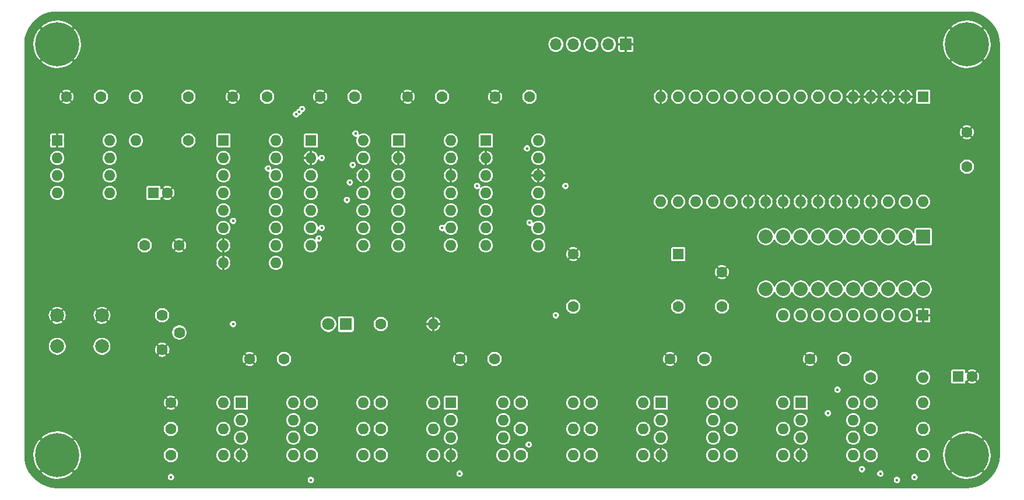
<source format=gbr>
G04 #@! TF.GenerationSoftware,KiCad,Pcbnew,(5.1.0-0)*
G04 #@! TF.CreationDate,2019-12-31T10:08:02-08:00*
G04 #@! TF.ProjectId,ExternalClock,45787465-726e-4616-9c43-6c6f636b2e6b,rev?*
G04 #@! TF.SameCoordinates,Original*
G04 #@! TF.FileFunction,Copper,L2,Inr*
G04 #@! TF.FilePolarity,Positive*
%FSLAX46Y46*%
G04 Gerber Fmt 4.6, Leading zero omitted, Abs format (unit mm)*
G04 Created by KiCad (PCBNEW (5.1.0-0)) date 2019-12-31 10:08:02*
%MOMM*%
%LPD*%
G04 APERTURE LIST*
%ADD10C,6.400000*%
%ADD11O,1.600000X1.600000*%
%ADD12R,1.600000X1.600000*%
%ADD13C,2.032000*%
%ADD14R,2.032000X2.032000*%
%ADD15O,1.700000X1.700000*%
%ADD16R,1.700000X1.700000*%
%ADD17C,1.600000*%
%ADD18C,2.000000*%
%ADD19C,1.620000*%
%ADD20C,1.800000*%
%ADD21R,1.800000X1.800000*%
%ADD22C,0.450000*%
%ADD23C,0.127000*%
G04 APERTURE END LIST*
D10*
X264160000Y-341630000D03*
D11*
X379730000Y-334010000D03*
X372110000Y-341630000D03*
X379730000Y-336550000D03*
X372110000Y-339090000D03*
X379730000Y-339090000D03*
X372110000Y-336550000D03*
X379730000Y-341630000D03*
D12*
X372110000Y-334010000D03*
D11*
X369570000Y-321310000D03*
X372110000Y-321310000D03*
X374650000Y-321310000D03*
X377190000Y-321310000D03*
X379730000Y-321310000D03*
X382270000Y-321310000D03*
X384810000Y-321310000D03*
X387350000Y-321310000D03*
D12*
X389890000Y-321310000D03*
D13*
X389890000Y-317500000D03*
X387350000Y-317500000D03*
X384810000Y-317500000D03*
X382270000Y-317500000D03*
X369570000Y-309880000D03*
X367030000Y-309880000D03*
X367030000Y-317500000D03*
X369570000Y-317500000D03*
X372110000Y-309880000D03*
X374650000Y-309880000D03*
X377190000Y-309880000D03*
X379730000Y-309880000D03*
X379730000Y-317500000D03*
X377190000Y-317500000D03*
X374650000Y-317500000D03*
X372110000Y-317500000D03*
X382270000Y-309880000D03*
X384810000Y-309880000D03*
X387350000Y-309880000D03*
D14*
X389890000Y-309880000D03*
D15*
X336550000Y-281940000D03*
X339090000Y-281940000D03*
X341630000Y-281940000D03*
X344170000Y-281940000D03*
D16*
X346710000Y-281940000D03*
D11*
X389890000Y-330327000D03*
D17*
X382270000Y-330327000D03*
D10*
X396240000Y-341630000D03*
X396240000Y-281940000D03*
X264160000Y-281940000D03*
D17*
X339090000Y-312420000D03*
X339090000Y-320040000D03*
X354330000Y-320040000D03*
D12*
X354330000Y-312420000D03*
D11*
X275590000Y-295910000D03*
D17*
X283210000Y-295910000D03*
D11*
X275590000Y-289560000D03*
D17*
X283210000Y-289560000D03*
X281860000Y-311150000D03*
X276860000Y-311150000D03*
X280130000Y-303530000D03*
D12*
X278130000Y-303530000D03*
D11*
X308610000Y-295910000D03*
X300990000Y-311150000D03*
X308610000Y-298450000D03*
X300990000Y-308610000D03*
X308610000Y-300990000D03*
X300990000Y-306070000D03*
X308610000Y-303530000D03*
X300990000Y-303530000D03*
X308610000Y-306070000D03*
X300990000Y-300990000D03*
X308610000Y-308610000D03*
X300990000Y-298450000D03*
X308610000Y-311150000D03*
D12*
X300990000Y-295910000D03*
D11*
X321310000Y-295910000D03*
X313690000Y-311150000D03*
X321310000Y-298450000D03*
X313690000Y-308610000D03*
X321310000Y-300990000D03*
X313690000Y-306070000D03*
X321310000Y-303530000D03*
X313690000Y-303530000D03*
X321310000Y-306070000D03*
X313690000Y-300990000D03*
X321310000Y-308610000D03*
X313690000Y-298450000D03*
X321310000Y-311150000D03*
D12*
X313690000Y-295910000D03*
D11*
X295910000Y-295910000D03*
X288290000Y-313690000D03*
X295910000Y-298450000D03*
X288290000Y-311150000D03*
X295910000Y-300990000D03*
X288290000Y-308610000D03*
X295910000Y-303530000D03*
X288290000Y-306070000D03*
X295910000Y-306070000D03*
X288290000Y-303530000D03*
X295910000Y-308610000D03*
X288290000Y-300990000D03*
X295910000Y-311150000D03*
X288290000Y-298450000D03*
X295910000Y-313690000D03*
D12*
X288290000Y-295910000D03*
D11*
X334010000Y-295910000D03*
X326390000Y-311150000D03*
X334010000Y-298450000D03*
X326390000Y-308610000D03*
X334010000Y-300990000D03*
X326390000Y-306070000D03*
X334010000Y-303530000D03*
X326390000Y-303530000D03*
X334010000Y-306070000D03*
X326390000Y-300990000D03*
X334010000Y-308610000D03*
X326390000Y-298450000D03*
X334010000Y-311150000D03*
D12*
X326390000Y-295910000D03*
D11*
X271780000Y-295910000D03*
X264160000Y-303530000D03*
X271780000Y-298450000D03*
X264160000Y-300990000D03*
X271780000Y-300990000D03*
X264160000Y-298450000D03*
X271780000Y-303530000D03*
D12*
X264160000Y-295910000D03*
D11*
X359410000Y-334010000D03*
X351790000Y-341630000D03*
X359410000Y-336550000D03*
X351790000Y-339090000D03*
X359410000Y-339090000D03*
X351790000Y-336550000D03*
X359410000Y-341630000D03*
D12*
X351790000Y-334010000D03*
D11*
X389886200Y-304798200D03*
X351786200Y-289558200D03*
X387346200Y-304798200D03*
X354326200Y-289558200D03*
X384806200Y-304798200D03*
X356866200Y-289558200D03*
X382266200Y-304798200D03*
X359406200Y-289558200D03*
X379726200Y-304798200D03*
X361946200Y-289558200D03*
X377186200Y-304798200D03*
X364486200Y-289558200D03*
X374646200Y-304798200D03*
X367026200Y-289558200D03*
X372106200Y-304798200D03*
X369566200Y-289558200D03*
X369566200Y-304798200D03*
X372106200Y-289558200D03*
X367026200Y-304798200D03*
X374646200Y-289558200D03*
X364486200Y-304798200D03*
X377186200Y-289558200D03*
X361946200Y-304798200D03*
X379726200Y-289558200D03*
X359406200Y-304798200D03*
X382266200Y-289558200D03*
X356866200Y-304798200D03*
X384806200Y-289558200D03*
X354326200Y-304798200D03*
X387346200Y-289558200D03*
X351786200Y-304798200D03*
D12*
X389886200Y-289558200D03*
D11*
X328930000Y-334010000D03*
X321310000Y-341630000D03*
X328930000Y-336550000D03*
X321310000Y-339090000D03*
X328930000Y-339090000D03*
X321310000Y-336550000D03*
X328930000Y-341630000D03*
D12*
X321310000Y-334010000D03*
D11*
X298450000Y-334010000D03*
X290830000Y-341630000D03*
X298450000Y-336550000D03*
X290830000Y-339090000D03*
X298450000Y-339090000D03*
X290830000Y-336550000D03*
X298450000Y-341630000D03*
D12*
X290830000Y-334010000D03*
D18*
X270660000Y-321310000D03*
X270660000Y-325810000D03*
X264160000Y-321310000D03*
X264160000Y-325810000D03*
D19*
X279400000Y-321310000D03*
X281900000Y-323810000D03*
X279400000Y-326310000D03*
D11*
X318770000Y-322580000D03*
D17*
X311150000Y-322580000D03*
D11*
X389890000Y-341630000D03*
D17*
X382270000Y-341630000D03*
D11*
X389890000Y-337820000D03*
D17*
X382270000Y-337820000D03*
D11*
X389890000Y-334010000D03*
D17*
X382270000Y-334010000D03*
D11*
X369570000Y-341630000D03*
D17*
X361950000Y-341630000D03*
D11*
X369570000Y-337820000D03*
D17*
X361950000Y-337820000D03*
D11*
X369570000Y-334010000D03*
D17*
X361950000Y-334010000D03*
D11*
X349250000Y-341630000D03*
D17*
X341630000Y-341630000D03*
D11*
X349250000Y-337820000D03*
D17*
X341630000Y-337820000D03*
D11*
X349250000Y-334010000D03*
D17*
X341630000Y-334010000D03*
D11*
X339090000Y-341630000D03*
D17*
X331470000Y-341630000D03*
D11*
X339090000Y-337820000D03*
D17*
X331470000Y-337820000D03*
D11*
X339090000Y-334010000D03*
D17*
X331470000Y-334010000D03*
D11*
X318770000Y-341630000D03*
D17*
X311150000Y-341630000D03*
D11*
X318770000Y-337820000D03*
D17*
X311150000Y-337820000D03*
D11*
X318770000Y-334010000D03*
D17*
X311150000Y-334010000D03*
D11*
X308610000Y-341630000D03*
D17*
X300990000Y-341630000D03*
D11*
X308610000Y-337820000D03*
D17*
X300990000Y-337820000D03*
D11*
X308610000Y-334010000D03*
D17*
X300990000Y-334010000D03*
D11*
X288290000Y-341630000D03*
D17*
X280670000Y-341630000D03*
D11*
X288290000Y-337820000D03*
D17*
X280670000Y-337820000D03*
D11*
X288290000Y-334010000D03*
D17*
X280670000Y-334010000D03*
D20*
X303530000Y-322580000D03*
D21*
X306070000Y-322580000D03*
D17*
X265510000Y-289560000D03*
X270510000Y-289560000D03*
X360680000Y-315040000D03*
X360680000Y-320040000D03*
X302340000Y-289560000D03*
X307340000Y-289560000D03*
X315040000Y-289560000D03*
X320040000Y-289560000D03*
X289640000Y-289560000D03*
X294640000Y-289560000D03*
X327740000Y-289560000D03*
X332740000Y-289560000D03*
X373460000Y-327660000D03*
X378460000Y-327660000D03*
X353140000Y-327660000D03*
X358140000Y-327660000D03*
X396240000Y-294720000D03*
X396240000Y-299720000D03*
X322660000Y-327660000D03*
X327660000Y-327660000D03*
X292100000Y-327660000D03*
X297100000Y-327660000D03*
X396970000Y-330200000D03*
D12*
X394970000Y-330200000D03*
D22*
X299720000Y-291338000D03*
X299304500Y-291746002D03*
X298831000Y-292100000D03*
X289687000Y-322580000D03*
X336550000Y-321310000D03*
X332613000Y-340071500D03*
X325120000Y-302514000D03*
X337947000Y-302514000D03*
X307051500Y-299466000D03*
X376047000Y-335534000D03*
X377444000Y-332105000D03*
X381000000Y-343662000D03*
X383667000Y-344297000D03*
X322580000Y-344297000D03*
X386080000Y-345220500D03*
X300990000Y-345220500D03*
X388620000Y-344805000D03*
X280670000Y-344805000D03*
X294767000Y-299974000D03*
X289687000Y-307594000D03*
X332740000Y-307848000D03*
X332359000Y-297053000D03*
X306636000Y-302006000D03*
X306220500Y-304546000D03*
X307467000Y-294894000D03*
X320040000Y-308610000D03*
X302133000Y-310134000D03*
X302548500Y-298450000D03*
X302548500Y-308610000D03*
D23*
G36*
X264083057Y-277246821D02*
G01*
X264140719Y-277252500D01*
X396259281Y-277252500D01*
X396316943Y-277246821D01*
X396344945Y-277238327D01*
X397074252Y-277303415D01*
X397882138Y-277524428D01*
X398638114Y-277885011D01*
X399318289Y-278373765D01*
X399901168Y-278975251D01*
X400368316Y-279670440D01*
X400704975Y-280437371D01*
X400901179Y-281254624D01*
X400952500Y-281953475D01*
X400952501Y-341613623D01*
X400876585Y-342464252D01*
X400655573Y-343272137D01*
X400294989Y-344028114D01*
X399806233Y-344708292D01*
X399204751Y-345291166D01*
X398509564Y-345758314D01*
X397742629Y-346094975D01*
X396925376Y-346291179D01*
X396226525Y-346342500D01*
X264176366Y-346342500D01*
X263325748Y-346266585D01*
X262517863Y-346045573D01*
X261761886Y-345684989D01*
X261081708Y-345196233D01*
X260498834Y-344594751D01*
X260178231Y-344117645D01*
X261762158Y-344117645D01*
X262134169Y-344526350D01*
X262738145Y-344865918D01*
X263396762Y-345081131D01*
X264084709Y-345163719D01*
X264775551Y-345110508D01*
X265442736Y-344923543D01*
X265781652Y-344751568D01*
X280127500Y-344751568D01*
X280127500Y-344858432D01*
X280148348Y-344963241D01*
X280189243Y-345061970D01*
X280248613Y-345150824D01*
X280324176Y-345226387D01*
X280413030Y-345285757D01*
X280511759Y-345326652D01*
X280616568Y-345347500D01*
X280723432Y-345347500D01*
X280828241Y-345326652D01*
X280926970Y-345285757D01*
X281015824Y-345226387D01*
X281075143Y-345167068D01*
X300447500Y-345167068D01*
X300447500Y-345273932D01*
X300468348Y-345378741D01*
X300509243Y-345477470D01*
X300568613Y-345566324D01*
X300644176Y-345641887D01*
X300733030Y-345701257D01*
X300831759Y-345742152D01*
X300936568Y-345763000D01*
X301043432Y-345763000D01*
X301148241Y-345742152D01*
X301246970Y-345701257D01*
X301335824Y-345641887D01*
X301411387Y-345566324D01*
X301470757Y-345477470D01*
X301511652Y-345378741D01*
X301532500Y-345273932D01*
X301532500Y-345167068D01*
X385537500Y-345167068D01*
X385537500Y-345273932D01*
X385558348Y-345378741D01*
X385599243Y-345477470D01*
X385658613Y-345566324D01*
X385734176Y-345641887D01*
X385823030Y-345701257D01*
X385921759Y-345742152D01*
X386026568Y-345763000D01*
X386133432Y-345763000D01*
X386238241Y-345742152D01*
X386336970Y-345701257D01*
X386425824Y-345641887D01*
X386501387Y-345566324D01*
X386560757Y-345477470D01*
X386601652Y-345378741D01*
X386622500Y-345273932D01*
X386622500Y-345167068D01*
X386601652Y-345062259D01*
X386560757Y-344963530D01*
X386501387Y-344874676D01*
X386425824Y-344799113D01*
X386354668Y-344751568D01*
X388077500Y-344751568D01*
X388077500Y-344858432D01*
X388098348Y-344963241D01*
X388139243Y-345061970D01*
X388198613Y-345150824D01*
X388274176Y-345226387D01*
X388363030Y-345285757D01*
X388461759Y-345326652D01*
X388566568Y-345347500D01*
X388673432Y-345347500D01*
X388778241Y-345326652D01*
X388876970Y-345285757D01*
X388965824Y-345226387D01*
X389041387Y-345150824D01*
X389100757Y-345061970D01*
X389141652Y-344963241D01*
X389162500Y-344858432D01*
X389162500Y-344751568D01*
X389141652Y-344646759D01*
X389100757Y-344548030D01*
X389041387Y-344459176D01*
X388965824Y-344383613D01*
X388876970Y-344324243D01*
X388778241Y-344283348D01*
X388673432Y-344262500D01*
X388566568Y-344262500D01*
X388461759Y-344283348D01*
X388363030Y-344324243D01*
X388274176Y-344383613D01*
X388198613Y-344459176D01*
X388139243Y-344548030D01*
X388098348Y-344646759D01*
X388077500Y-344751568D01*
X386354668Y-344751568D01*
X386336970Y-344739743D01*
X386238241Y-344698848D01*
X386133432Y-344678000D01*
X386026568Y-344678000D01*
X385921759Y-344698848D01*
X385823030Y-344739743D01*
X385734176Y-344799113D01*
X385658613Y-344874676D01*
X385599243Y-344963530D01*
X385558348Y-345062259D01*
X385537500Y-345167068D01*
X301532500Y-345167068D01*
X301511652Y-345062259D01*
X301470757Y-344963530D01*
X301411387Y-344874676D01*
X301335824Y-344799113D01*
X301246970Y-344739743D01*
X301148241Y-344698848D01*
X301043432Y-344678000D01*
X300936568Y-344678000D01*
X300831759Y-344698848D01*
X300733030Y-344739743D01*
X300644176Y-344799113D01*
X300568613Y-344874676D01*
X300509243Y-344963530D01*
X300468348Y-345062259D01*
X300447500Y-345167068D01*
X281075143Y-345167068D01*
X281091387Y-345150824D01*
X281150757Y-345061970D01*
X281191652Y-344963241D01*
X281212500Y-344858432D01*
X281212500Y-344751568D01*
X281191652Y-344646759D01*
X281150757Y-344548030D01*
X281091387Y-344459176D01*
X281015824Y-344383613D01*
X280926970Y-344324243D01*
X280828241Y-344283348D01*
X280723432Y-344262500D01*
X280616568Y-344262500D01*
X280511759Y-344283348D01*
X280413030Y-344324243D01*
X280324176Y-344383613D01*
X280248613Y-344459176D01*
X280189243Y-344548030D01*
X280148348Y-344646759D01*
X280127500Y-344751568D01*
X265781652Y-344751568D01*
X266060627Y-344610009D01*
X266185831Y-344526350D01*
X266443224Y-344243568D01*
X322037500Y-344243568D01*
X322037500Y-344350432D01*
X322058348Y-344455241D01*
X322099243Y-344553970D01*
X322158613Y-344642824D01*
X322234176Y-344718387D01*
X322323030Y-344777757D01*
X322421759Y-344818652D01*
X322526568Y-344839500D01*
X322633432Y-344839500D01*
X322738241Y-344818652D01*
X322836970Y-344777757D01*
X322925824Y-344718387D01*
X323001387Y-344642824D01*
X323060757Y-344553970D01*
X323101652Y-344455241D01*
X323122500Y-344350432D01*
X323122500Y-344243568D01*
X383124500Y-344243568D01*
X383124500Y-344350432D01*
X383145348Y-344455241D01*
X383186243Y-344553970D01*
X383245613Y-344642824D01*
X383321176Y-344718387D01*
X383410030Y-344777757D01*
X383508759Y-344818652D01*
X383613568Y-344839500D01*
X383720432Y-344839500D01*
X383825241Y-344818652D01*
X383923970Y-344777757D01*
X384012824Y-344718387D01*
X384088387Y-344642824D01*
X384147757Y-344553970D01*
X384188652Y-344455241D01*
X384209500Y-344350432D01*
X384209500Y-344243568D01*
X384188652Y-344138759D01*
X384179907Y-344117645D01*
X393842158Y-344117645D01*
X394214169Y-344526350D01*
X394818145Y-344865918D01*
X395476762Y-345081131D01*
X396164709Y-345163719D01*
X396855551Y-345110508D01*
X397522736Y-344923543D01*
X398140627Y-344610009D01*
X398265831Y-344526350D01*
X398637842Y-344117645D01*
X396240000Y-341719803D01*
X393842158Y-344117645D01*
X384179907Y-344117645D01*
X384147757Y-344040030D01*
X384088387Y-343951176D01*
X384012824Y-343875613D01*
X383923970Y-343816243D01*
X383825241Y-343775348D01*
X383720432Y-343754500D01*
X383613568Y-343754500D01*
X383508759Y-343775348D01*
X383410030Y-343816243D01*
X383321176Y-343875613D01*
X383245613Y-343951176D01*
X383186243Y-344040030D01*
X383145348Y-344138759D01*
X383124500Y-344243568D01*
X323122500Y-344243568D01*
X323101652Y-344138759D01*
X323060757Y-344040030D01*
X323001387Y-343951176D01*
X322925824Y-343875613D01*
X322836970Y-343816243D01*
X322738241Y-343775348D01*
X322633432Y-343754500D01*
X322526568Y-343754500D01*
X322421759Y-343775348D01*
X322323030Y-343816243D01*
X322234176Y-343875613D01*
X322158613Y-343951176D01*
X322099243Y-344040030D01*
X322058348Y-344138759D01*
X322037500Y-344243568D01*
X266443224Y-344243568D01*
X266557842Y-344117645D01*
X264160000Y-341719803D01*
X261762158Y-344117645D01*
X260178231Y-344117645D01*
X260031686Y-343899564D01*
X259695025Y-343132629D01*
X259498821Y-342315376D01*
X259456611Y-341740599D01*
X259466821Y-341706943D01*
X259472500Y-341649281D01*
X259472500Y-341554709D01*
X260626281Y-341554709D01*
X260679492Y-342245551D01*
X260866457Y-342912736D01*
X261179991Y-343530627D01*
X261263650Y-343655831D01*
X261672355Y-344027842D01*
X264070197Y-341630000D01*
X264249803Y-341630000D01*
X266647645Y-344027842D01*
X267056350Y-343655831D01*
X267082922Y-343608568D01*
X380457500Y-343608568D01*
X380457500Y-343715432D01*
X380478348Y-343820241D01*
X380519243Y-343918970D01*
X380578613Y-344007824D01*
X380654176Y-344083387D01*
X380743030Y-344142757D01*
X380841759Y-344183652D01*
X380946568Y-344204500D01*
X381053432Y-344204500D01*
X381158241Y-344183652D01*
X381256970Y-344142757D01*
X381345824Y-344083387D01*
X381421387Y-344007824D01*
X381480757Y-343918970D01*
X381521652Y-343820241D01*
X381542500Y-343715432D01*
X381542500Y-343608568D01*
X381521652Y-343503759D01*
X381480757Y-343405030D01*
X381421387Y-343316176D01*
X381345824Y-343240613D01*
X381256970Y-343181243D01*
X381158241Y-343140348D01*
X381053432Y-343119500D01*
X380946568Y-343119500D01*
X380841759Y-343140348D01*
X380743030Y-343181243D01*
X380654176Y-343240613D01*
X380578613Y-343316176D01*
X380519243Y-343405030D01*
X380478348Y-343503759D01*
X380457500Y-343608568D01*
X267082922Y-343608568D01*
X267395918Y-343051855D01*
X267611131Y-342393238D01*
X267693719Y-341705291D01*
X267679443Y-341519936D01*
X279552500Y-341519936D01*
X279552500Y-341740064D01*
X279595445Y-341955963D01*
X279679684Y-342159335D01*
X279801981Y-342342365D01*
X279957635Y-342498019D01*
X280140665Y-342620316D01*
X280344037Y-342704555D01*
X280559936Y-342747500D01*
X280780064Y-342747500D01*
X280995963Y-342704555D01*
X281199335Y-342620316D01*
X281382365Y-342498019D01*
X281538019Y-342342365D01*
X281660316Y-342159335D01*
X281744555Y-341955963D01*
X281787500Y-341740064D01*
X281787500Y-341630000D01*
X287167093Y-341630000D01*
X287188669Y-341849068D01*
X287252569Y-342059718D01*
X287356337Y-342253854D01*
X287495985Y-342424015D01*
X287666146Y-342563663D01*
X287860282Y-342667431D01*
X288070932Y-342731331D01*
X288235101Y-342747500D01*
X288344899Y-342747500D01*
X288509068Y-342731331D01*
X288719718Y-342667431D01*
X288913854Y-342563663D01*
X289084015Y-342424015D01*
X289223663Y-342253854D01*
X289327431Y-342059718D01*
X289391331Y-341849068D01*
X289412907Y-341630000D01*
X289406653Y-341566498D01*
X289712500Y-341566498D01*
X289712500Y-341693502D01*
X289793818Y-341693502D01*
X289737976Y-341867251D01*
X289790202Y-342039430D01*
X289890057Y-342234418D01*
X290026034Y-342406178D01*
X290192907Y-342548110D01*
X290384263Y-342654759D01*
X290592748Y-342722028D01*
X290766500Y-342666323D01*
X290766500Y-341693500D01*
X290746500Y-341693500D01*
X290746500Y-341566500D01*
X290766500Y-341566500D01*
X290766500Y-340593677D01*
X290893500Y-340593677D01*
X290893500Y-341566500D01*
X290913500Y-341566500D01*
X290913500Y-341693500D01*
X290893500Y-341693500D01*
X290893500Y-342666323D01*
X291067252Y-342722028D01*
X291275737Y-342654759D01*
X291467093Y-342548110D01*
X291633966Y-342406178D01*
X291769943Y-342234418D01*
X291869798Y-342039430D01*
X291922024Y-341867251D01*
X291866182Y-341693502D01*
X291947500Y-341693502D01*
X291947500Y-341630000D01*
X297327093Y-341630000D01*
X297348669Y-341849068D01*
X297412569Y-342059718D01*
X297516337Y-342253854D01*
X297655985Y-342424015D01*
X297826146Y-342563663D01*
X298020282Y-342667431D01*
X298230932Y-342731331D01*
X298395101Y-342747500D01*
X298504899Y-342747500D01*
X298669068Y-342731331D01*
X298879718Y-342667431D01*
X299073854Y-342563663D01*
X299244015Y-342424015D01*
X299383663Y-342253854D01*
X299487431Y-342059718D01*
X299551331Y-341849068D01*
X299572907Y-341630000D01*
X299562067Y-341519936D01*
X299872500Y-341519936D01*
X299872500Y-341740064D01*
X299915445Y-341955963D01*
X299999684Y-342159335D01*
X300121981Y-342342365D01*
X300277635Y-342498019D01*
X300460665Y-342620316D01*
X300664037Y-342704555D01*
X300879936Y-342747500D01*
X301100064Y-342747500D01*
X301315963Y-342704555D01*
X301519335Y-342620316D01*
X301702365Y-342498019D01*
X301858019Y-342342365D01*
X301980316Y-342159335D01*
X302064555Y-341955963D01*
X302107500Y-341740064D01*
X302107500Y-341630000D01*
X307487093Y-341630000D01*
X307508669Y-341849068D01*
X307572569Y-342059718D01*
X307676337Y-342253854D01*
X307815985Y-342424015D01*
X307986146Y-342563663D01*
X308180282Y-342667431D01*
X308390932Y-342731331D01*
X308555101Y-342747500D01*
X308664899Y-342747500D01*
X308829068Y-342731331D01*
X309039718Y-342667431D01*
X309233854Y-342563663D01*
X309404015Y-342424015D01*
X309543663Y-342253854D01*
X309647431Y-342059718D01*
X309711331Y-341849068D01*
X309732907Y-341630000D01*
X309722067Y-341519936D01*
X310032500Y-341519936D01*
X310032500Y-341740064D01*
X310075445Y-341955963D01*
X310159684Y-342159335D01*
X310281981Y-342342365D01*
X310437635Y-342498019D01*
X310620665Y-342620316D01*
X310824037Y-342704555D01*
X311039936Y-342747500D01*
X311260064Y-342747500D01*
X311475963Y-342704555D01*
X311679335Y-342620316D01*
X311862365Y-342498019D01*
X312018019Y-342342365D01*
X312140316Y-342159335D01*
X312224555Y-341955963D01*
X312267500Y-341740064D01*
X312267500Y-341630000D01*
X317647093Y-341630000D01*
X317668669Y-341849068D01*
X317732569Y-342059718D01*
X317836337Y-342253854D01*
X317975985Y-342424015D01*
X318146146Y-342563663D01*
X318340282Y-342667431D01*
X318550932Y-342731331D01*
X318715101Y-342747500D01*
X318824899Y-342747500D01*
X318989068Y-342731331D01*
X319199718Y-342667431D01*
X319393854Y-342563663D01*
X319564015Y-342424015D01*
X319703663Y-342253854D01*
X319807431Y-342059718D01*
X319871331Y-341849068D01*
X319892907Y-341630000D01*
X319886653Y-341566498D01*
X320192500Y-341566498D01*
X320192500Y-341693502D01*
X320273818Y-341693502D01*
X320217976Y-341867251D01*
X320270202Y-342039430D01*
X320370057Y-342234418D01*
X320506034Y-342406178D01*
X320672907Y-342548110D01*
X320864263Y-342654759D01*
X321072748Y-342722028D01*
X321246500Y-342666323D01*
X321246500Y-341693500D01*
X321226500Y-341693500D01*
X321226500Y-341566500D01*
X321246500Y-341566500D01*
X321246500Y-340593677D01*
X321373500Y-340593677D01*
X321373500Y-341566500D01*
X321393500Y-341566500D01*
X321393500Y-341693500D01*
X321373500Y-341693500D01*
X321373500Y-342666323D01*
X321547252Y-342722028D01*
X321755737Y-342654759D01*
X321947093Y-342548110D01*
X322113966Y-342406178D01*
X322249943Y-342234418D01*
X322349798Y-342039430D01*
X322402024Y-341867251D01*
X322346182Y-341693502D01*
X322427500Y-341693502D01*
X322427500Y-341630000D01*
X327807093Y-341630000D01*
X327828669Y-341849068D01*
X327892569Y-342059718D01*
X327996337Y-342253854D01*
X328135985Y-342424015D01*
X328306146Y-342563663D01*
X328500282Y-342667431D01*
X328710932Y-342731331D01*
X328875101Y-342747500D01*
X328984899Y-342747500D01*
X329149068Y-342731331D01*
X329359718Y-342667431D01*
X329553854Y-342563663D01*
X329724015Y-342424015D01*
X329863663Y-342253854D01*
X329967431Y-342059718D01*
X330031331Y-341849068D01*
X330052907Y-341630000D01*
X330042067Y-341519936D01*
X330352500Y-341519936D01*
X330352500Y-341740064D01*
X330395445Y-341955963D01*
X330479684Y-342159335D01*
X330601981Y-342342365D01*
X330757635Y-342498019D01*
X330940665Y-342620316D01*
X331144037Y-342704555D01*
X331359936Y-342747500D01*
X331580064Y-342747500D01*
X331795963Y-342704555D01*
X331999335Y-342620316D01*
X332182365Y-342498019D01*
X332338019Y-342342365D01*
X332460316Y-342159335D01*
X332544555Y-341955963D01*
X332587500Y-341740064D01*
X332587500Y-341630000D01*
X337967093Y-341630000D01*
X337988669Y-341849068D01*
X338052569Y-342059718D01*
X338156337Y-342253854D01*
X338295985Y-342424015D01*
X338466146Y-342563663D01*
X338660282Y-342667431D01*
X338870932Y-342731331D01*
X339035101Y-342747500D01*
X339144899Y-342747500D01*
X339309068Y-342731331D01*
X339519718Y-342667431D01*
X339713854Y-342563663D01*
X339884015Y-342424015D01*
X340023663Y-342253854D01*
X340127431Y-342059718D01*
X340191331Y-341849068D01*
X340212907Y-341630000D01*
X340202067Y-341519936D01*
X340512500Y-341519936D01*
X340512500Y-341740064D01*
X340555445Y-341955963D01*
X340639684Y-342159335D01*
X340761981Y-342342365D01*
X340917635Y-342498019D01*
X341100665Y-342620316D01*
X341304037Y-342704555D01*
X341519936Y-342747500D01*
X341740064Y-342747500D01*
X341955963Y-342704555D01*
X342159335Y-342620316D01*
X342342365Y-342498019D01*
X342498019Y-342342365D01*
X342620316Y-342159335D01*
X342704555Y-341955963D01*
X342747500Y-341740064D01*
X342747500Y-341630000D01*
X348127093Y-341630000D01*
X348148669Y-341849068D01*
X348212569Y-342059718D01*
X348316337Y-342253854D01*
X348455985Y-342424015D01*
X348626146Y-342563663D01*
X348820282Y-342667431D01*
X349030932Y-342731331D01*
X349195101Y-342747500D01*
X349304899Y-342747500D01*
X349469068Y-342731331D01*
X349679718Y-342667431D01*
X349873854Y-342563663D01*
X350044015Y-342424015D01*
X350183663Y-342253854D01*
X350287431Y-342059718D01*
X350351331Y-341849068D01*
X350372907Y-341630000D01*
X350366653Y-341566498D01*
X350672500Y-341566498D01*
X350672500Y-341693502D01*
X350753818Y-341693502D01*
X350697976Y-341867251D01*
X350750202Y-342039430D01*
X350850057Y-342234418D01*
X350986034Y-342406178D01*
X351152907Y-342548110D01*
X351344263Y-342654759D01*
X351552748Y-342722028D01*
X351726500Y-342666323D01*
X351726500Y-341693500D01*
X351706500Y-341693500D01*
X351706500Y-341566500D01*
X351726500Y-341566500D01*
X351726500Y-340593677D01*
X351853500Y-340593677D01*
X351853500Y-341566500D01*
X351873500Y-341566500D01*
X351873500Y-341693500D01*
X351853500Y-341693500D01*
X351853500Y-342666323D01*
X352027252Y-342722028D01*
X352235737Y-342654759D01*
X352427093Y-342548110D01*
X352593966Y-342406178D01*
X352729943Y-342234418D01*
X352829798Y-342039430D01*
X352882024Y-341867251D01*
X352826182Y-341693502D01*
X352907500Y-341693502D01*
X352907500Y-341630000D01*
X358287093Y-341630000D01*
X358308669Y-341849068D01*
X358372569Y-342059718D01*
X358476337Y-342253854D01*
X358615985Y-342424015D01*
X358786146Y-342563663D01*
X358980282Y-342667431D01*
X359190932Y-342731331D01*
X359355101Y-342747500D01*
X359464899Y-342747500D01*
X359629068Y-342731331D01*
X359839718Y-342667431D01*
X360033854Y-342563663D01*
X360204015Y-342424015D01*
X360343663Y-342253854D01*
X360447431Y-342059718D01*
X360511331Y-341849068D01*
X360532907Y-341630000D01*
X360522067Y-341519936D01*
X360832500Y-341519936D01*
X360832500Y-341740064D01*
X360875445Y-341955963D01*
X360959684Y-342159335D01*
X361081981Y-342342365D01*
X361237635Y-342498019D01*
X361420665Y-342620316D01*
X361624037Y-342704555D01*
X361839936Y-342747500D01*
X362060064Y-342747500D01*
X362275963Y-342704555D01*
X362479335Y-342620316D01*
X362662365Y-342498019D01*
X362818019Y-342342365D01*
X362940316Y-342159335D01*
X363024555Y-341955963D01*
X363067500Y-341740064D01*
X363067500Y-341630000D01*
X368447093Y-341630000D01*
X368468669Y-341849068D01*
X368532569Y-342059718D01*
X368636337Y-342253854D01*
X368775985Y-342424015D01*
X368946146Y-342563663D01*
X369140282Y-342667431D01*
X369350932Y-342731331D01*
X369515101Y-342747500D01*
X369624899Y-342747500D01*
X369789068Y-342731331D01*
X369999718Y-342667431D01*
X370193854Y-342563663D01*
X370364015Y-342424015D01*
X370503663Y-342253854D01*
X370607431Y-342059718D01*
X370671331Y-341849068D01*
X370692907Y-341630000D01*
X370686653Y-341566498D01*
X370992500Y-341566498D01*
X370992500Y-341693502D01*
X371073818Y-341693502D01*
X371017976Y-341867251D01*
X371070202Y-342039430D01*
X371170057Y-342234418D01*
X371306034Y-342406178D01*
X371472907Y-342548110D01*
X371664263Y-342654759D01*
X371872748Y-342722028D01*
X372046500Y-342666323D01*
X372046500Y-341693500D01*
X372026500Y-341693500D01*
X372026500Y-341566500D01*
X372046500Y-341566500D01*
X372046500Y-340593677D01*
X372173500Y-340593677D01*
X372173500Y-341566500D01*
X372193500Y-341566500D01*
X372193500Y-341693500D01*
X372173500Y-341693500D01*
X372173500Y-342666323D01*
X372347252Y-342722028D01*
X372555737Y-342654759D01*
X372747093Y-342548110D01*
X372913966Y-342406178D01*
X373049943Y-342234418D01*
X373149798Y-342039430D01*
X373202024Y-341867251D01*
X373146182Y-341693502D01*
X373227500Y-341693502D01*
X373227500Y-341630000D01*
X378607093Y-341630000D01*
X378628669Y-341849068D01*
X378692569Y-342059718D01*
X378796337Y-342253854D01*
X378935985Y-342424015D01*
X379106146Y-342563663D01*
X379300282Y-342667431D01*
X379510932Y-342731331D01*
X379675101Y-342747500D01*
X379784899Y-342747500D01*
X379949068Y-342731331D01*
X380159718Y-342667431D01*
X380353854Y-342563663D01*
X380524015Y-342424015D01*
X380663663Y-342253854D01*
X380767431Y-342059718D01*
X380831331Y-341849068D01*
X380852907Y-341630000D01*
X380842067Y-341519936D01*
X381152500Y-341519936D01*
X381152500Y-341740064D01*
X381195445Y-341955963D01*
X381279684Y-342159335D01*
X381401981Y-342342365D01*
X381557635Y-342498019D01*
X381740665Y-342620316D01*
X381944037Y-342704555D01*
X382159936Y-342747500D01*
X382380064Y-342747500D01*
X382595963Y-342704555D01*
X382799335Y-342620316D01*
X382982365Y-342498019D01*
X383138019Y-342342365D01*
X383260316Y-342159335D01*
X383344555Y-341955963D01*
X383387500Y-341740064D01*
X383387500Y-341630000D01*
X388767093Y-341630000D01*
X388788669Y-341849068D01*
X388852569Y-342059718D01*
X388956337Y-342253854D01*
X389095985Y-342424015D01*
X389266146Y-342563663D01*
X389460282Y-342667431D01*
X389670932Y-342731331D01*
X389835101Y-342747500D01*
X389944899Y-342747500D01*
X390109068Y-342731331D01*
X390319718Y-342667431D01*
X390513854Y-342563663D01*
X390684015Y-342424015D01*
X390823663Y-342253854D01*
X390927431Y-342059718D01*
X390991331Y-341849068D01*
X391012907Y-341630000D01*
X391005492Y-341554709D01*
X392706281Y-341554709D01*
X392759492Y-342245551D01*
X392946457Y-342912736D01*
X393259991Y-343530627D01*
X393343650Y-343655831D01*
X393752355Y-344027842D01*
X396150197Y-341630000D01*
X396329803Y-341630000D01*
X398727645Y-344027842D01*
X399136350Y-343655831D01*
X399475918Y-343051855D01*
X399691131Y-342393238D01*
X399773719Y-341705291D01*
X399720508Y-341014449D01*
X399533543Y-340347264D01*
X399220009Y-339729373D01*
X399136350Y-339604169D01*
X398727645Y-339232158D01*
X396329803Y-341630000D01*
X396150197Y-341630000D01*
X393752355Y-339232158D01*
X393343650Y-339604169D01*
X393004082Y-340208145D01*
X392788869Y-340866762D01*
X392706281Y-341554709D01*
X391005492Y-341554709D01*
X390991331Y-341410932D01*
X390927431Y-341200282D01*
X390823663Y-341006146D01*
X390684015Y-340835985D01*
X390513854Y-340696337D01*
X390319718Y-340592569D01*
X390109068Y-340528669D01*
X389944899Y-340512500D01*
X389835101Y-340512500D01*
X389670932Y-340528669D01*
X389460282Y-340592569D01*
X389266146Y-340696337D01*
X389095985Y-340835985D01*
X388956337Y-341006146D01*
X388852569Y-341200282D01*
X388788669Y-341410932D01*
X388767093Y-341630000D01*
X383387500Y-341630000D01*
X383387500Y-341519936D01*
X383344555Y-341304037D01*
X383260316Y-341100665D01*
X383138019Y-340917635D01*
X382982365Y-340761981D01*
X382799335Y-340639684D01*
X382595963Y-340555445D01*
X382380064Y-340512500D01*
X382159936Y-340512500D01*
X381944037Y-340555445D01*
X381740665Y-340639684D01*
X381557635Y-340761981D01*
X381401981Y-340917635D01*
X381279684Y-341100665D01*
X381195445Y-341304037D01*
X381152500Y-341519936D01*
X380842067Y-341519936D01*
X380831331Y-341410932D01*
X380767431Y-341200282D01*
X380663663Y-341006146D01*
X380524015Y-340835985D01*
X380353854Y-340696337D01*
X380159718Y-340592569D01*
X379949068Y-340528669D01*
X379784899Y-340512500D01*
X379675101Y-340512500D01*
X379510932Y-340528669D01*
X379300282Y-340592569D01*
X379106146Y-340696337D01*
X378935985Y-340835985D01*
X378796337Y-341006146D01*
X378692569Y-341200282D01*
X378628669Y-341410932D01*
X378607093Y-341630000D01*
X373227500Y-341630000D01*
X373227500Y-341566498D01*
X373146182Y-341566498D01*
X373202024Y-341392749D01*
X373149798Y-341220570D01*
X373049943Y-341025582D01*
X372913966Y-340853822D01*
X372747093Y-340711890D01*
X372555737Y-340605241D01*
X372347252Y-340537972D01*
X372173500Y-340593677D01*
X372046500Y-340593677D01*
X371872748Y-340537972D01*
X371664263Y-340605241D01*
X371472907Y-340711890D01*
X371306034Y-340853822D01*
X371170057Y-341025582D01*
X371070202Y-341220570D01*
X371017976Y-341392749D01*
X371073818Y-341566498D01*
X370992500Y-341566498D01*
X370686653Y-341566498D01*
X370671331Y-341410932D01*
X370607431Y-341200282D01*
X370503663Y-341006146D01*
X370364015Y-340835985D01*
X370193854Y-340696337D01*
X369999718Y-340592569D01*
X369789068Y-340528669D01*
X369624899Y-340512500D01*
X369515101Y-340512500D01*
X369350932Y-340528669D01*
X369140282Y-340592569D01*
X368946146Y-340696337D01*
X368775985Y-340835985D01*
X368636337Y-341006146D01*
X368532569Y-341200282D01*
X368468669Y-341410932D01*
X368447093Y-341630000D01*
X363067500Y-341630000D01*
X363067500Y-341519936D01*
X363024555Y-341304037D01*
X362940316Y-341100665D01*
X362818019Y-340917635D01*
X362662365Y-340761981D01*
X362479335Y-340639684D01*
X362275963Y-340555445D01*
X362060064Y-340512500D01*
X361839936Y-340512500D01*
X361624037Y-340555445D01*
X361420665Y-340639684D01*
X361237635Y-340761981D01*
X361081981Y-340917635D01*
X360959684Y-341100665D01*
X360875445Y-341304037D01*
X360832500Y-341519936D01*
X360522067Y-341519936D01*
X360511331Y-341410932D01*
X360447431Y-341200282D01*
X360343663Y-341006146D01*
X360204015Y-340835985D01*
X360033854Y-340696337D01*
X359839718Y-340592569D01*
X359629068Y-340528669D01*
X359464899Y-340512500D01*
X359355101Y-340512500D01*
X359190932Y-340528669D01*
X358980282Y-340592569D01*
X358786146Y-340696337D01*
X358615985Y-340835985D01*
X358476337Y-341006146D01*
X358372569Y-341200282D01*
X358308669Y-341410932D01*
X358287093Y-341630000D01*
X352907500Y-341630000D01*
X352907500Y-341566498D01*
X352826182Y-341566498D01*
X352882024Y-341392749D01*
X352829798Y-341220570D01*
X352729943Y-341025582D01*
X352593966Y-340853822D01*
X352427093Y-340711890D01*
X352235737Y-340605241D01*
X352027252Y-340537972D01*
X351853500Y-340593677D01*
X351726500Y-340593677D01*
X351552748Y-340537972D01*
X351344263Y-340605241D01*
X351152907Y-340711890D01*
X350986034Y-340853822D01*
X350850057Y-341025582D01*
X350750202Y-341220570D01*
X350697976Y-341392749D01*
X350753818Y-341566498D01*
X350672500Y-341566498D01*
X350366653Y-341566498D01*
X350351331Y-341410932D01*
X350287431Y-341200282D01*
X350183663Y-341006146D01*
X350044015Y-340835985D01*
X349873854Y-340696337D01*
X349679718Y-340592569D01*
X349469068Y-340528669D01*
X349304899Y-340512500D01*
X349195101Y-340512500D01*
X349030932Y-340528669D01*
X348820282Y-340592569D01*
X348626146Y-340696337D01*
X348455985Y-340835985D01*
X348316337Y-341006146D01*
X348212569Y-341200282D01*
X348148669Y-341410932D01*
X348127093Y-341630000D01*
X342747500Y-341630000D01*
X342747500Y-341519936D01*
X342704555Y-341304037D01*
X342620316Y-341100665D01*
X342498019Y-340917635D01*
X342342365Y-340761981D01*
X342159335Y-340639684D01*
X341955963Y-340555445D01*
X341740064Y-340512500D01*
X341519936Y-340512500D01*
X341304037Y-340555445D01*
X341100665Y-340639684D01*
X340917635Y-340761981D01*
X340761981Y-340917635D01*
X340639684Y-341100665D01*
X340555445Y-341304037D01*
X340512500Y-341519936D01*
X340202067Y-341519936D01*
X340191331Y-341410932D01*
X340127431Y-341200282D01*
X340023663Y-341006146D01*
X339884015Y-340835985D01*
X339713854Y-340696337D01*
X339519718Y-340592569D01*
X339309068Y-340528669D01*
X339144899Y-340512500D01*
X339035101Y-340512500D01*
X338870932Y-340528669D01*
X338660282Y-340592569D01*
X338466146Y-340696337D01*
X338295985Y-340835985D01*
X338156337Y-341006146D01*
X338052569Y-341200282D01*
X337988669Y-341410932D01*
X337967093Y-341630000D01*
X332587500Y-341630000D01*
X332587500Y-341519936D01*
X332544555Y-341304037D01*
X332460316Y-341100665D01*
X332338019Y-340917635D01*
X332182365Y-340761981D01*
X331999335Y-340639684D01*
X331795963Y-340555445D01*
X331580064Y-340512500D01*
X331359936Y-340512500D01*
X331144037Y-340555445D01*
X330940665Y-340639684D01*
X330757635Y-340761981D01*
X330601981Y-340917635D01*
X330479684Y-341100665D01*
X330395445Y-341304037D01*
X330352500Y-341519936D01*
X330042067Y-341519936D01*
X330031331Y-341410932D01*
X329967431Y-341200282D01*
X329863663Y-341006146D01*
X329724015Y-340835985D01*
X329553854Y-340696337D01*
X329359718Y-340592569D01*
X329149068Y-340528669D01*
X328984899Y-340512500D01*
X328875101Y-340512500D01*
X328710932Y-340528669D01*
X328500282Y-340592569D01*
X328306146Y-340696337D01*
X328135985Y-340835985D01*
X327996337Y-341006146D01*
X327892569Y-341200282D01*
X327828669Y-341410932D01*
X327807093Y-341630000D01*
X322427500Y-341630000D01*
X322427500Y-341566498D01*
X322346182Y-341566498D01*
X322402024Y-341392749D01*
X322349798Y-341220570D01*
X322249943Y-341025582D01*
X322113966Y-340853822D01*
X321947093Y-340711890D01*
X321755737Y-340605241D01*
X321547252Y-340537972D01*
X321373500Y-340593677D01*
X321246500Y-340593677D01*
X321072748Y-340537972D01*
X320864263Y-340605241D01*
X320672907Y-340711890D01*
X320506034Y-340853822D01*
X320370057Y-341025582D01*
X320270202Y-341220570D01*
X320217976Y-341392749D01*
X320273818Y-341566498D01*
X320192500Y-341566498D01*
X319886653Y-341566498D01*
X319871331Y-341410932D01*
X319807431Y-341200282D01*
X319703663Y-341006146D01*
X319564015Y-340835985D01*
X319393854Y-340696337D01*
X319199718Y-340592569D01*
X318989068Y-340528669D01*
X318824899Y-340512500D01*
X318715101Y-340512500D01*
X318550932Y-340528669D01*
X318340282Y-340592569D01*
X318146146Y-340696337D01*
X317975985Y-340835985D01*
X317836337Y-341006146D01*
X317732569Y-341200282D01*
X317668669Y-341410932D01*
X317647093Y-341630000D01*
X312267500Y-341630000D01*
X312267500Y-341519936D01*
X312224555Y-341304037D01*
X312140316Y-341100665D01*
X312018019Y-340917635D01*
X311862365Y-340761981D01*
X311679335Y-340639684D01*
X311475963Y-340555445D01*
X311260064Y-340512500D01*
X311039936Y-340512500D01*
X310824037Y-340555445D01*
X310620665Y-340639684D01*
X310437635Y-340761981D01*
X310281981Y-340917635D01*
X310159684Y-341100665D01*
X310075445Y-341304037D01*
X310032500Y-341519936D01*
X309722067Y-341519936D01*
X309711331Y-341410932D01*
X309647431Y-341200282D01*
X309543663Y-341006146D01*
X309404015Y-340835985D01*
X309233854Y-340696337D01*
X309039718Y-340592569D01*
X308829068Y-340528669D01*
X308664899Y-340512500D01*
X308555101Y-340512500D01*
X308390932Y-340528669D01*
X308180282Y-340592569D01*
X307986146Y-340696337D01*
X307815985Y-340835985D01*
X307676337Y-341006146D01*
X307572569Y-341200282D01*
X307508669Y-341410932D01*
X307487093Y-341630000D01*
X302107500Y-341630000D01*
X302107500Y-341519936D01*
X302064555Y-341304037D01*
X301980316Y-341100665D01*
X301858019Y-340917635D01*
X301702365Y-340761981D01*
X301519335Y-340639684D01*
X301315963Y-340555445D01*
X301100064Y-340512500D01*
X300879936Y-340512500D01*
X300664037Y-340555445D01*
X300460665Y-340639684D01*
X300277635Y-340761981D01*
X300121981Y-340917635D01*
X299999684Y-341100665D01*
X299915445Y-341304037D01*
X299872500Y-341519936D01*
X299562067Y-341519936D01*
X299551331Y-341410932D01*
X299487431Y-341200282D01*
X299383663Y-341006146D01*
X299244015Y-340835985D01*
X299073854Y-340696337D01*
X298879718Y-340592569D01*
X298669068Y-340528669D01*
X298504899Y-340512500D01*
X298395101Y-340512500D01*
X298230932Y-340528669D01*
X298020282Y-340592569D01*
X297826146Y-340696337D01*
X297655985Y-340835985D01*
X297516337Y-341006146D01*
X297412569Y-341200282D01*
X297348669Y-341410932D01*
X297327093Y-341630000D01*
X291947500Y-341630000D01*
X291947500Y-341566498D01*
X291866182Y-341566498D01*
X291922024Y-341392749D01*
X291869798Y-341220570D01*
X291769943Y-341025582D01*
X291633966Y-340853822D01*
X291467093Y-340711890D01*
X291275737Y-340605241D01*
X291067252Y-340537972D01*
X290893500Y-340593677D01*
X290766500Y-340593677D01*
X290592748Y-340537972D01*
X290384263Y-340605241D01*
X290192907Y-340711890D01*
X290026034Y-340853822D01*
X289890057Y-341025582D01*
X289790202Y-341220570D01*
X289737976Y-341392749D01*
X289793818Y-341566498D01*
X289712500Y-341566498D01*
X289406653Y-341566498D01*
X289391331Y-341410932D01*
X289327431Y-341200282D01*
X289223663Y-341006146D01*
X289084015Y-340835985D01*
X288913854Y-340696337D01*
X288719718Y-340592569D01*
X288509068Y-340528669D01*
X288344899Y-340512500D01*
X288235101Y-340512500D01*
X288070932Y-340528669D01*
X287860282Y-340592569D01*
X287666146Y-340696337D01*
X287495985Y-340835985D01*
X287356337Y-341006146D01*
X287252569Y-341200282D01*
X287188669Y-341410932D01*
X287167093Y-341630000D01*
X281787500Y-341630000D01*
X281787500Y-341519936D01*
X281744555Y-341304037D01*
X281660316Y-341100665D01*
X281538019Y-340917635D01*
X281382365Y-340761981D01*
X281199335Y-340639684D01*
X280995963Y-340555445D01*
X280780064Y-340512500D01*
X280559936Y-340512500D01*
X280344037Y-340555445D01*
X280140665Y-340639684D01*
X279957635Y-340761981D01*
X279801981Y-340917635D01*
X279679684Y-341100665D01*
X279595445Y-341304037D01*
X279552500Y-341519936D01*
X267679443Y-341519936D01*
X267640508Y-341014449D01*
X267453543Y-340347264D01*
X267140009Y-339729373D01*
X267056350Y-339604169D01*
X266647645Y-339232158D01*
X264249803Y-341630000D01*
X264070197Y-341630000D01*
X261672355Y-339232158D01*
X261263650Y-339604169D01*
X260924082Y-340208145D01*
X260708869Y-340866762D01*
X260626281Y-341554709D01*
X259472500Y-341554709D01*
X259472500Y-339142355D01*
X261762158Y-339142355D01*
X264160000Y-341540197D01*
X266557842Y-339142355D01*
X266510188Y-339090000D01*
X289707093Y-339090000D01*
X289728669Y-339309068D01*
X289792569Y-339519718D01*
X289896337Y-339713854D01*
X290035985Y-339884015D01*
X290206146Y-340023663D01*
X290400282Y-340127431D01*
X290610932Y-340191331D01*
X290775101Y-340207500D01*
X290884899Y-340207500D01*
X291049068Y-340191331D01*
X291259718Y-340127431D01*
X291453854Y-340023663D01*
X291624015Y-339884015D01*
X291763663Y-339713854D01*
X291867431Y-339519718D01*
X291931331Y-339309068D01*
X291952907Y-339090000D01*
X297327093Y-339090000D01*
X297348669Y-339309068D01*
X297412569Y-339519718D01*
X297516337Y-339713854D01*
X297655985Y-339884015D01*
X297826146Y-340023663D01*
X298020282Y-340127431D01*
X298230932Y-340191331D01*
X298395101Y-340207500D01*
X298504899Y-340207500D01*
X298669068Y-340191331D01*
X298879718Y-340127431D01*
X299073854Y-340023663D01*
X299244015Y-339884015D01*
X299383663Y-339713854D01*
X299487431Y-339519718D01*
X299551331Y-339309068D01*
X299572907Y-339090000D01*
X320187093Y-339090000D01*
X320208669Y-339309068D01*
X320272569Y-339519718D01*
X320376337Y-339713854D01*
X320515985Y-339884015D01*
X320686146Y-340023663D01*
X320880282Y-340127431D01*
X321090932Y-340191331D01*
X321255101Y-340207500D01*
X321364899Y-340207500D01*
X321529068Y-340191331D01*
X321739718Y-340127431D01*
X321933854Y-340023663D01*
X322104015Y-339884015D01*
X322243663Y-339713854D01*
X322347431Y-339519718D01*
X322411331Y-339309068D01*
X322432907Y-339090000D01*
X327807093Y-339090000D01*
X327828669Y-339309068D01*
X327892569Y-339519718D01*
X327996337Y-339713854D01*
X328135985Y-339884015D01*
X328306146Y-340023663D01*
X328500282Y-340127431D01*
X328710932Y-340191331D01*
X328875101Y-340207500D01*
X328984899Y-340207500D01*
X329149068Y-340191331D01*
X329359718Y-340127431D01*
X329553854Y-340023663D01*
X329560671Y-340018068D01*
X332070500Y-340018068D01*
X332070500Y-340124932D01*
X332091348Y-340229741D01*
X332132243Y-340328470D01*
X332191613Y-340417324D01*
X332267176Y-340492887D01*
X332356030Y-340552257D01*
X332454759Y-340593152D01*
X332559568Y-340614000D01*
X332666432Y-340614000D01*
X332771241Y-340593152D01*
X332869970Y-340552257D01*
X332958824Y-340492887D01*
X333034387Y-340417324D01*
X333093757Y-340328470D01*
X333134652Y-340229741D01*
X333155500Y-340124932D01*
X333155500Y-340018068D01*
X333134652Y-339913259D01*
X333093757Y-339814530D01*
X333034387Y-339725676D01*
X332958824Y-339650113D01*
X332869970Y-339590743D01*
X332771241Y-339549848D01*
X332666432Y-339529000D01*
X332559568Y-339529000D01*
X332454759Y-339549848D01*
X332356030Y-339590743D01*
X332267176Y-339650113D01*
X332191613Y-339725676D01*
X332132243Y-339814530D01*
X332091348Y-339913259D01*
X332070500Y-340018068D01*
X329560671Y-340018068D01*
X329724015Y-339884015D01*
X329863663Y-339713854D01*
X329967431Y-339519718D01*
X330031331Y-339309068D01*
X330052907Y-339090000D01*
X350667093Y-339090000D01*
X350688669Y-339309068D01*
X350752569Y-339519718D01*
X350856337Y-339713854D01*
X350995985Y-339884015D01*
X351166146Y-340023663D01*
X351360282Y-340127431D01*
X351570932Y-340191331D01*
X351735101Y-340207500D01*
X351844899Y-340207500D01*
X352009068Y-340191331D01*
X352219718Y-340127431D01*
X352413854Y-340023663D01*
X352584015Y-339884015D01*
X352723663Y-339713854D01*
X352827431Y-339519718D01*
X352891331Y-339309068D01*
X352912907Y-339090000D01*
X358287093Y-339090000D01*
X358308669Y-339309068D01*
X358372569Y-339519718D01*
X358476337Y-339713854D01*
X358615985Y-339884015D01*
X358786146Y-340023663D01*
X358980282Y-340127431D01*
X359190932Y-340191331D01*
X359355101Y-340207500D01*
X359464899Y-340207500D01*
X359629068Y-340191331D01*
X359839718Y-340127431D01*
X360033854Y-340023663D01*
X360204015Y-339884015D01*
X360343663Y-339713854D01*
X360447431Y-339519718D01*
X360511331Y-339309068D01*
X360532907Y-339090000D01*
X370987093Y-339090000D01*
X371008669Y-339309068D01*
X371072569Y-339519718D01*
X371176337Y-339713854D01*
X371315985Y-339884015D01*
X371486146Y-340023663D01*
X371680282Y-340127431D01*
X371890932Y-340191331D01*
X372055101Y-340207500D01*
X372164899Y-340207500D01*
X372329068Y-340191331D01*
X372539718Y-340127431D01*
X372733854Y-340023663D01*
X372904015Y-339884015D01*
X373043663Y-339713854D01*
X373147431Y-339519718D01*
X373211331Y-339309068D01*
X373232907Y-339090000D01*
X378607093Y-339090000D01*
X378628669Y-339309068D01*
X378692569Y-339519718D01*
X378796337Y-339713854D01*
X378935985Y-339884015D01*
X379106146Y-340023663D01*
X379300282Y-340127431D01*
X379510932Y-340191331D01*
X379675101Y-340207500D01*
X379784899Y-340207500D01*
X379949068Y-340191331D01*
X380159718Y-340127431D01*
X380353854Y-340023663D01*
X380524015Y-339884015D01*
X380663663Y-339713854D01*
X380767431Y-339519718D01*
X380831331Y-339309068D01*
X380847750Y-339142355D01*
X393842158Y-339142355D01*
X396240000Y-341540197D01*
X398637842Y-339142355D01*
X398265831Y-338733650D01*
X397661855Y-338394082D01*
X397003238Y-338178869D01*
X396315291Y-338096281D01*
X395624449Y-338149492D01*
X394957264Y-338336457D01*
X394339373Y-338649991D01*
X394214169Y-338733650D01*
X393842158Y-339142355D01*
X380847750Y-339142355D01*
X380852907Y-339090000D01*
X380831331Y-338870932D01*
X380767431Y-338660282D01*
X380663663Y-338466146D01*
X380524015Y-338295985D01*
X380353854Y-338156337D01*
X380159718Y-338052569D01*
X379949068Y-337988669D01*
X379784899Y-337972500D01*
X379675101Y-337972500D01*
X379510932Y-337988669D01*
X379300282Y-338052569D01*
X379106146Y-338156337D01*
X378935985Y-338295985D01*
X378796337Y-338466146D01*
X378692569Y-338660282D01*
X378628669Y-338870932D01*
X378607093Y-339090000D01*
X373232907Y-339090000D01*
X373211331Y-338870932D01*
X373147431Y-338660282D01*
X373043663Y-338466146D01*
X372904015Y-338295985D01*
X372733854Y-338156337D01*
X372539718Y-338052569D01*
X372329068Y-337988669D01*
X372164899Y-337972500D01*
X372055101Y-337972500D01*
X371890932Y-337988669D01*
X371680282Y-338052569D01*
X371486146Y-338156337D01*
X371315985Y-338295985D01*
X371176337Y-338466146D01*
X371072569Y-338660282D01*
X371008669Y-338870932D01*
X370987093Y-339090000D01*
X360532907Y-339090000D01*
X360511331Y-338870932D01*
X360447431Y-338660282D01*
X360343663Y-338466146D01*
X360204015Y-338295985D01*
X360033854Y-338156337D01*
X359839718Y-338052569D01*
X359629068Y-337988669D01*
X359464899Y-337972500D01*
X359355101Y-337972500D01*
X359190932Y-337988669D01*
X358980282Y-338052569D01*
X358786146Y-338156337D01*
X358615985Y-338295985D01*
X358476337Y-338466146D01*
X358372569Y-338660282D01*
X358308669Y-338870932D01*
X358287093Y-339090000D01*
X352912907Y-339090000D01*
X352891331Y-338870932D01*
X352827431Y-338660282D01*
X352723663Y-338466146D01*
X352584015Y-338295985D01*
X352413854Y-338156337D01*
X352219718Y-338052569D01*
X352009068Y-337988669D01*
X351844899Y-337972500D01*
X351735101Y-337972500D01*
X351570932Y-337988669D01*
X351360282Y-338052569D01*
X351166146Y-338156337D01*
X350995985Y-338295985D01*
X350856337Y-338466146D01*
X350752569Y-338660282D01*
X350688669Y-338870932D01*
X350667093Y-339090000D01*
X330052907Y-339090000D01*
X330031331Y-338870932D01*
X329967431Y-338660282D01*
X329863663Y-338466146D01*
X329724015Y-338295985D01*
X329553854Y-338156337D01*
X329359718Y-338052569D01*
X329149068Y-337988669D01*
X328984899Y-337972500D01*
X328875101Y-337972500D01*
X328710932Y-337988669D01*
X328500282Y-338052569D01*
X328306146Y-338156337D01*
X328135985Y-338295985D01*
X327996337Y-338466146D01*
X327892569Y-338660282D01*
X327828669Y-338870932D01*
X327807093Y-339090000D01*
X322432907Y-339090000D01*
X322411331Y-338870932D01*
X322347431Y-338660282D01*
X322243663Y-338466146D01*
X322104015Y-338295985D01*
X321933854Y-338156337D01*
X321739718Y-338052569D01*
X321529068Y-337988669D01*
X321364899Y-337972500D01*
X321255101Y-337972500D01*
X321090932Y-337988669D01*
X320880282Y-338052569D01*
X320686146Y-338156337D01*
X320515985Y-338295985D01*
X320376337Y-338466146D01*
X320272569Y-338660282D01*
X320208669Y-338870932D01*
X320187093Y-339090000D01*
X299572907Y-339090000D01*
X299551331Y-338870932D01*
X299487431Y-338660282D01*
X299383663Y-338466146D01*
X299244015Y-338295985D01*
X299073854Y-338156337D01*
X298879718Y-338052569D01*
X298669068Y-337988669D01*
X298504899Y-337972500D01*
X298395101Y-337972500D01*
X298230932Y-337988669D01*
X298020282Y-338052569D01*
X297826146Y-338156337D01*
X297655985Y-338295985D01*
X297516337Y-338466146D01*
X297412569Y-338660282D01*
X297348669Y-338870932D01*
X297327093Y-339090000D01*
X291952907Y-339090000D01*
X291931331Y-338870932D01*
X291867431Y-338660282D01*
X291763663Y-338466146D01*
X291624015Y-338295985D01*
X291453854Y-338156337D01*
X291259718Y-338052569D01*
X291049068Y-337988669D01*
X290884899Y-337972500D01*
X290775101Y-337972500D01*
X290610932Y-337988669D01*
X290400282Y-338052569D01*
X290206146Y-338156337D01*
X290035985Y-338295985D01*
X289896337Y-338466146D01*
X289792569Y-338660282D01*
X289728669Y-338870932D01*
X289707093Y-339090000D01*
X266510188Y-339090000D01*
X266185831Y-338733650D01*
X265581855Y-338394082D01*
X264923238Y-338178869D01*
X264235291Y-338096281D01*
X263544449Y-338149492D01*
X262877264Y-338336457D01*
X262259373Y-338649991D01*
X262134169Y-338733650D01*
X261762158Y-339142355D01*
X259472500Y-339142355D01*
X259472500Y-337709936D01*
X279552500Y-337709936D01*
X279552500Y-337930064D01*
X279595445Y-338145963D01*
X279679684Y-338349335D01*
X279801981Y-338532365D01*
X279957635Y-338688019D01*
X280140665Y-338810316D01*
X280344037Y-338894555D01*
X280559936Y-338937500D01*
X280780064Y-338937500D01*
X280995963Y-338894555D01*
X281199335Y-338810316D01*
X281382365Y-338688019D01*
X281538019Y-338532365D01*
X281660316Y-338349335D01*
X281744555Y-338145963D01*
X281787500Y-337930064D01*
X281787500Y-337820000D01*
X287167093Y-337820000D01*
X287188669Y-338039068D01*
X287252569Y-338249718D01*
X287356337Y-338443854D01*
X287495985Y-338614015D01*
X287666146Y-338753663D01*
X287860282Y-338857431D01*
X288070932Y-338921331D01*
X288235101Y-338937500D01*
X288344899Y-338937500D01*
X288509068Y-338921331D01*
X288719718Y-338857431D01*
X288913854Y-338753663D01*
X289084015Y-338614015D01*
X289223663Y-338443854D01*
X289327431Y-338249718D01*
X289391331Y-338039068D01*
X289412907Y-337820000D01*
X289402067Y-337709936D01*
X299872500Y-337709936D01*
X299872500Y-337930064D01*
X299915445Y-338145963D01*
X299999684Y-338349335D01*
X300121981Y-338532365D01*
X300277635Y-338688019D01*
X300460665Y-338810316D01*
X300664037Y-338894555D01*
X300879936Y-338937500D01*
X301100064Y-338937500D01*
X301315963Y-338894555D01*
X301519335Y-338810316D01*
X301702365Y-338688019D01*
X301858019Y-338532365D01*
X301980316Y-338349335D01*
X302064555Y-338145963D01*
X302107500Y-337930064D01*
X302107500Y-337820000D01*
X307487093Y-337820000D01*
X307508669Y-338039068D01*
X307572569Y-338249718D01*
X307676337Y-338443854D01*
X307815985Y-338614015D01*
X307986146Y-338753663D01*
X308180282Y-338857431D01*
X308390932Y-338921331D01*
X308555101Y-338937500D01*
X308664899Y-338937500D01*
X308829068Y-338921331D01*
X309039718Y-338857431D01*
X309233854Y-338753663D01*
X309404015Y-338614015D01*
X309543663Y-338443854D01*
X309647431Y-338249718D01*
X309711331Y-338039068D01*
X309732907Y-337820000D01*
X309722067Y-337709936D01*
X310032500Y-337709936D01*
X310032500Y-337930064D01*
X310075445Y-338145963D01*
X310159684Y-338349335D01*
X310281981Y-338532365D01*
X310437635Y-338688019D01*
X310620665Y-338810316D01*
X310824037Y-338894555D01*
X311039936Y-338937500D01*
X311260064Y-338937500D01*
X311475963Y-338894555D01*
X311679335Y-338810316D01*
X311862365Y-338688019D01*
X312018019Y-338532365D01*
X312140316Y-338349335D01*
X312224555Y-338145963D01*
X312267500Y-337930064D01*
X312267500Y-337820000D01*
X317647093Y-337820000D01*
X317668669Y-338039068D01*
X317732569Y-338249718D01*
X317836337Y-338443854D01*
X317975985Y-338614015D01*
X318146146Y-338753663D01*
X318340282Y-338857431D01*
X318550932Y-338921331D01*
X318715101Y-338937500D01*
X318824899Y-338937500D01*
X318989068Y-338921331D01*
X319199718Y-338857431D01*
X319393854Y-338753663D01*
X319564015Y-338614015D01*
X319703663Y-338443854D01*
X319807431Y-338249718D01*
X319871331Y-338039068D01*
X319892907Y-337820000D01*
X319882067Y-337709936D01*
X330352500Y-337709936D01*
X330352500Y-337930064D01*
X330395445Y-338145963D01*
X330479684Y-338349335D01*
X330601981Y-338532365D01*
X330757635Y-338688019D01*
X330940665Y-338810316D01*
X331144037Y-338894555D01*
X331359936Y-338937500D01*
X331580064Y-338937500D01*
X331795963Y-338894555D01*
X331999335Y-338810316D01*
X332182365Y-338688019D01*
X332338019Y-338532365D01*
X332460316Y-338349335D01*
X332544555Y-338145963D01*
X332587500Y-337930064D01*
X332587500Y-337820000D01*
X337967093Y-337820000D01*
X337988669Y-338039068D01*
X338052569Y-338249718D01*
X338156337Y-338443854D01*
X338295985Y-338614015D01*
X338466146Y-338753663D01*
X338660282Y-338857431D01*
X338870932Y-338921331D01*
X339035101Y-338937500D01*
X339144899Y-338937500D01*
X339309068Y-338921331D01*
X339519718Y-338857431D01*
X339713854Y-338753663D01*
X339884015Y-338614015D01*
X340023663Y-338443854D01*
X340127431Y-338249718D01*
X340191331Y-338039068D01*
X340212907Y-337820000D01*
X340202067Y-337709936D01*
X340512500Y-337709936D01*
X340512500Y-337930064D01*
X340555445Y-338145963D01*
X340639684Y-338349335D01*
X340761981Y-338532365D01*
X340917635Y-338688019D01*
X341100665Y-338810316D01*
X341304037Y-338894555D01*
X341519936Y-338937500D01*
X341740064Y-338937500D01*
X341955963Y-338894555D01*
X342159335Y-338810316D01*
X342342365Y-338688019D01*
X342498019Y-338532365D01*
X342620316Y-338349335D01*
X342704555Y-338145963D01*
X342747500Y-337930064D01*
X342747500Y-337820000D01*
X348127093Y-337820000D01*
X348148669Y-338039068D01*
X348212569Y-338249718D01*
X348316337Y-338443854D01*
X348455985Y-338614015D01*
X348626146Y-338753663D01*
X348820282Y-338857431D01*
X349030932Y-338921331D01*
X349195101Y-338937500D01*
X349304899Y-338937500D01*
X349469068Y-338921331D01*
X349679718Y-338857431D01*
X349873854Y-338753663D01*
X350044015Y-338614015D01*
X350183663Y-338443854D01*
X350287431Y-338249718D01*
X350351331Y-338039068D01*
X350372907Y-337820000D01*
X350362067Y-337709936D01*
X360832500Y-337709936D01*
X360832500Y-337930064D01*
X360875445Y-338145963D01*
X360959684Y-338349335D01*
X361081981Y-338532365D01*
X361237635Y-338688019D01*
X361420665Y-338810316D01*
X361624037Y-338894555D01*
X361839936Y-338937500D01*
X362060064Y-338937500D01*
X362275963Y-338894555D01*
X362479335Y-338810316D01*
X362662365Y-338688019D01*
X362818019Y-338532365D01*
X362940316Y-338349335D01*
X363024555Y-338145963D01*
X363067500Y-337930064D01*
X363067500Y-337820000D01*
X368447093Y-337820000D01*
X368468669Y-338039068D01*
X368532569Y-338249718D01*
X368636337Y-338443854D01*
X368775985Y-338614015D01*
X368946146Y-338753663D01*
X369140282Y-338857431D01*
X369350932Y-338921331D01*
X369515101Y-338937500D01*
X369624899Y-338937500D01*
X369789068Y-338921331D01*
X369999718Y-338857431D01*
X370193854Y-338753663D01*
X370364015Y-338614015D01*
X370503663Y-338443854D01*
X370607431Y-338249718D01*
X370671331Y-338039068D01*
X370692907Y-337820000D01*
X370682067Y-337709936D01*
X381152500Y-337709936D01*
X381152500Y-337930064D01*
X381195445Y-338145963D01*
X381279684Y-338349335D01*
X381401981Y-338532365D01*
X381557635Y-338688019D01*
X381740665Y-338810316D01*
X381944037Y-338894555D01*
X382159936Y-338937500D01*
X382380064Y-338937500D01*
X382595963Y-338894555D01*
X382799335Y-338810316D01*
X382982365Y-338688019D01*
X383138019Y-338532365D01*
X383260316Y-338349335D01*
X383344555Y-338145963D01*
X383387500Y-337930064D01*
X383387500Y-337820000D01*
X388767093Y-337820000D01*
X388788669Y-338039068D01*
X388852569Y-338249718D01*
X388956337Y-338443854D01*
X389095985Y-338614015D01*
X389266146Y-338753663D01*
X389460282Y-338857431D01*
X389670932Y-338921331D01*
X389835101Y-338937500D01*
X389944899Y-338937500D01*
X390109068Y-338921331D01*
X390319718Y-338857431D01*
X390513854Y-338753663D01*
X390684015Y-338614015D01*
X390823663Y-338443854D01*
X390927431Y-338249718D01*
X390991331Y-338039068D01*
X391012907Y-337820000D01*
X390991331Y-337600932D01*
X390927431Y-337390282D01*
X390823663Y-337196146D01*
X390684015Y-337025985D01*
X390513854Y-336886337D01*
X390319718Y-336782569D01*
X390109068Y-336718669D01*
X389944899Y-336702500D01*
X389835101Y-336702500D01*
X389670932Y-336718669D01*
X389460282Y-336782569D01*
X389266146Y-336886337D01*
X389095985Y-337025985D01*
X388956337Y-337196146D01*
X388852569Y-337390282D01*
X388788669Y-337600932D01*
X388767093Y-337820000D01*
X383387500Y-337820000D01*
X383387500Y-337709936D01*
X383344555Y-337494037D01*
X383260316Y-337290665D01*
X383138019Y-337107635D01*
X382982365Y-336951981D01*
X382799335Y-336829684D01*
X382595963Y-336745445D01*
X382380064Y-336702500D01*
X382159936Y-336702500D01*
X381944037Y-336745445D01*
X381740665Y-336829684D01*
X381557635Y-336951981D01*
X381401981Y-337107635D01*
X381279684Y-337290665D01*
X381195445Y-337494037D01*
X381152500Y-337709936D01*
X370682067Y-337709936D01*
X370671331Y-337600932D01*
X370607431Y-337390282D01*
X370503663Y-337196146D01*
X370364015Y-337025985D01*
X370193854Y-336886337D01*
X369999718Y-336782569D01*
X369789068Y-336718669D01*
X369624899Y-336702500D01*
X369515101Y-336702500D01*
X369350932Y-336718669D01*
X369140282Y-336782569D01*
X368946146Y-336886337D01*
X368775985Y-337025985D01*
X368636337Y-337196146D01*
X368532569Y-337390282D01*
X368468669Y-337600932D01*
X368447093Y-337820000D01*
X363067500Y-337820000D01*
X363067500Y-337709936D01*
X363024555Y-337494037D01*
X362940316Y-337290665D01*
X362818019Y-337107635D01*
X362662365Y-336951981D01*
X362479335Y-336829684D01*
X362275963Y-336745445D01*
X362060064Y-336702500D01*
X361839936Y-336702500D01*
X361624037Y-336745445D01*
X361420665Y-336829684D01*
X361237635Y-336951981D01*
X361081981Y-337107635D01*
X360959684Y-337290665D01*
X360875445Y-337494037D01*
X360832500Y-337709936D01*
X350362067Y-337709936D01*
X350351331Y-337600932D01*
X350287431Y-337390282D01*
X350183663Y-337196146D01*
X350044015Y-337025985D01*
X349873854Y-336886337D01*
X349679718Y-336782569D01*
X349469068Y-336718669D01*
X349304899Y-336702500D01*
X349195101Y-336702500D01*
X349030932Y-336718669D01*
X348820282Y-336782569D01*
X348626146Y-336886337D01*
X348455985Y-337025985D01*
X348316337Y-337196146D01*
X348212569Y-337390282D01*
X348148669Y-337600932D01*
X348127093Y-337820000D01*
X342747500Y-337820000D01*
X342747500Y-337709936D01*
X342704555Y-337494037D01*
X342620316Y-337290665D01*
X342498019Y-337107635D01*
X342342365Y-336951981D01*
X342159335Y-336829684D01*
X341955963Y-336745445D01*
X341740064Y-336702500D01*
X341519936Y-336702500D01*
X341304037Y-336745445D01*
X341100665Y-336829684D01*
X340917635Y-336951981D01*
X340761981Y-337107635D01*
X340639684Y-337290665D01*
X340555445Y-337494037D01*
X340512500Y-337709936D01*
X340202067Y-337709936D01*
X340191331Y-337600932D01*
X340127431Y-337390282D01*
X340023663Y-337196146D01*
X339884015Y-337025985D01*
X339713854Y-336886337D01*
X339519718Y-336782569D01*
X339309068Y-336718669D01*
X339144899Y-336702500D01*
X339035101Y-336702500D01*
X338870932Y-336718669D01*
X338660282Y-336782569D01*
X338466146Y-336886337D01*
X338295985Y-337025985D01*
X338156337Y-337196146D01*
X338052569Y-337390282D01*
X337988669Y-337600932D01*
X337967093Y-337820000D01*
X332587500Y-337820000D01*
X332587500Y-337709936D01*
X332544555Y-337494037D01*
X332460316Y-337290665D01*
X332338019Y-337107635D01*
X332182365Y-336951981D01*
X331999335Y-336829684D01*
X331795963Y-336745445D01*
X331580064Y-336702500D01*
X331359936Y-336702500D01*
X331144037Y-336745445D01*
X330940665Y-336829684D01*
X330757635Y-336951981D01*
X330601981Y-337107635D01*
X330479684Y-337290665D01*
X330395445Y-337494037D01*
X330352500Y-337709936D01*
X319882067Y-337709936D01*
X319871331Y-337600932D01*
X319807431Y-337390282D01*
X319703663Y-337196146D01*
X319564015Y-337025985D01*
X319393854Y-336886337D01*
X319199718Y-336782569D01*
X318989068Y-336718669D01*
X318824899Y-336702500D01*
X318715101Y-336702500D01*
X318550932Y-336718669D01*
X318340282Y-336782569D01*
X318146146Y-336886337D01*
X317975985Y-337025985D01*
X317836337Y-337196146D01*
X317732569Y-337390282D01*
X317668669Y-337600932D01*
X317647093Y-337820000D01*
X312267500Y-337820000D01*
X312267500Y-337709936D01*
X312224555Y-337494037D01*
X312140316Y-337290665D01*
X312018019Y-337107635D01*
X311862365Y-336951981D01*
X311679335Y-336829684D01*
X311475963Y-336745445D01*
X311260064Y-336702500D01*
X311039936Y-336702500D01*
X310824037Y-336745445D01*
X310620665Y-336829684D01*
X310437635Y-336951981D01*
X310281981Y-337107635D01*
X310159684Y-337290665D01*
X310075445Y-337494037D01*
X310032500Y-337709936D01*
X309722067Y-337709936D01*
X309711331Y-337600932D01*
X309647431Y-337390282D01*
X309543663Y-337196146D01*
X309404015Y-337025985D01*
X309233854Y-336886337D01*
X309039718Y-336782569D01*
X308829068Y-336718669D01*
X308664899Y-336702500D01*
X308555101Y-336702500D01*
X308390932Y-336718669D01*
X308180282Y-336782569D01*
X307986146Y-336886337D01*
X307815985Y-337025985D01*
X307676337Y-337196146D01*
X307572569Y-337390282D01*
X307508669Y-337600932D01*
X307487093Y-337820000D01*
X302107500Y-337820000D01*
X302107500Y-337709936D01*
X302064555Y-337494037D01*
X301980316Y-337290665D01*
X301858019Y-337107635D01*
X301702365Y-336951981D01*
X301519335Y-336829684D01*
X301315963Y-336745445D01*
X301100064Y-336702500D01*
X300879936Y-336702500D01*
X300664037Y-336745445D01*
X300460665Y-336829684D01*
X300277635Y-336951981D01*
X300121981Y-337107635D01*
X299999684Y-337290665D01*
X299915445Y-337494037D01*
X299872500Y-337709936D01*
X289402067Y-337709936D01*
X289391331Y-337600932D01*
X289327431Y-337390282D01*
X289223663Y-337196146D01*
X289084015Y-337025985D01*
X288913854Y-336886337D01*
X288719718Y-336782569D01*
X288509068Y-336718669D01*
X288344899Y-336702500D01*
X288235101Y-336702500D01*
X288070932Y-336718669D01*
X287860282Y-336782569D01*
X287666146Y-336886337D01*
X287495985Y-337025985D01*
X287356337Y-337196146D01*
X287252569Y-337390282D01*
X287188669Y-337600932D01*
X287167093Y-337820000D01*
X281787500Y-337820000D01*
X281787500Y-337709936D01*
X281744555Y-337494037D01*
X281660316Y-337290665D01*
X281538019Y-337107635D01*
X281382365Y-336951981D01*
X281199335Y-336829684D01*
X280995963Y-336745445D01*
X280780064Y-336702500D01*
X280559936Y-336702500D01*
X280344037Y-336745445D01*
X280140665Y-336829684D01*
X279957635Y-336951981D01*
X279801981Y-337107635D01*
X279679684Y-337290665D01*
X279595445Y-337494037D01*
X279552500Y-337709936D01*
X259472500Y-337709936D01*
X259472500Y-336550000D01*
X289707093Y-336550000D01*
X289728669Y-336769068D01*
X289792569Y-336979718D01*
X289896337Y-337173854D01*
X290035985Y-337344015D01*
X290206146Y-337483663D01*
X290400282Y-337587431D01*
X290610932Y-337651331D01*
X290775101Y-337667500D01*
X290884899Y-337667500D01*
X291049068Y-337651331D01*
X291259718Y-337587431D01*
X291453854Y-337483663D01*
X291624015Y-337344015D01*
X291763663Y-337173854D01*
X291867431Y-336979718D01*
X291931331Y-336769068D01*
X291952907Y-336550000D01*
X297327093Y-336550000D01*
X297348669Y-336769068D01*
X297412569Y-336979718D01*
X297516337Y-337173854D01*
X297655985Y-337344015D01*
X297826146Y-337483663D01*
X298020282Y-337587431D01*
X298230932Y-337651331D01*
X298395101Y-337667500D01*
X298504899Y-337667500D01*
X298669068Y-337651331D01*
X298879718Y-337587431D01*
X299073854Y-337483663D01*
X299244015Y-337344015D01*
X299383663Y-337173854D01*
X299487431Y-336979718D01*
X299551331Y-336769068D01*
X299572907Y-336550000D01*
X320187093Y-336550000D01*
X320208669Y-336769068D01*
X320272569Y-336979718D01*
X320376337Y-337173854D01*
X320515985Y-337344015D01*
X320686146Y-337483663D01*
X320880282Y-337587431D01*
X321090932Y-337651331D01*
X321255101Y-337667500D01*
X321364899Y-337667500D01*
X321529068Y-337651331D01*
X321739718Y-337587431D01*
X321933854Y-337483663D01*
X322104015Y-337344015D01*
X322243663Y-337173854D01*
X322347431Y-336979718D01*
X322411331Y-336769068D01*
X322432907Y-336550000D01*
X327807093Y-336550000D01*
X327828669Y-336769068D01*
X327892569Y-336979718D01*
X327996337Y-337173854D01*
X328135985Y-337344015D01*
X328306146Y-337483663D01*
X328500282Y-337587431D01*
X328710932Y-337651331D01*
X328875101Y-337667500D01*
X328984899Y-337667500D01*
X329149068Y-337651331D01*
X329359718Y-337587431D01*
X329553854Y-337483663D01*
X329724015Y-337344015D01*
X329863663Y-337173854D01*
X329967431Y-336979718D01*
X330031331Y-336769068D01*
X330052907Y-336550000D01*
X350667093Y-336550000D01*
X350688669Y-336769068D01*
X350752569Y-336979718D01*
X350856337Y-337173854D01*
X350995985Y-337344015D01*
X351166146Y-337483663D01*
X351360282Y-337587431D01*
X351570932Y-337651331D01*
X351735101Y-337667500D01*
X351844899Y-337667500D01*
X352009068Y-337651331D01*
X352219718Y-337587431D01*
X352413854Y-337483663D01*
X352584015Y-337344015D01*
X352723663Y-337173854D01*
X352827431Y-336979718D01*
X352891331Y-336769068D01*
X352912907Y-336550000D01*
X358287093Y-336550000D01*
X358308669Y-336769068D01*
X358372569Y-336979718D01*
X358476337Y-337173854D01*
X358615985Y-337344015D01*
X358786146Y-337483663D01*
X358980282Y-337587431D01*
X359190932Y-337651331D01*
X359355101Y-337667500D01*
X359464899Y-337667500D01*
X359629068Y-337651331D01*
X359839718Y-337587431D01*
X360033854Y-337483663D01*
X360204015Y-337344015D01*
X360343663Y-337173854D01*
X360447431Y-336979718D01*
X360511331Y-336769068D01*
X360532907Y-336550000D01*
X370987093Y-336550000D01*
X371008669Y-336769068D01*
X371072569Y-336979718D01*
X371176337Y-337173854D01*
X371315985Y-337344015D01*
X371486146Y-337483663D01*
X371680282Y-337587431D01*
X371890932Y-337651331D01*
X372055101Y-337667500D01*
X372164899Y-337667500D01*
X372329068Y-337651331D01*
X372539718Y-337587431D01*
X372733854Y-337483663D01*
X372904015Y-337344015D01*
X373043663Y-337173854D01*
X373147431Y-336979718D01*
X373211331Y-336769068D01*
X373232907Y-336550000D01*
X378607093Y-336550000D01*
X378628669Y-336769068D01*
X378692569Y-336979718D01*
X378796337Y-337173854D01*
X378935985Y-337344015D01*
X379106146Y-337483663D01*
X379300282Y-337587431D01*
X379510932Y-337651331D01*
X379675101Y-337667500D01*
X379784899Y-337667500D01*
X379949068Y-337651331D01*
X380159718Y-337587431D01*
X380353854Y-337483663D01*
X380524015Y-337344015D01*
X380663663Y-337173854D01*
X380767431Y-336979718D01*
X380831331Y-336769068D01*
X380852907Y-336550000D01*
X380831331Y-336330932D01*
X380767431Y-336120282D01*
X380663663Y-335926146D01*
X380524015Y-335755985D01*
X380353854Y-335616337D01*
X380159718Y-335512569D01*
X379949068Y-335448669D01*
X379784899Y-335432500D01*
X379675101Y-335432500D01*
X379510932Y-335448669D01*
X379300282Y-335512569D01*
X379106146Y-335616337D01*
X378935985Y-335755985D01*
X378796337Y-335926146D01*
X378692569Y-336120282D01*
X378628669Y-336330932D01*
X378607093Y-336550000D01*
X373232907Y-336550000D01*
X373211331Y-336330932D01*
X373147431Y-336120282D01*
X373043663Y-335926146D01*
X372904015Y-335755985D01*
X372733854Y-335616337D01*
X372539718Y-335512569D01*
X372434225Y-335480568D01*
X375504500Y-335480568D01*
X375504500Y-335587432D01*
X375525348Y-335692241D01*
X375566243Y-335790970D01*
X375625613Y-335879824D01*
X375701176Y-335955387D01*
X375790030Y-336014757D01*
X375888759Y-336055652D01*
X375993568Y-336076500D01*
X376100432Y-336076500D01*
X376205241Y-336055652D01*
X376303970Y-336014757D01*
X376392824Y-335955387D01*
X376468387Y-335879824D01*
X376527757Y-335790970D01*
X376568652Y-335692241D01*
X376589500Y-335587432D01*
X376589500Y-335480568D01*
X376568652Y-335375759D01*
X376527757Y-335277030D01*
X376468387Y-335188176D01*
X376392824Y-335112613D01*
X376303970Y-335053243D01*
X376205241Y-335012348D01*
X376100432Y-334991500D01*
X375993568Y-334991500D01*
X375888759Y-335012348D01*
X375790030Y-335053243D01*
X375701176Y-335112613D01*
X375625613Y-335188176D01*
X375566243Y-335277030D01*
X375525348Y-335375759D01*
X375504500Y-335480568D01*
X372434225Y-335480568D01*
X372329068Y-335448669D01*
X372164899Y-335432500D01*
X372055101Y-335432500D01*
X371890932Y-335448669D01*
X371680282Y-335512569D01*
X371486146Y-335616337D01*
X371315985Y-335755985D01*
X371176337Y-335926146D01*
X371072569Y-336120282D01*
X371008669Y-336330932D01*
X370987093Y-336550000D01*
X360532907Y-336550000D01*
X360511331Y-336330932D01*
X360447431Y-336120282D01*
X360343663Y-335926146D01*
X360204015Y-335755985D01*
X360033854Y-335616337D01*
X359839718Y-335512569D01*
X359629068Y-335448669D01*
X359464899Y-335432500D01*
X359355101Y-335432500D01*
X359190932Y-335448669D01*
X358980282Y-335512569D01*
X358786146Y-335616337D01*
X358615985Y-335755985D01*
X358476337Y-335926146D01*
X358372569Y-336120282D01*
X358308669Y-336330932D01*
X358287093Y-336550000D01*
X352912907Y-336550000D01*
X352891331Y-336330932D01*
X352827431Y-336120282D01*
X352723663Y-335926146D01*
X352584015Y-335755985D01*
X352413854Y-335616337D01*
X352219718Y-335512569D01*
X352009068Y-335448669D01*
X351844899Y-335432500D01*
X351735101Y-335432500D01*
X351570932Y-335448669D01*
X351360282Y-335512569D01*
X351166146Y-335616337D01*
X350995985Y-335755985D01*
X350856337Y-335926146D01*
X350752569Y-336120282D01*
X350688669Y-336330932D01*
X350667093Y-336550000D01*
X330052907Y-336550000D01*
X330031331Y-336330932D01*
X329967431Y-336120282D01*
X329863663Y-335926146D01*
X329724015Y-335755985D01*
X329553854Y-335616337D01*
X329359718Y-335512569D01*
X329149068Y-335448669D01*
X328984899Y-335432500D01*
X328875101Y-335432500D01*
X328710932Y-335448669D01*
X328500282Y-335512569D01*
X328306146Y-335616337D01*
X328135985Y-335755985D01*
X327996337Y-335926146D01*
X327892569Y-336120282D01*
X327828669Y-336330932D01*
X327807093Y-336550000D01*
X322432907Y-336550000D01*
X322411331Y-336330932D01*
X322347431Y-336120282D01*
X322243663Y-335926146D01*
X322104015Y-335755985D01*
X321933854Y-335616337D01*
X321739718Y-335512569D01*
X321529068Y-335448669D01*
X321364899Y-335432500D01*
X321255101Y-335432500D01*
X321090932Y-335448669D01*
X320880282Y-335512569D01*
X320686146Y-335616337D01*
X320515985Y-335755985D01*
X320376337Y-335926146D01*
X320272569Y-336120282D01*
X320208669Y-336330932D01*
X320187093Y-336550000D01*
X299572907Y-336550000D01*
X299551331Y-336330932D01*
X299487431Y-336120282D01*
X299383663Y-335926146D01*
X299244015Y-335755985D01*
X299073854Y-335616337D01*
X298879718Y-335512569D01*
X298669068Y-335448669D01*
X298504899Y-335432500D01*
X298395101Y-335432500D01*
X298230932Y-335448669D01*
X298020282Y-335512569D01*
X297826146Y-335616337D01*
X297655985Y-335755985D01*
X297516337Y-335926146D01*
X297412569Y-336120282D01*
X297348669Y-336330932D01*
X297327093Y-336550000D01*
X291952907Y-336550000D01*
X291931331Y-336330932D01*
X291867431Y-336120282D01*
X291763663Y-335926146D01*
X291624015Y-335755985D01*
X291453854Y-335616337D01*
X291259718Y-335512569D01*
X291049068Y-335448669D01*
X290884899Y-335432500D01*
X290775101Y-335432500D01*
X290610932Y-335448669D01*
X290400282Y-335512569D01*
X290206146Y-335616337D01*
X290035985Y-335755985D01*
X289896337Y-335926146D01*
X289792569Y-336120282D01*
X289728669Y-336330932D01*
X289707093Y-336550000D01*
X259472500Y-336550000D01*
X259472500Y-334791422D01*
X279978380Y-334791422D01*
X280062400Y-334954321D01*
X280258303Y-335054713D01*
X280470027Y-335114958D01*
X280689436Y-335132740D01*
X280908098Y-335107375D01*
X281117610Y-335039839D01*
X281277600Y-334954321D01*
X281361620Y-334791422D01*
X280670000Y-334099803D01*
X279978380Y-334791422D01*
X259472500Y-334791422D01*
X259472500Y-334029436D01*
X279547260Y-334029436D01*
X279572625Y-334248098D01*
X279640161Y-334457610D01*
X279725679Y-334617600D01*
X279888578Y-334701620D01*
X280580197Y-334010000D01*
X280759803Y-334010000D01*
X281451422Y-334701620D01*
X281614321Y-334617600D01*
X281714713Y-334421697D01*
X281774958Y-334209973D01*
X281791164Y-334010000D01*
X287167093Y-334010000D01*
X287188669Y-334229068D01*
X287252569Y-334439718D01*
X287356337Y-334633854D01*
X287495985Y-334804015D01*
X287666146Y-334943663D01*
X287860282Y-335047431D01*
X288070932Y-335111331D01*
X288235101Y-335127500D01*
X288344899Y-335127500D01*
X288509068Y-335111331D01*
X288719718Y-335047431D01*
X288913854Y-334943663D01*
X289084015Y-334804015D01*
X289223663Y-334633854D01*
X289327431Y-334439718D01*
X289391331Y-334229068D01*
X289412907Y-334010000D01*
X289391331Y-333790932D01*
X289327431Y-333580282D01*
X289223663Y-333386146D01*
X289084015Y-333215985D01*
X289076723Y-333210000D01*
X289710964Y-333210000D01*
X289710964Y-334810000D01*
X289717094Y-334872241D01*
X289735249Y-334932090D01*
X289764731Y-334987247D01*
X289804407Y-335035593D01*
X289852753Y-335075269D01*
X289907910Y-335104751D01*
X289967759Y-335122906D01*
X290030000Y-335129036D01*
X291630000Y-335129036D01*
X291692241Y-335122906D01*
X291752090Y-335104751D01*
X291807247Y-335075269D01*
X291855593Y-335035593D01*
X291895269Y-334987247D01*
X291924751Y-334932090D01*
X291942906Y-334872241D01*
X291949036Y-334810000D01*
X291949036Y-334010000D01*
X297327093Y-334010000D01*
X297348669Y-334229068D01*
X297412569Y-334439718D01*
X297516337Y-334633854D01*
X297655985Y-334804015D01*
X297826146Y-334943663D01*
X298020282Y-335047431D01*
X298230932Y-335111331D01*
X298395101Y-335127500D01*
X298504899Y-335127500D01*
X298669068Y-335111331D01*
X298879718Y-335047431D01*
X299073854Y-334943663D01*
X299244015Y-334804015D01*
X299383663Y-334633854D01*
X299487431Y-334439718D01*
X299551331Y-334229068D01*
X299572907Y-334010000D01*
X299562067Y-333899936D01*
X299872500Y-333899936D01*
X299872500Y-334120064D01*
X299915445Y-334335963D01*
X299999684Y-334539335D01*
X300121981Y-334722365D01*
X300277635Y-334878019D01*
X300460665Y-335000316D01*
X300664037Y-335084555D01*
X300879936Y-335127500D01*
X301100064Y-335127500D01*
X301315963Y-335084555D01*
X301519335Y-335000316D01*
X301702365Y-334878019D01*
X301858019Y-334722365D01*
X301980316Y-334539335D01*
X302064555Y-334335963D01*
X302107500Y-334120064D01*
X302107500Y-334010000D01*
X307487093Y-334010000D01*
X307508669Y-334229068D01*
X307572569Y-334439718D01*
X307676337Y-334633854D01*
X307815985Y-334804015D01*
X307986146Y-334943663D01*
X308180282Y-335047431D01*
X308390932Y-335111331D01*
X308555101Y-335127500D01*
X308664899Y-335127500D01*
X308829068Y-335111331D01*
X309039718Y-335047431D01*
X309233854Y-334943663D01*
X309404015Y-334804015D01*
X309543663Y-334633854D01*
X309647431Y-334439718D01*
X309711331Y-334229068D01*
X309732907Y-334010000D01*
X309722067Y-333899936D01*
X310032500Y-333899936D01*
X310032500Y-334120064D01*
X310075445Y-334335963D01*
X310159684Y-334539335D01*
X310281981Y-334722365D01*
X310437635Y-334878019D01*
X310620665Y-335000316D01*
X310824037Y-335084555D01*
X311039936Y-335127500D01*
X311260064Y-335127500D01*
X311475963Y-335084555D01*
X311679335Y-335000316D01*
X311862365Y-334878019D01*
X312018019Y-334722365D01*
X312140316Y-334539335D01*
X312224555Y-334335963D01*
X312267500Y-334120064D01*
X312267500Y-334010000D01*
X317647093Y-334010000D01*
X317668669Y-334229068D01*
X317732569Y-334439718D01*
X317836337Y-334633854D01*
X317975985Y-334804015D01*
X318146146Y-334943663D01*
X318340282Y-335047431D01*
X318550932Y-335111331D01*
X318715101Y-335127500D01*
X318824899Y-335127500D01*
X318989068Y-335111331D01*
X319199718Y-335047431D01*
X319393854Y-334943663D01*
X319564015Y-334804015D01*
X319703663Y-334633854D01*
X319807431Y-334439718D01*
X319871331Y-334229068D01*
X319892907Y-334010000D01*
X319871331Y-333790932D01*
X319807431Y-333580282D01*
X319703663Y-333386146D01*
X319564015Y-333215985D01*
X319556723Y-333210000D01*
X320190964Y-333210000D01*
X320190964Y-334810000D01*
X320197094Y-334872241D01*
X320215249Y-334932090D01*
X320244731Y-334987247D01*
X320284407Y-335035593D01*
X320332753Y-335075269D01*
X320387910Y-335104751D01*
X320447759Y-335122906D01*
X320510000Y-335129036D01*
X322110000Y-335129036D01*
X322172241Y-335122906D01*
X322232090Y-335104751D01*
X322287247Y-335075269D01*
X322335593Y-335035593D01*
X322375269Y-334987247D01*
X322404751Y-334932090D01*
X322422906Y-334872241D01*
X322429036Y-334810000D01*
X322429036Y-334010000D01*
X327807093Y-334010000D01*
X327828669Y-334229068D01*
X327892569Y-334439718D01*
X327996337Y-334633854D01*
X328135985Y-334804015D01*
X328306146Y-334943663D01*
X328500282Y-335047431D01*
X328710932Y-335111331D01*
X328875101Y-335127500D01*
X328984899Y-335127500D01*
X329149068Y-335111331D01*
X329359718Y-335047431D01*
X329553854Y-334943663D01*
X329724015Y-334804015D01*
X329863663Y-334633854D01*
X329967431Y-334439718D01*
X330031331Y-334229068D01*
X330052907Y-334010000D01*
X330042067Y-333899936D01*
X330352500Y-333899936D01*
X330352500Y-334120064D01*
X330395445Y-334335963D01*
X330479684Y-334539335D01*
X330601981Y-334722365D01*
X330757635Y-334878019D01*
X330940665Y-335000316D01*
X331144037Y-335084555D01*
X331359936Y-335127500D01*
X331580064Y-335127500D01*
X331795963Y-335084555D01*
X331999335Y-335000316D01*
X332182365Y-334878019D01*
X332338019Y-334722365D01*
X332460316Y-334539335D01*
X332544555Y-334335963D01*
X332587500Y-334120064D01*
X332587500Y-334010000D01*
X337967093Y-334010000D01*
X337988669Y-334229068D01*
X338052569Y-334439718D01*
X338156337Y-334633854D01*
X338295985Y-334804015D01*
X338466146Y-334943663D01*
X338660282Y-335047431D01*
X338870932Y-335111331D01*
X339035101Y-335127500D01*
X339144899Y-335127500D01*
X339309068Y-335111331D01*
X339519718Y-335047431D01*
X339713854Y-334943663D01*
X339884015Y-334804015D01*
X340023663Y-334633854D01*
X340127431Y-334439718D01*
X340191331Y-334229068D01*
X340212907Y-334010000D01*
X340202067Y-333899936D01*
X340512500Y-333899936D01*
X340512500Y-334120064D01*
X340555445Y-334335963D01*
X340639684Y-334539335D01*
X340761981Y-334722365D01*
X340917635Y-334878019D01*
X341100665Y-335000316D01*
X341304037Y-335084555D01*
X341519936Y-335127500D01*
X341740064Y-335127500D01*
X341955963Y-335084555D01*
X342159335Y-335000316D01*
X342342365Y-334878019D01*
X342498019Y-334722365D01*
X342620316Y-334539335D01*
X342704555Y-334335963D01*
X342747500Y-334120064D01*
X342747500Y-334010000D01*
X348127093Y-334010000D01*
X348148669Y-334229068D01*
X348212569Y-334439718D01*
X348316337Y-334633854D01*
X348455985Y-334804015D01*
X348626146Y-334943663D01*
X348820282Y-335047431D01*
X349030932Y-335111331D01*
X349195101Y-335127500D01*
X349304899Y-335127500D01*
X349469068Y-335111331D01*
X349679718Y-335047431D01*
X349873854Y-334943663D01*
X350044015Y-334804015D01*
X350183663Y-334633854D01*
X350287431Y-334439718D01*
X350351331Y-334229068D01*
X350372907Y-334010000D01*
X350351331Y-333790932D01*
X350287431Y-333580282D01*
X350183663Y-333386146D01*
X350044015Y-333215985D01*
X350036723Y-333210000D01*
X350670964Y-333210000D01*
X350670964Y-334810000D01*
X350677094Y-334872241D01*
X350695249Y-334932090D01*
X350724731Y-334987247D01*
X350764407Y-335035593D01*
X350812753Y-335075269D01*
X350867910Y-335104751D01*
X350927759Y-335122906D01*
X350990000Y-335129036D01*
X352590000Y-335129036D01*
X352652241Y-335122906D01*
X352712090Y-335104751D01*
X352767247Y-335075269D01*
X352815593Y-335035593D01*
X352855269Y-334987247D01*
X352884751Y-334932090D01*
X352902906Y-334872241D01*
X352909036Y-334810000D01*
X352909036Y-334010000D01*
X358287093Y-334010000D01*
X358308669Y-334229068D01*
X358372569Y-334439718D01*
X358476337Y-334633854D01*
X358615985Y-334804015D01*
X358786146Y-334943663D01*
X358980282Y-335047431D01*
X359190932Y-335111331D01*
X359355101Y-335127500D01*
X359464899Y-335127500D01*
X359629068Y-335111331D01*
X359839718Y-335047431D01*
X360033854Y-334943663D01*
X360204015Y-334804015D01*
X360343663Y-334633854D01*
X360447431Y-334439718D01*
X360511331Y-334229068D01*
X360532907Y-334010000D01*
X360522067Y-333899936D01*
X360832500Y-333899936D01*
X360832500Y-334120064D01*
X360875445Y-334335963D01*
X360959684Y-334539335D01*
X361081981Y-334722365D01*
X361237635Y-334878019D01*
X361420665Y-335000316D01*
X361624037Y-335084555D01*
X361839936Y-335127500D01*
X362060064Y-335127500D01*
X362275963Y-335084555D01*
X362479335Y-335000316D01*
X362662365Y-334878019D01*
X362818019Y-334722365D01*
X362940316Y-334539335D01*
X363024555Y-334335963D01*
X363067500Y-334120064D01*
X363067500Y-334010000D01*
X368447093Y-334010000D01*
X368468669Y-334229068D01*
X368532569Y-334439718D01*
X368636337Y-334633854D01*
X368775985Y-334804015D01*
X368946146Y-334943663D01*
X369140282Y-335047431D01*
X369350932Y-335111331D01*
X369515101Y-335127500D01*
X369624899Y-335127500D01*
X369789068Y-335111331D01*
X369999718Y-335047431D01*
X370193854Y-334943663D01*
X370364015Y-334804015D01*
X370503663Y-334633854D01*
X370607431Y-334439718D01*
X370671331Y-334229068D01*
X370692907Y-334010000D01*
X370671331Y-333790932D01*
X370607431Y-333580282D01*
X370503663Y-333386146D01*
X370364015Y-333215985D01*
X370356723Y-333210000D01*
X370990964Y-333210000D01*
X370990964Y-334810000D01*
X370997094Y-334872241D01*
X371015249Y-334932090D01*
X371044731Y-334987247D01*
X371084407Y-335035593D01*
X371132753Y-335075269D01*
X371187910Y-335104751D01*
X371247759Y-335122906D01*
X371310000Y-335129036D01*
X372910000Y-335129036D01*
X372972241Y-335122906D01*
X373032090Y-335104751D01*
X373087247Y-335075269D01*
X373135593Y-335035593D01*
X373175269Y-334987247D01*
X373204751Y-334932090D01*
X373222906Y-334872241D01*
X373229036Y-334810000D01*
X373229036Y-334010000D01*
X378607093Y-334010000D01*
X378628669Y-334229068D01*
X378692569Y-334439718D01*
X378796337Y-334633854D01*
X378935985Y-334804015D01*
X379106146Y-334943663D01*
X379300282Y-335047431D01*
X379510932Y-335111331D01*
X379675101Y-335127500D01*
X379784899Y-335127500D01*
X379949068Y-335111331D01*
X380159718Y-335047431D01*
X380353854Y-334943663D01*
X380524015Y-334804015D01*
X380663663Y-334633854D01*
X380767431Y-334439718D01*
X380831331Y-334229068D01*
X380852907Y-334010000D01*
X380842067Y-333899936D01*
X381152500Y-333899936D01*
X381152500Y-334120064D01*
X381195445Y-334335963D01*
X381279684Y-334539335D01*
X381401981Y-334722365D01*
X381557635Y-334878019D01*
X381740665Y-335000316D01*
X381944037Y-335084555D01*
X382159936Y-335127500D01*
X382380064Y-335127500D01*
X382595963Y-335084555D01*
X382799335Y-335000316D01*
X382982365Y-334878019D01*
X383138019Y-334722365D01*
X383260316Y-334539335D01*
X383344555Y-334335963D01*
X383387500Y-334120064D01*
X383387500Y-334010000D01*
X388767093Y-334010000D01*
X388788669Y-334229068D01*
X388852569Y-334439718D01*
X388956337Y-334633854D01*
X389095985Y-334804015D01*
X389266146Y-334943663D01*
X389460282Y-335047431D01*
X389670932Y-335111331D01*
X389835101Y-335127500D01*
X389944899Y-335127500D01*
X390109068Y-335111331D01*
X390319718Y-335047431D01*
X390513854Y-334943663D01*
X390684015Y-334804015D01*
X390823663Y-334633854D01*
X390927431Y-334439718D01*
X390991331Y-334229068D01*
X391012907Y-334010000D01*
X390991331Y-333790932D01*
X390927431Y-333580282D01*
X390823663Y-333386146D01*
X390684015Y-333215985D01*
X390513854Y-333076337D01*
X390319718Y-332972569D01*
X390109068Y-332908669D01*
X389944899Y-332892500D01*
X389835101Y-332892500D01*
X389670932Y-332908669D01*
X389460282Y-332972569D01*
X389266146Y-333076337D01*
X389095985Y-333215985D01*
X388956337Y-333386146D01*
X388852569Y-333580282D01*
X388788669Y-333790932D01*
X388767093Y-334010000D01*
X383387500Y-334010000D01*
X383387500Y-333899936D01*
X383344555Y-333684037D01*
X383260316Y-333480665D01*
X383138019Y-333297635D01*
X382982365Y-333141981D01*
X382799335Y-333019684D01*
X382595963Y-332935445D01*
X382380064Y-332892500D01*
X382159936Y-332892500D01*
X381944037Y-332935445D01*
X381740665Y-333019684D01*
X381557635Y-333141981D01*
X381401981Y-333297635D01*
X381279684Y-333480665D01*
X381195445Y-333684037D01*
X381152500Y-333899936D01*
X380842067Y-333899936D01*
X380831331Y-333790932D01*
X380767431Y-333580282D01*
X380663663Y-333386146D01*
X380524015Y-333215985D01*
X380353854Y-333076337D01*
X380159718Y-332972569D01*
X379949068Y-332908669D01*
X379784899Y-332892500D01*
X379675101Y-332892500D01*
X379510932Y-332908669D01*
X379300282Y-332972569D01*
X379106146Y-333076337D01*
X378935985Y-333215985D01*
X378796337Y-333386146D01*
X378692569Y-333580282D01*
X378628669Y-333790932D01*
X378607093Y-334010000D01*
X373229036Y-334010000D01*
X373229036Y-333210000D01*
X373222906Y-333147759D01*
X373204751Y-333087910D01*
X373175269Y-333032753D01*
X373135593Y-332984407D01*
X373087247Y-332944731D01*
X373032090Y-332915249D01*
X372972241Y-332897094D01*
X372910000Y-332890964D01*
X371310000Y-332890964D01*
X371247759Y-332897094D01*
X371187910Y-332915249D01*
X371132753Y-332944731D01*
X371084407Y-332984407D01*
X371044731Y-333032753D01*
X371015249Y-333087910D01*
X370997094Y-333147759D01*
X370990964Y-333210000D01*
X370356723Y-333210000D01*
X370193854Y-333076337D01*
X369999718Y-332972569D01*
X369789068Y-332908669D01*
X369624899Y-332892500D01*
X369515101Y-332892500D01*
X369350932Y-332908669D01*
X369140282Y-332972569D01*
X368946146Y-333076337D01*
X368775985Y-333215985D01*
X368636337Y-333386146D01*
X368532569Y-333580282D01*
X368468669Y-333790932D01*
X368447093Y-334010000D01*
X363067500Y-334010000D01*
X363067500Y-333899936D01*
X363024555Y-333684037D01*
X362940316Y-333480665D01*
X362818019Y-333297635D01*
X362662365Y-333141981D01*
X362479335Y-333019684D01*
X362275963Y-332935445D01*
X362060064Y-332892500D01*
X361839936Y-332892500D01*
X361624037Y-332935445D01*
X361420665Y-333019684D01*
X361237635Y-333141981D01*
X361081981Y-333297635D01*
X360959684Y-333480665D01*
X360875445Y-333684037D01*
X360832500Y-333899936D01*
X360522067Y-333899936D01*
X360511331Y-333790932D01*
X360447431Y-333580282D01*
X360343663Y-333386146D01*
X360204015Y-333215985D01*
X360033854Y-333076337D01*
X359839718Y-332972569D01*
X359629068Y-332908669D01*
X359464899Y-332892500D01*
X359355101Y-332892500D01*
X359190932Y-332908669D01*
X358980282Y-332972569D01*
X358786146Y-333076337D01*
X358615985Y-333215985D01*
X358476337Y-333386146D01*
X358372569Y-333580282D01*
X358308669Y-333790932D01*
X358287093Y-334010000D01*
X352909036Y-334010000D01*
X352909036Y-333210000D01*
X352902906Y-333147759D01*
X352884751Y-333087910D01*
X352855269Y-333032753D01*
X352815593Y-332984407D01*
X352767247Y-332944731D01*
X352712090Y-332915249D01*
X352652241Y-332897094D01*
X352590000Y-332890964D01*
X350990000Y-332890964D01*
X350927759Y-332897094D01*
X350867910Y-332915249D01*
X350812753Y-332944731D01*
X350764407Y-332984407D01*
X350724731Y-333032753D01*
X350695249Y-333087910D01*
X350677094Y-333147759D01*
X350670964Y-333210000D01*
X350036723Y-333210000D01*
X349873854Y-333076337D01*
X349679718Y-332972569D01*
X349469068Y-332908669D01*
X349304899Y-332892500D01*
X349195101Y-332892500D01*
X349030932Y-332908669D01*
X348820282Y-332972569D01*
X348626146Y-333076337D01*
X348455985Y-333215985D01*
X348316337Y-333386146D01*
X348212569Y-333580282D01*
X348148669Y-333790932D01*
X348127093Y-334010000D01*
X342747500Y-334010000D01*
X342747500Y-333899936D01*
X342704555Y-333684037D01*
X342620316Y-333480665D01*
X342498019Y-333297635D01*
X342342365Y-333141981D01*
X342159335Y-333019684D01*
X341955963Y-332935445D01*
X341740064Y-332892500D01*
X341519936Y-332892500D01*
X341304037Y-332935445D01*
X341100665Y-333019684D01*
X340917635Y-333141981D01*
X340761981Y-333297635D01*
X340639684Y-333480665D01*
X340555445Y-333684037D01*
X340512500Y-333899936D01*
X340202067Y-333899936D01*
X340191331Y-333790932D01*
X340127431Y-333580282D01*
X340023663Y-333386146D01*
X339884015Y-333215985D01*
X339713854Y-333076337D01*
X339519718Y-332972569D01*
X339309068Y-332908669D01*
X339144899Y-332892500D01*
X339035101Y-332892500D01*
X338870932Y-332908669D01*
X338660282Y-332972569D01*
X338466146Y-333076337D01*
X338295985Y-333215985D01*
X338156337Y-333386146D01*
X338052569Y-333580282D01*
X337988669Y-333790932D01*
X337967093Y-334010000D01*
X332587500Y-334010000D01*
X332587500Y-333899936D01*
X332544555Y-333684037D01*
X332460316Y-333480665D01*
X332338019Y-333297635D01*
X332182365Y-333141981D01*
X331999335Y-333019684D01*
X331795963Y-332935445D01*
X331580064Y-332892500D01*
X331359936Y-332892500D01*
X331144037Y-332935445D01*
X330940665Y-333019684D01*
X330757635Y-333141981D01*
X330601981Y-333297635D01*
X330479684Y-333480665D01*
X330395445Y-333684037D01*
X330352500Y-333899936D01*
X330042067Y-333899936D01*
X330031331Y-333790932D01*
X329967431Y-333580282D01*
X329863663Y-333386146D01*
X329724015Y-333215985D01*
X329553854Y-333076337D01*
X329359718Y-332972569D01*
X329149068Y-332908669D01*
X328984899Y-332892500D01*
X328875101Y-332892500D01*
X328710932Y-332908669D01*
X328500282Y-332972569D01*
X328306146Y-333076337D01*
X328135985Y-333215985D01*
X327996337Y-333386146D01*
X327892569Y-333580282D01*
X327828669Y-333790932D01*
X327807093Y-334010000D01*
X322429036Y-334010000D01*
X322429036Y-333210000D01*
X322422906Y-333147759D01*
X322404751Y-333087910D01*
X322375269Y-333032753D01*
X322335593Y-332984407D01*
X322287247Y-332944731D01*
X322232090Y-332915249D01*
X322172241Y-332897094D01*
X322110000Y-332890964D01*
X320510000Y-332890964D01*
X320447759Y-332897094D01*
X320387910Y-332915249D01*
X320332753Y-332944731D01*
X320284407Y-332984407D01*
X320244731Y-333032753D01*
X320215249Y-333087910D01*
X320197094Y-333147759D01*
X320190964Y-333210000D01*
X319556723Y-333210000D01*
X319393854Y-333076337D01*
X319199718Y-332972569D01*
X318989068Y-332908669D01*
X318824899Y-332892500D01*
X318715101Y-332892500D01*
X318550932Y-332908669D01*
X318340282Y-332972569D01*
X318146146Y-333076337D01*
X317975985Y-333215985D01*
X317836337Y-333386146D01*
X317732569Y-333580282D01*
X317668669Y-333790932D01*
X317647093Y-334010000D01*
X312267500Y-334010000D01*
X312267500Y-333899936D01*
X312224555Y-333684037D01*
X312140316Y-333480665D01*
X312018019Y-333297635D01*
X311862365Y-333141981D01*
X311679335Y-333019684D01*
X311475963Y-332935445D01*
X311260064Y-332892500D01*
X311039936Y-332892500D01*
X310824037Y-332935445D01*
X310620665Y-333019684D01*
X310437635Y-333141981D01*
X310281981Y-333297635D01*
X310159684Y-333480665D01*
X310075445Y-333684037D01*
X310032500Y-333899936D01*
X309722067Y-333899936D01*
X309711331Y-333790932D01*
X309647431Y-333580282D01*
X309543663Y-333386146D01*
X309404015Y-333215985D01*
X309233854Y-333076337D01*
X309039718Y-332972569D01*
X308829068Y-332908669D01*
X308664899Y-332892500D01*
X308555101Y-332892500D01*
X308390932Y-332908669D01*
X308180282Y-332972569D01*
X307986146Y-333076337D01*
X307815985Y-333215985D01*
X307676337Y-333386146D01*
X307572569Y-333580282D01*
X307508669Y-333790932D01*
X307487093Y-334010000D01*
X302107500Y-334010000D01*
X302107500Y-333899936D01*
X302064555Y-333684037D01*
X301980316Y-333480665D01*
X301858019Y-333297635D01*
X301702365Y-333141981D01*
X301519335Y-333019684D01*
X301315963Y-332935445D01*
X301100064Y-332892500D01*
X300879936Y-332892500D01*
X300664037Y-332935445D01*
X300460665Y-333019684D01*
X300277635Y-333141981D01*
X300121981Y-333297635D01*
X299999684Y-333480665D01*
X299915445Y-333684037D01*
X299872500Y-333899936D01*
X299562067Y-333899936D01*
X299551331Y-333790932D01*
X299487431Y-333580282D01*
X299383663Y-333386146D01*
X299244015Y-333215985D01*
X299073854Y-333076337D01*
X298879718Y-332972569D01*
X298669068Y-332908669D01*
X298504899Y-332892500D01*
X298395101Y-332892500D01*
X298230932Y-332908669D01*
X298020282Y-332972569D01*
X297826146Y-333076337D01*
X297655985Y-333215985D01*
X297516337Y-333386146D01*
X297412569Y-333580282D01*
X297348669Y-333790932D01*
X297327093Y-334010000D01*
X291949036Y-334010000D01*
X291949036Y-333210000D01*
X291942906Y-333147759D01*
X291924751Y-333087910D01*
X291895269Y-333032753D01*
X291855593Y-332984407D01*
X291807247Y-332944731D01*
X291752090Y-332915249D01*
X291692241Y-332897094D01*
X291630000Y-332890964D01*
X290030000Y-332890964D01*
X289967759Y-332897094D01*
X289907910Y-332915249D01*
X289852753Y-332944731D01*
X289804407Y-332984407D01*
X289764731Y-333032753D01*
X289735249Y-333087910D01*
X289717094Y-333147759D01*
X289710964Y-333210000D01*
X289076723Y-333210000D01*
X288913854Y-333076337D01*
X288719718Y-332972569D01*
X288509068Y-332908669D01*
X288344899Y-332892500D01*
X288235101Y-332892500D01*
X288070932Y-332908669D01*
X287860282Y-332972569D01*
X287666146Y-333076337D01*
X287495985Y-333215985D01*
X287356337Y-333386146D01*
X287252569Y-333580282D01*
X287188669Y-333790932D01*
X287167093Y-334010000D01*
X281791164Y-334010000D01*
X281792740Y-333990564D01*
X281767375Y-333771902D01*
X281699839Y-333562390D01*
X281614321Y-333402400D01*
X281451422Y-333318380D01*
X280759803Y-334010000D01*
X280580197Y-334010000D01*
X279888578Y-333318380D01*
X279725679Y-333402400D01*
X279625287Y-333598303D01*
X279565042Y-333810027D01*
X279547260Y-334029436D01*
X259472500Y-334029436D01*
X259472500Y-333228578D01*
X279978380Y-333228578D01*
X280670000Y-333920197D01*
X281361620Y-333228578D01*
X281277600Y-333065679D01*
X281081697Y-332965287D01*
X280869973Y-332905042D01*
X280650564Y-332887260D01*
X280431902Y-332912625D01*
X280222390Y-332980161D01*
X280062400Y-333065679D01*
X279978380Y-333228578D01*
X259472500Y-333228578D01*
X259472500Y-332051568D01*
X376901500Y-332051568D01*
X376901500Y-332158432D01*
X376922348Y-332263241D01*
X376963243Y-332361970D01*
X377022613Y-332450824D01*
X377098176Y-332526387D01*
X377187030Y-332585757D01*
X377285759Y-332626652D01*
X377390568Y-332647500D01*
X377497432Y-332647500D01*
X377602241Y-332626652D01*
X377700970Y-332585757D01*
X377789824Y-332526387D01*
X377865387Y-332450824D01*
X377924757Y-332361970D01*
X377965652Y-332263241D01*
X377986500Y-332158432D01*
X377986500Y-332051568D01*
X377965652Y-331946759D01*
X377924757Y-331848030D01*
X377865387Y-331759176D01*
X377789824Y-331683613D01*
X377700970Y-331624243D01*
X377602241Y-331583348D01*
X377497432Y-331562500D01*
X377390568Y-331562500D01*
X377285759Y-331583348D01*
X377187030Y-331624243D01*
X377098176Y-331683613D01*
X377022613Y-331759176D01*
X376963243Y-331848030D01*
X376922348Y-331946759D01*
X376901500Y-332051568D01*
X259472500Y-332051568D01*
X259472500Y-330216936D01*
X381152500Y-330216936D01*
X381152500Y-330437064D01*
X381195445Y-330652963D01*
X381279684Y-330856335D01*
X381401981Y-331039365D01*
X381557635Y-331195019D01*
X381740665Y-331317316D01*
X381944037Y-331401555D01*
X382159936Y-331444500D01*
X382380064Y-331444500D01*
X382595963Y-331401555D01*
X382799335Y-331317316D01*
X382982365Y-331195019D01*
X383138019Y-331039365D01*
X383260316Y-330856335D01*
X383344555Y-330652963D01*
X383387500Y-330437064D01*
X383387500Y-330327000D01*
X388767093Y-330327000D01*
X388788669Y-330546068D01*
X388852569Y-330756718D01*
X388956337Y-330950854D01*
X389095985Y-331121015D01*
X389266146Y-331260663D01*
X389460282Y-331364431D01*
X389670932Y-331428331D01*
X389835101Y-331444500D01*
X389944899Y-331444500D01*
X390109068Y-331428331D01*
X390319718Y-331364431D01*
X390513854Y-331260663D01*
X390684015Y-331121015D01*
X390823663Y-330950854D01*
X390927431Y-330756718D01*
X390991331Y-330546068D01*
X391012907Y-330327000D01*
X390991331Y-330107932D01*
X390927431Y-329897282D01*
X390823663Y-329703146D01*
X390684015Y-329532985D01*
X390521973Y-329400000D01*
X393850964Y-329400000D01*
X393850964Y-331000000D01*
X393857094Y-331062241D01*
X393875249Y-331122090D01*
X393904731Y-331177247D01*
X393944407Y-331225593D01*
X393992753Y-331265269D01*
X394047910Y-331294751D01*
X394107759Y-331312906D01*
X394170000Y-331319036D01*
X395770000Y-331319036D01*
X395832241Y-331312906D01*
X395892090Y-331294751D01*
X395947247Y-331265269D01*
X395995593Y-331225593D01*
X396035269Y-331177247D01*
X396064751Y-331122090D01*
X396082906Y-331062241D01*
X396089036Y-331000000D01*
X396089036Y-330981422D01*
X396278380Y-330981422D01*
X396362400Y-331144321D01*
X396558303Y-331244713D01*
X396770027Y-331304958D01*
X396989436Y-331322740D01*
X397208098Y-331297375D01*
X397417610Y-331229839D01*
X397577600Y-331144321D01*
X397661620Y-330981422D01*
X396970000Y-330289803D01*
X396278380Y-330981422D01*
X396089036Y-330981422D01*
X396089036Y-330840278D01*
X396188578Y-330891620D01*
X396880197Y-330200000D01*
X397059803Y-330200000D01*
X397751422Y-330891620D01*
X397914321Y-330807600D01*
X398014713Y-330611697D01*
X398074958Y-330399973D01*
X398092740Y-330180564D01*
X398067375Y-329961902D01*
X397999839Y-329752390D01*
X397914321Y-329592400D01*
X397751422Y-329508380D01*
X397059803Y-330200000D01*
X396880197Y-330200000D01*
X396188578Y-329508380D01*
X396089036Y-329559722D01*
X396089036Y-329418578D01*
X396278380Y-329418578D01*
X396970000Y-330110197D01*
X397661620Y-329418578D01*
X397577600Y-329255679D01*
X397381697Y-329155287D01*
X397169973Y-329095042D01*
X396950564Y-329077260D01*
X396731902Y-329102625D01*
X396522390Y-329170161D01*
X396362400Y-329255679D01*
X396278380Y-329418578D01*
X396089036Y-329418578D01*
X396089036Y-329400000D01*
X396082906Y-329337759D01*
X396064751Y-329277910D01*
X396035269Y-329222753D01*
X395995593Y-329174407D01*
X395947247Y-329134731D01*
X395892090Y-329105249D01*
X395832241Y-329087094D01*
X395770000Y-329080964D01*
X394170000Y-329080964D01*
X394107759Y-329087094D01*
X394047910Y-329105249D01*
X393992753Y-329134731D01*
X393944407Y-329174407D01*
X393904731Y-329222753D01*
X393875249Y-329277910D01*
X393857094Y-329337759D01*
X393850964Y-329400000D01*
X390521973Y-329400000D01*
X390513854Y-329393337D01*
X390319718Y-329289569D01*
X390109068Y-329225669D01*
X389944899Y-329209500D01*
X389835101Y-329209500D01*
X389670932Y-329225669D01*
X389460282Y-329289569D01*
X389266146Y-329393337D01*
X389095985Y-329532985D01*
X388956337Y-329703146D01*
X388852569Y-329897282D01*
X388788669Y-330107932D01*
X388767093Y-330327000D01*
X383387500Y-330327000D01*
X383387500Y-330216936D01*
X383344555Y-330001037D01*
X383260316Y-329797665D01*
X383138019Y-329614635D01*
X382982365Y-329458981D01*
X382799335Y-329336684D01*
X382595963Y-329252445D01*
X382380064Y-329209500D01*
X382159936Y-329209500D01*
X381944037Y-329252445D01*
X381740665Y-329336684D01*
X381557635Y-329458981D01*
X381401981Y-329614635D01*
X381279684Y-329797665D01*
X381195445Y-330001037D01*
X381152500Y-330216936D01*
X259472500Y-330216936D01*
X259472500Y-328441422D01*
X291408380Y-328441422D01*
X291492400Y-328604321D01*
X291688303Y-328704713D01*
X291900027Y-328764958D01*
X292119436Y-328782740D01*
X292338098Y-328757375D01*
X292547610Y-328689839D01*
X292707600Y-328604321D01*
X292791620Y-328441422D01*
X292100000Y-327749803D01*
X291408380Y-328441422D01*
X259472500Y-328441422D01*
X259472500Y-327679436D01*
X290977260Y-327679436D01*
X291002625Y-327898098D01*
X291070161Y-328107610D01*
X291155679Y-328267600D01*
X291318578Y-328351620D01*
X292010197Y-327660000D01*
X292189803Y-327660000D01*
X292881422Y-328351620D01*
X293044321Y-328267600D01*
X293144713Y-328071697D01*
X293204958Y-327859973D01*
X293222740Y-327640564D01*
X293212228Y-327549936D01*
X295982500Y-327549936D01*
X295982500Y-327770064D01*
X296025445Y-327985963D01*
X296109684Y-328189335D01*
X296231981Y-328372365D01*
X296387635Y-328528019D01*
X296570665Y-328650316D01*
X296774037Y-328734555D01*
X296989936Y-328777500D01*
X297210064Y-328777500D01*
X297425963Y-328734555D01*
X297629335Y-328650316D01*
X297812365Y-328528019D01*
X297898962Y-328441422D01*
X321968380Y-328441422D01*
X322052400Y-328604321D01*
X322248303Y-328704713D01*
X322460027Y-328764958D01*
X322679436Y-328782740D01*
X322898098Y-328757375D01*
X323107610Y-328689839D01*
X323267600Y-328604321D01*
X323351620Y-328441422D01*
X322660000Y-327749803D01*
X321968380Y-328441422D01*
X297898962Y-328441422D01*
X297968019Y-328372365D01*
X298090316Y-328189335D01*
X298174555Y-327985963D01*
X298217500Y-327770064D01*
X298217500Y-327679436D01*
X321537260Y-327679436D01*
X321562625Y-327898098D01*
X321630161Y-328107610D01*
X321715679Y-328267600D01*
X321878578Y-328351620D01*
X322570197Y-327660000D01*
X322749803Y-327660000D01*
X323441422Y-328351620D01*
X323604321Y-328267600D01*
X323704713Y-328071697D01*
X323764958Y-327859973D01*
X323782740Y-327640564D01*
X323772228Y-327549936D01*
X326542500Y-327549936D01*
X326542500Y-327770064D01*
X326585445Y-327985963D01*
X326669684Y-328189335D01*
X326791981Y-328372365D01*
X326947635Y-328528019D01*
X327130665Y-328650316D01*
X327334037Y-328734555D01*
X327549936Y-328777500D01*
X327770064Y-328777500D01*
X327985963Y-328734555D01*
X328189335Y-328650316D01*
X328372365Y-328528019D01*
X328458962Y-328441422D01*
X352448380Y-328441422D01*
X352532400Y-328604321D01*
X352728303Y-328704713D01*
X352940027Y-328764958D01*
X353159436Y-328782740D01*
X353378098Y-328757375D01*
X353587610Y-328689839D01*
X353747600Y-328604321D01*
X353831620Y-328441422D01*
X353140000Y-327749803D01*
X352448380Y-328441422D01*
X328458962Y-328441422D01*
X328528019Y-328372365D01*
X328650316Y-328189335D01*
X328734555Y-327985963D01*
X328777500Y-327770064D01*
X328777500Y-327679436D01*
X352017260Y-327679436D01*
X352042625Y-327898098D01*
X352110161Y-328107610D01*
X352195679Y-328267600D01*
X352358578Y-328351620D01*
X353050197Y-327660000D01*
X353229803Y-327660000D01*
X353921422Y-328351620D01*
X354084321Y-328267600D01*
X354184713Y-328071697D01*
X354244958Y-327859973D01*
X354262740Y-327640564D01*
X354252228Y-327549936D01*
X357022500Y-327549936D01*
X357022500Y-327770064D01*
X357065445Y-327985963D01*
X357149684Y-328189335D01*
X357271981Y-328372365D01*
X357427635Y-328528019D01*
X357610665Y-328650316D01*
X357814037Y-328734555D01*
X358029936Y-328777500D01*
X358250064Y-328777500D01*
X358465963Y-328734555D01*
X358669335Y-328650316D01*
X358852365Y-328528019D01*
X358938962Y-328441422D01*
X372768380Y-328441422D01*
X372852400Y-328604321D01*
X373048303Y-328704713D01*
X373260027Y-328764958D01*
X373479436Y-328782740D01*
X373698098Y-328757375D01*
X373907610Y-328689839D01*
X374067600Y-328604321D01*
X374151620Y-328441422D01*
X373460000Y-327749803D01*
X372768380Y-328441422D01*
X358938962Y-328441422D01*
X359008019Y-328372365D01*
X359130316Y-328189335D01*
X359214555Y-327985963D01*
X359257500Y-327770064D01*
X359257500Y-327679436D01*
X372337260Y-327679436D01*
X372362625Y-327898098D01*
X372430161Y-328107610D01*
X372515679Y-328267600D01*
X372678578Y-328351620D01*
X373370197Y-327660000D01*
X373549803Y-327660000D01*
X374241422Y-328351620D01*
X374404321Y-328267600D01*
X374504713Y-328071697D01*
X374564958Y-327859973D01*
X374582740Y-327640564D01*
X374572228Y-327549936D01*
X377342500Y-327549936D01*
X377342500Y-327770064D01*
X377385445Y-327985963D01*
X377469684Y-328189335D01*
X377591981Y-328372365D01*
X377747635Y-328528019D01*
X377930665Y-328650316D01*
X378134037Y-328734555D01*
X378349936Y-328777500D01*
X378570064Y-328777500D01*
X378785963Y-328734555D01*
X378989335Y-328650316D01*
X379172365Y-328528019D01*
X379328019Y-328372365D01*
X379450316Y-328189335D01*
X379534555Y-327985963D01*
X379577500Y-327770064D01*
X379577500Y-327549936D01*
X379534555Y-327334037D01*
X379450316Y-327130665D01*
X379328019Y-326947635D01*
X379172365Y-326791981D01*
X378989335Y-326669684D01*
X378785963Y-326585445D01*
X378570064Y-326542500D01*
X378349936Y-326542500D01*
X378134037Y-326585445D01*
X377930665Y-326669684D01*
X377747635Y-326791981D01*
X377591981Y-326947635D01*
X377469684Y-327130665D01*
X377385445Y-327334037D01*
X377342500Y-327549936D01*
X374572228Y-327549936D01*
X374557375Y-327421902D01*
X374489839Y-327212390D01*
X374404321Y-327052400D01*
X374241422Y-326968380D01*
X373549803Y-327660000D01*
X373370197Y-327660000D01*
X372678578Y-326968380D01*
X372515679Y-327052400D01*
X372415287Y-327248303D01*
X372355042Y-327460027D01*
X372337260Y-327679436D01*
X359257500Y-327679436D01*
X359257500Y-327549936D01*
X359214555Y-327334037D01*
X359130316Y-327130665D01*
X359008019Y-326947635D01*
X358938962Y-326878578D01*
X372768380Y-326878578D01*
X373460000Y-327570197D01*
X374151620Y-326878578D01*
X374067600Y-326715679D01*
X373871697Y-326615287D01*
X373659973Y-326555042D01*
X373440564Y-326537260D01*
X373221902Y-326562625D01*
X373012390Y-326630161D01*
X372852400Y-326715679D01*
X372768380Y-326878578D01*
X358938962Y-326878578D01*
X358852365Y-326791981D01*
X358669335Y-326669684D01*
X358465963Y-326585445D01*
X358250064Y-326542500D01*
X358029936Y-326542500D01*
X357814037Y-326585445D01*
X357610665Y-326669684D01*
X357427635Y-326791981D01*
X357271981Y-326947635D01*
X357149684Y-327130665D01*
X357065445Y-327334037D01*
X357022500Y-327549936D01*
X354252228Y-327549936D01*
X354237375Y-327421902D01*
X354169839Y-327212390D01*
X354084321Y-327052400D01*
X353921422Y-326968380D01*
X353229803Y-327660000D01*
X353050197Y-327660000D01*
X352358578Y-326968380D01*
X352195679Y-327052400D01*
X352095287Y-327248303D01*
X352035042Y-327460027D01*
X352017260Y-327679436D01*
X328777500Y-327679436D01*
X328777500Y-327549936D01*
X328734555Y-327334037D01*
X328650316Y-327130665D01*
X328528019Y-326947635D01*
X328458962Y-326878578D01*
X352448380Y-326878578D01*
X353140000Y-327570197D01*
X353831620Y-326878578D01*
X353747600Y-326715679D01*
X353551697Y-326615287D01*
X353339973Y-326555042D01*
X353120564Y-326537260D01*
X352901902Y-326562625D01*
X352692390Y-326630161D01*
X352532400Y-326715679D01*
X352448380Y-326878578D01*
X328458962Y-326878578D01*
X328372365Y-326791981D01*
X328189335Y-326669684D01*
X327985963Y-326585445D01*
X327770064Y-326542500D01*
X327549936Y-326542500D01*
X327334037Y-326585445D01*
X327130665Y-326669684D01*
X326947635Y-326791981D01*
X326791981Y-326947635D01*
X326669684Y-327130665D01*
X326585445Y-327334037D01*
X326542500Y-327549936D01*
X323772228Y-327549936D01*
X323757375Y-327421902D01*
X323689839Y-327212390D01*
X323604321Y-327052400D01*
X323441422Y-326968380D01*
X322749803Y-327660000D01*
X322570197Y-327660000D01*
X321878578Y-326968380D01*
X321715679Y-327052400D01*
X321615287Y-327248303D01*
X321555042Y-327460027D01*
X321537260Y-327679436D01*
X298217500Y-327679436D01*
X298217500Y-327549936D01*
X298174555Y-327334037D01*
X298090316Y-327130665D01*
X297968019Y-326947635D01*
X297898962Y-326878578D01*
X321968380Y-326878578D01*
X322660000Y-327570197D01*
X323351620Y-326878578D01*
X323267600Y-326715679D01*
X323071697Y-326615287D01*
X322859973Y-326555042D01*
X322640564Y-326537260D01*
X322421902Y-326562625D01*
X322212390Y-326630161D01*
X322052400Y-326715679D01*
X321968380Y-326878578D01*
X297898962Y-326878578D01*
X297812365Y-326791981D01*
X297629335Y-326669684D01*
X297425963Y-326585445D01*
X297210064Y-326542500D01*
X296989936Y-326542500D01*
X296774037Y-326585445D01*
X296570665Y-326669684D01*
X296387635Y-326791981D01*
X296231981Y-326947635D01*
X296109684Y-327130665D01*
X296025445Y-327334037D01*
X295982500Y-327549936D01*
X293212228Y-327549936D01*
X293197375Y-327421902D01*
X293129839Y-327212390D01*
X293044321Y-327052400D01*
X292881422Y-326968380D01*
X292189803Y-327660000D01*
X292010197Y-327660000D01*
X291318578Y-326968380D01*
X291155679Y-327052400D01*
X291055287Y-327248303D01*
X290995042Y-327460027D01*
X290977260Y-327679436D01*
X259472500Y-327679436D01*
X259472500Y-325680238D01*
X262842500Y-325680238D01*
X262842500Y-325939762D01*
X262893131Y-326194301D01*
X262992446Y-326434070D01*
X263136631Y-326649857D01*
X263320143Y-326833369D01*
X263535930Y-326977554D01*
X263775699Y-327076869D01*
X264030238Y-327127500D01*
X264289762Y-327127500D01*
X264544301Y-327076869D01*
X264784070Y-326977554D01*
X264999857Y-326833369D01*
X265183369Y-326649857D01*
X265327554Y-326434070D01*
X265426869Y-326194301D01*
X265477500Y-325939762D01*
X265477500Y-325680238D01*
X269342500Y-325680238D01*
X269342500Y-325939762D01*
X269393131Y-326194301D01*
X269492446Y-326434070D01*
X269636631Y-326649857D01*
X269820143Y-326833369D01*
X270035930Y-326977554D01*
X270275699Y-327076869D01*
X270530238Y-327127500D01*
X270789762Y-327127500D01*
X270935348Y-327098541D01*
X278701262Y-327098541D01*
X278786485Y-327262464D01*
X278984090Y-327363853D01*
X279197679Y-327424743D01*
X279419042Y-327442795D01*
X279639674Y-327417314D01*
X279851095Y-327349279D01*
X280013515Y-327262464D01*
X280098738Y-327098541D01*
X279400000Y-326399803D01*
X278701262Y-327098541D01*
X270935348Y-327098541D01*
X271044301Y-327076869D01*
X271284070Y-326977554D01*
X271499857Y-326833369D01*
X271683369Y-326649857D01*
X271827554Y-326434070D01*
X271871057Y-326329042D01*
X278267205Y-326329042D01*
X278292686Y-326549674D01*
X278360721Y-326761095D01*
X278447536Y-326923515D01*
X278611459Y-327008738D01*
X279310197Y-326310000D01*
X279489803Y-326310000D01*
X280188541Y-327008738D01*
X280352464Y-326923515D01*
X280375520Y-326878578D01*
X291408380Y-326878578D01*
X292100000Y-327570197D01*
X292791620Y-326878578D01*
X292707600Y-326715679D01*
X292511697Y-326615287D01*
X292299973Y-326555042D01*
X292080564Y-326537260D01*
X291861902Y-326562625D01*
X291652390Y-326630161D01*
X291492400Y-326715679D01*
X291408380Y-326878578D01*
X280375520Y-326878578D01*
X280453853Y-326725910D01*
X280514743Y-326512321D01*
X280532795Y-326290958D01*
X280507314Y-326070326D01*
X280439279Y-325858905D01*
X280352464Y-325696485D01*
X280188541Y-325611262D01*
X279489803Y-326310000D01*
X279310197Y-326310000D01*
X278611459Y-325611262D01*
X278447536Y-325696485D01*
X278346147Y-325894090D01*
X278285257Y-326107679D01*
X278267205Y-326329042D01*
X271871057Y-326329042D01*
X271926869Y-326194301D01*
X271977500Y-325939762D01*
X271977500Y-325680238D01*
X271945917Y-325521459D01*
X278701262Y-325521459D01*
X279400000Y-326220197D01*
X280098738Y-325521459D01*
X280013515Y-325357536D01*
X279815910Y-325256147D01*
X279602321Y-325195257D01*
X279380958Y-325177205D01*
X279160326Y-325202686D01*
X278948905Y-325270721D01*
X278786485Y-325357536D01*
X278701262Y-325521459D01*
X271945917Y-325521459D01*
X271926869Y-325425699D01*
X271827554Y-325185930D01*
X271683369Y-324970143D01*
X271499857Y-324786631D01*
X271284070Y-324642446D01*
X271044301Y-324543131D01*
X270789762Y-324492500D01*
X270530238Y-324492500D01*
X270275699Y-324543131D01*
X270035930Y-324642446D01*
X269820143Y-324786631D01*
X269636631Y-324970143D01*
X269492446Y-325185930D01*
X269393131Y-325425699D01*
X269342500Y-325680238D01*
X265477500Y-325680238D01*
X265426869Y-325425699D01*
X265327554Y-325185930D01*
X265183369Y-324970143D01*
X264999857Y-324786631D01*
X264784070Y-324642446D01*
X264544301Y-324543131D01*
X264289762Y-324492500D01*
X264030238Y-324492500D01*
X263775699Y-324543131D01*
X263535930Y-324642446D01*
X263320143Y-324786631D01*
X263136631Y-324970143D01*
X262992446Y-325185930D01*
X262893131Y-325425699D01*
X262842500Y-325680238D01*
X259472500Y-325680238D01*
X259472500Y-323698951D01*
X280772500Y-323698951D01*
X280772500Y-323921049D01*
X280815830Y-324138879D01*
X280900823Y-324344071D01*
X281024214Y-324528739D01*
X281181261Y-324685786D01*
X281365929Y-324809177D01*
X281571121Y-324894170D01*
X281788951Y-324937500D01*
X282011049Y-324937500D01*
X282228879Y-324894170D01*
X282434071Y-324809177D01*
X282618739Y-324685786D01*
X282775786Y-324528739D01*
X282899177Y-324344071D01*
X282984170Y-324138879D01*
X283027500Y-323921049D01*
X283027500Y-323698951D01*
X282984170Y-323481121D01*
X282899177Y-323275929D01*
X282775786Y-323091261D01*
X282618739Y-322934214D01*
X282434071Y-322810823D01*
X282228879Y-322725830D01*
X282011049Y-322682500D01*
X281788951Y-322682500D01*
X281571121Y-322725830D01*
X281365929Y-322810823D01*
X281181261Y-322934214D01*
X281024214Y-323091261D01*
X280900823Y-323275929D01*
X280815830Y-323481121D01*
X280772500Y-323698951D01*
X259472500Y-323698951D01*
X259472500Y-322233749D01*
X263326053Y-322233749D01*
X263434114Y-322417128D01*
X263664052Y-322537469D01*
X263913049Y-322610638D01*
X264171536Y-322633824D01*
X264429579Y-322606137D01*
X264677263Y-322528639D01*
X264885886Y-322417128D01*
X264993947Y-322233749D01*
X269826053Y-322233749D01*
X269934114Y-322417128D01*
X270164052Y-322537469D01*
X270413049Y-322610638D01*
X270671536Y-322633824D01*
X270929579Y-322606137D01*
X271177263Y-322528639D01*
X271181137Y-322526568D01*
X289144500Y-322526568D01*
X289144500Y-322633432D01*
X289165348Y-322738241D01*
X289206243Y-322836970D01*
X289265613Y-322925824D01*
X289341176Y-323001387D01*
X289430030Y-323060757D01*
X289528759Y-323101652D01*
X289633568Y-323122500D01*
X289740432Y-323122500D01*
X289845241Y-323101652D01*
X289943970Y-323060757D01*
X290032824Y-323001387D01*
X290108387Y-322925824D01*
X290167757Y-322836970D01*
X290208652Y-322738241D01*
X290229500Y-322633432D01*
X290229500Y-322526568D01*
X290216276Y-322460087D01*
X302312500Y-322460087D01*
X302312500Y-322699913D01*
X302359288Y-322935132D01*
X302451065Y-323156703D01*
X302584306Y-323356111D01*
X302753889Y-323525694D01*
X302953297Y-323658935D01*
X303174868Y-323750712D01*
X303410087Y-323797500D01*
X303649913Y-323797500D01*
X303885132Y-323750712D01*
X304106703Y-323658935D01*
X304306111Y-323525694D01*
X304475694Y-323356111D01*
X304608935Y-323156703D01*
X304700712Y-322935132D01*
X304747500Y-322699913D01*
X304747500Y-322460087D01*
X304700712Y-322224868D01*
X304608935Y-322003297D01*
X304475694Y-321803889D01*
X304351805Y-321680000D01*
X304850964Y-321680000D01*
X304850964Y-323480000D01*
X304857094Y-323542241D01*
X304875249Y-323602090D01*
X304904731Y-323657247D01*
X304944407Y-323705593D01*
X304992753Y-323745269D01*
X305047910Y-323774751D01*
X305107759Y-323792906D01*
X305170000Y-323799036D01*
X306970000Y-323799036D01*
X307032241Y-323792906D01*
X307092090Y-323774751D01*
X307147247Y-323745269D01*
X307195593Y-323705593D01*
X307235269Y-323657247D01*
X307264751Y-323602090D01*
X307282906Y-323542241D01*
X307289036Y-323480000D01*
X307289036Y-322469936D01*
X310032500Y-322469936D01*
X310032500Y-322690064D01*
X310075445Y-322905963D01*
X310159684Y-323109335D01*
X310281981Y-323292365D01*
X310437635Y-323448019D01*
X310620665Y-323570316D01*
X310824037Y-323654555D01*
X311039936Y-323697500D01*
X311260064Y-323697500D01*
X311475963Y-323654555D01*
X311679335Y-323570316D01*
X311862365Y-323448019D01*
X312018019Y-323292365D01*
X312140316Y-323109335D01*
X312224555Y-322905963D01*
X312242200Y-322817251D01*
X317677976Y-322817251D01*
X317730202Y-322989430D01*
X317830057Y-323184418D01*
X317966034Y-323356178D01*
X318132907Y-323498110D01*
X318324263Y-323604759D01*
X318532748Y-323672028D01*
X318706500Y-323616323D01*
X318706500Y-322643500D01*
X318833500Y-322643500D01*
X318833500Y-323616323D01*
X319007252Y-323672028D01*
X319215737Y-323604759D01*
X319407093Y-323498110D01*
X319573966Y-323356178D01*
X319709943Y-323184418D01*
X319809798Y-322989430D01*
X319862024Y-322817251D01*
X319806181Y-322643500D01*
X318833500Y-322643500D01*
X318706500Y-322643500D01*
X317733819Y-322643500D01*
X317677976Y-322817251D01*
X312242200Y-322817251D01*
X312267500Y-322690064D01*
X312267500Y-322469936D01*
X312242201Y-322342749D01*
X317677976Y-322342749D01*
X317733819Y-322516500D01*
X318706500Y-322516500D01*
X318706500Y-321543677D01*
X318833500Y-321543677D01*
X318833500Y-322516500D01*
X319806181Y-322516500D01*
X319862024Y-322342749D01*
X319809798Y-322170570D01*
X319709943Y-321975582D01*
X319573966Y-321803822D01*
X319407093Y-321661890D01*
X319215737Y-321555241D01*
X319007252Y-321487972D01*
X318833500Y-321543677D01*
X318706500Y-321543677D01*
X318532748Y-321487972D01*
X318324263Y-321555241D01*
X318132907Y-321661890D01*
X317966034Y-321803822D01*
X317830057Y-321975582D01*
X317730202Y-322170570D01*
X317677976Y-322342749D01*
X312242201Y-322342749D01*
X312224555Y-322254037D01*
X312140316Y-322050665D01*
X312018019Y-321867635D01*
X311862365Y-321711981D01*
X311679335Y-321589684D01*
X311475963Y-321505445D01*
X311260064Y-321462500D01*
X311039936Y-321462500D01*
X310824037Y-321505445D01*
X310620665Y-321589684D01*
X310437635Y-321711981D01*
X310281981Y-321867635D01*
X310159684Y-322050665D01*
X310075445Y-322254037D01*
X310032500Y-322469936D01*
X307289036Y-322469936D01*
X307289036Y-321680000D01*
X307282906Y-321617759D01*
X307264751Y-321557910D01*
X307235269Y-321502753D01*
X307195593Y-321454407D01*
X307147247Y-321414731D01*
X307092090Y-321385249D01*
X307032241Y-321367094D01*
X306970000Y-321360964D01*
X305170000Y-321360964D01*
X305107759Y-321367094D01*
X305047910Y-321385249D01*
X304992753Y-321414731D01*
X304944407Y-321454407D01*
X304904731Y-321502753D01*
X304875249Y-321557910D01*
X304857094Y-321617759D01*
X304850964Y-321680000D01*
X304351805Y-321680000D01*
X304306111Y-321634306D01*
X304106703Y-321501065D01*
X303885132Y-321409288D01*
X303649913Y-321362500D01*
X303410087Y-321362500D01*
X303174868Y-321409288D01*
X302953297Y-321501065D01*
X302753889Y-321634306D01*
X302584306Y-321803889D01*
X302451065Y-322003297D01*
X302359288Y-322224868D01*
X302312500Y-322460087D01*
X290216276Y-322460087D01*
X290208652Y-322421759D01*
X290167757Y-322323030D01*
X290108387Y-322234176D01*
X290032824Y-322158613D01*
X289943970Y-322099243D01*
X289845241Y-322058348D01*
X289740432Y-322037500D01*
X289633568Y-322037500D01*
X289528759Y-322058348D01*
X289430030Y-322099243D01*
X289341176Y-322158613D01*
X289265613Y-322234176D01*
X289206243Y-322323030D01*
X289165348Y-322421759D01*
X289144500Y-322526568D01*
X271181137Y-322526568D01*
X271385886Y-322417128D01*
X271493947Y-322233749D01*
X270660000Y-321399803D01*
X269826053Y-322233749D01*
X264993947Y-322233749D01*
X264160000Y-321399803D01*
X263326053Y-322233749D01*
X259472500Y-322233749D01*
X259472500Y-321321536D01*
X262836176Y-321321536D01*
X262863863Y-321579579D01*
X262941361Y-321827263D01*
X263052872Y-322035886D01*
X263236251Y-322143947D01*
X264070197Y-321310000D01*
X264249803Y-321310000D01*
X265083749Y-322143947D01*
X265267128Y-322035886D01*
X265387469Y-321805948D01*
X265460638Y-321556951D01*
X265481754Y-321321536D01*
X269336176Y-321321536D01*
X269363863Y-321579579D01*
X269441361Y-321827263D01*
X269552872Y-322035886D01*
X269736251Y-322143947D01*
X270570197Y-321310000D01*
X270749803Y-321310000D01*
X271583749Y-322143947D01*
X271767128Y-322035886D01*
X271887469Y-321805948D01*
X271960638Y-321556951D01*
X271983824Y-321298464D01*
X271973147Y-321198951D01*
X278272500Y-321198951D01*
X278272500Y-321421049D01*
X278315830Y-321638879D01*
X278400823Y-321844071D01*
X278524214Y-322028739D01*
X278681261Y-322185786D01*
X278865929Y-322309177D01*
X279071121Y-322394170D01*
X279288951Y-322437500D01*
X279511049Y-322437500D01*
X279728879Y-322394170D01*
X279934071Y-322309177D01*
X280118739Y-322185786D01*
X280275786Y-322028739D01*
X280399177Y-321844071D01*
X280484170Y-321638879D01*
X280527500Y-321421049D01*
X280527500Y-321256568D01*
X336007500Y-321256568D01*
X336007500Y-321363432D01*
X336028348Y-321468241D01*
X336069243Y-321566970D01*
X336128613Y-321655824D01*
X336204176Y-321731387D01*
X336293030Y-321790757D01*
X336391759Y-321831652D01*
X336496568Y-321852500D01*
X336603432Y-321852500D01*
X336708241Y-321831652D01*
X336806970Y-321790757D01*
X336895824Y-321731387D01*
X336971387Y-321655824D01*
X337030757Y-321566970D01*
X337071652Y-321468241D01*
X337092500Y-321363432D01*
X337092500Y-321310000D01*
X368447093Y-321310000D01*
X368468669Y-321529068D01*
X368532569Y-321739718D01*
X368636337Y-321933854D01*
X368775985Y-322104015D01*
X368946146Y-322243663D01*
X369140282Y-322347431D01*
X369350932Y-322411331D01*
X369515101Y-322427500D01*
X369624899Y-322427500D01*
X369789068Y-322411331D01*
X369999718Y-322347431D01*
X370193854Y-322243663D01*
X370364015Y-322104015D01*
X370503663Y-321933854D01*
X370607431Y-321739718D01*
X370671331Y-321529068D01*
X370692907Y-321310000D01*
X370987093Y-321310000D01*
X371008669Y-321529068D01*
X371072569Y-321739718D01*
X371176337Y-321933854D01*
X371315985Y-322104015D01*
X371486146Y-322243663D01*
X371680282Y-322347431D01*
X371890932Y-322411331D01*
X372055101Y-322427500D01*
X372164899Y-322427500D01*
X372329068Y-322411331D01*
X372539718Y-322347431D01*
X372733854Y-322243663D01*
X372904015Y-322104015D01*
X373043663Y-321933854D01*
X373147431Y-321739718D01*
X373211331Y-321529068D01*
X373232907Y-321310000D01*
X373527093Y-321310000D01*
X373548669Y-321529068D01*
X373612569Y-321739718D01*
X373716337Y-321933854D01*
X373855985Y-322104015D01*
X374026146Y-322243663D01*
X374220282Y-322347431D01*
X374430932Y-322411331D01*
X374595101Y-322427500D01*
X374704899Y-322427500D01*
X374869068Y-322411331D01*
X375079718Y-322347431D01*
X375273854Y-322243663D01*
X375444015Y-322104015D01*
X375583663Y-321933854D01*
X375687431Y-321739718D01*
X375751331Y-321529068D01*
X375772907Y-321310000D01*
X376067093Y-321310000D01*
X376088669Y-321529068D01*
X376152569Y-321739718D01*
X376256337Y-321933854D01*
X376395985Y-322104015D01*
X376566146Y-322243663D01*
X376760282Y-322347431D01*
X376970932Y-322411331D01*
X377135101Y-322427500D01*
X377244899Y-322427500D01*
X377409068Y-322411331D01*
X377619718Y-322347431D01*
X377813854Y-322243663D01*
X377984015Y-322104015D01*
X378123663Y-321933854D01*
X378227431Y-321739718D01*
X378291331Y-321529068D01*
X378312907Y-321310000D01*
X378607093Y-321310000D01*
X378628669Y-321529068D01*
X378692569Y-321739718D01*
X378796337Y-321933854D01*
X378935985Y-322104015D01*
X379106146Y-322243663D01*
X379300282Y-322347431D01*
X379510932Y-322411331D01*
X379675101Y-322427500D01*
X379784899Y-322427500D01*
X379949068Y-322411331D01*
X380159718Y-322347431D01*
X380353854Y-322243663D01*
X380524015Y-322104015D01*
X380663663Y-321933854D01*
X380767431Y-321739718D01*
X380831331Y-321529068D01*
X380852907Y-321310000D01*
X381147093Y-321310000D01*
X381168669Y-321529068D01*
X381232569Y-321739718D01*
X381336337Y-321933854D01*
X381475985Y-322104015D01*
X381646146Y-322243663D01*
X381840282Y-322347431D01*
X382050932Y-322411331D01*
X382215101Y-322427500D01*
X382324899Y-322427500D01*
X382489068Y-322411331D01*
X382699718Y-322347431D01*
X382893854Y-322243663D01*
X383064015Y-322104015D01*
X383203663Y-321933854D01*
X383307431Y-321739718D01*
X383371331Y-321529068D01*
X383392907Y-321310000D01*
X383687093Y-321310000D01*
X383708669Y-321529068D01*
X383772569Y-321739718D01*
X383876337Y-321933854D01*
X384015985Y-322104015D01*
X384186146Y-322243663D01*
X384380282Y-322347431D01*
X384590932Y-322411331D01*
X384755101Y-322427500D01*
X384864899Y-322427500D01*
X385029068Y-322411331D01*
X385239718Y-322347431D01*
X385433854Y-322243663D01*
X385604015Y-322104015D01*
X385743663Y-321933854D01*
X385847431Y-321739718D01*
X385911331Y-321529068D01*
X385932907Y-321310000D01*
X386227093Y-321310000D01*
X386248669Y-321529068D01*
X386312569Y-321739718D01*
X386416337Y-321933854D01*
X386555985Y-322104015D01*
X386726146Y-322243663D01*
X386920282Y-322347431D01*
X387130932Y-322411331D01*
X387295101Y-322427500D01*
X387404899Y-322427500D01*
X387569068Y-322411331D01*
X387779718Y-322347431D01*
X387973854Y-322243663D01*
X388136722Y-322110000D01*
X388770964Y-322110000D01*
X388777094Y-322172241D01*
X388795249Y-322232090D01*
X388824731Y-322287247D01*
X388864407Y-322335593D01*
X388912753Y-322375269D01*
X388967910Y-322404751D01*
X389027759Y-322422906D01*
X389090000Y-322429036D01*
X389747125Y-322427500D01*
X389826500Y-322348125D01*
X389826500Y-321373500D01*
X389953500Y-321373500D01*
X389953500Y-322348125D01*
X390032875Y-322427500D01*
X390690000Y-322429036D01*
X390752241Y-322422906D01*
X390812090Y-322404751D01*
X390867247Y-322375269D01*
X390915593Y-322335593D01*
X390955269Y-322287247D01*
X390984751Y-322232090D01*
X391002906Y-322172241D01*
X391009036Y-322110000D01*
X391007500Y-321452875D01*
X390928125Y-321373500D01*
X389953500Y-321373500D01*
X389826500Y-321373500D01*
X388851875Y-321373500D01*
X388772500Y-321452875D01*
X388770964Y-322110000D01*
X388136722Y-322110000D01*
X388144015Y-322104015D01*
X388283663Y-321933854D01*
X388387431Y-321739718D01*
X388451331Y-321529068D01*
X388472907Y-321310000D01*
X388451331Y-321090932D01*
X388387431Y-320880282D01*
X388283663Y-320686146D01*
X388144015Y-320515985D01*
X388136723Y-320510000D01*
X388770964Y-320510000D01*
X388772500Y-321167125D01*
X388851875Y-321246500D01*
X389826500Y-321246500D01*
X389826500Y-320271875D01*
X389953500Y-320271875D01*
X389953500Y-321246500D01*
X390928125Y-321246500D01*
X391007500Y-321167125D01*
X391009036Y-320510000D01*
X391002906Y-320447759D01*
X390984751Y-320387910D01*
X390955269Y-320332753D01*
X390915593Y-320284407D01*
X390867247Y-320244731D01*
X390812090Y-320215249D01*
X390752241Y-320197094D01*
X390690000Y-320190964D01*
X390032875Y-320192500D01*
X389953500Y-320271875D01*
X389826500Y-320271875D01*
X389747125Y-320192500D01*
X389090000Y-320190964D01*
X389027759Y-320197094D01*
X388967910Y-320215249D01*
X388912753Y-320244731D01*
X388864407Y-320284407D01*
X388824731Y-320332753D01*
X388795249Y-320387910D01*
X388777094Y-320447759D01*
X388770964Y-320510000D01*
X388136723Y-320510000D01*
X387973854Y-320376337D01*
X387779718Y-320272569D01*
X387569068Y-320208669D01*
X387404899Y-320192500D01*
X387295101Y-320192500D01*
X387130932Y-320208669D01*
X386920282Y-320272569D01*
X386726146Y-320376337D01*
X386555985Y-320515985D01*
X386416337Y-320686146D01*
X386312569Y-320880282D01*
X386248669Y-321090932D01*
X386227093Y-321310000D01*
X385932907Y-321310000D01*
X385911331Y-321090932D01*
X385847431Y-320880282D01*
X385743663Y-320686146D01*
X385604015Y-320515985D01*
X385433854Y-320376337D01*
X385239718Y-320272569D01*
X385029068Y-320208669D01*
X384864899Y-320192500D01*
X384755101Y-320192500D01*
X384590932Y-320208669D01*
X384380282Y-320272569D01*
X384186146Y-320376337D01*
X384015985Y-320515985D01*
X383876337Y-320686146D01*
X383772569Y-320880282D01*
X383708669Y-321090932D01*
X383687093Y-321310000D01*
X383392907Y-321310000D01*
X383371331Y-321090932D01*
X383307431Y-320880282D01*
X383203663Y-320686146D01*
X383064015Y-320515985D01*
X382893854Y-320376337D01*
X382699718Y-320272569D01*
X382489068Y-320208669D01*
X382324899Y-320192500D01*
X382215101Y-320192500D01*
X382050932Y-320208669D01*
X381840282Y-320272569D01*
X381646146Y-320376337D01*
X381475985Y-320515985D01*
X381336337Y-320686146D01*
X381232569Y-320880282D01*
X381168669Y-321090932D01*
X381147093Y-321310000D01*
X380852907Y-321310000D01*
X380831331Y-321090932D01*
X380767431Y-320880282D01*
X380663663Y-320686146D01*
X380524015Y-320515985D01*
X380353854Y-320376337D01*
X380159718Y-320272569D01*
X379949068Y-320208669D01*
X379784899Y-320192500D01*
X379675101Y-320192500D01*
X379510932Y-320208669D01*
X379300282Y-320272569D01*
X379106146Y-320376337D01*
X378935985Y-320515985D01*
X378796337Y-320686146D01*
X378692569Y-320880282D01*
X378628669Y-321090932D01*
X378607093Y-321310000D01*
X378312907Y-321310000D01*
X378291331Y-321090932D01*
X378227431Y-320880282D01*
X378123663Y-320686146D01*
X377984015Y-320515985D01*
X377813854Y-320376337D01*
X377619718Y-320272569D01*
X377409068Y-320208669D01*
X377244899Y-320192500D01*
X377135101Y-320192500D01*
X376970932Y-320208669D01*
X376760282Y-320272569D01*
X376566146Y-320376337D01*
X376395985Y-320515985D01*
X376256337Y-320686146D01*
X376152569Y-320880282D01*
X376088669Y-321090932D01*
X376067093Y-321310000D01*
X375772907Y-321310000D01*
X375751331Y-321090932D01*
X375687431Y-320880282D01*
X375583663Y-320686146D01*
X375444015Y-320515985D01*
X375273854Y-320376337D01*
X375079718Y-320272569D01*
X374869068Y-320208669D01*
X374704899Y-320192500D01*
X374595101Y-320192500D01*
X374430932Y-320208669D01*
X374220282Y-320272569D01*
X374026146Y-320376337D01*
X373855985Y-320515985D01*
X373716337Y-320686146D01*
X373612569Y-320880282D01*
X373548669Y-321090932D01*
X373527093Y-321310000D01*
X373232907Y-321310000D01*
X373211331Y-321090932D01*
X373147431Y-320880282D01*
X373043663Y-320686146D01*
X372904015Y-320515985D01*
X372733854Y-320376337D01*
X372539718Y-320272569D01*
X372329068Y-320208669D01*
X372164899Y-320192500D01*
X372055101Y-320192500D01*
X371890932Y-320208669D01*
X371680282Y-320272569D01*
X371486146Y-320376337D01*
X371315985Y-320515985D01*
X371176337Y-320686146D01*
X371072569Y-320880282D01*
X371008669Y-321090932D01*
X370987093Y-321310000D01*
X370692907Y-321310000D01*
X370671331Y-321090932D01*
X370607431Y-320880282D01*
X370503663Y-320686146D01*
X370364015Y-320515985D01*
X370193854Y-320376337D01*
X369999718Y-320272569D01*
X369789068Y-320208669D01*
X369624899Y-320192500D01*
X369515101Y-320192500D01*
X369350932Y-320208669D01*
X369140282Y-320272569D01*
X368946146Y-320376337D01*
X368775985Y-320515985D01*
X368636337Y-320686146D01*
X368532569Y-320880282D01*
X368468669Y-321090932D01*
X368447093Y-321310000D01*
X337092500Y-321310000D01*
X337092500Y-321256568D01*
X337071652Y-321151759D01*
X337030757Y-321053030D01*
X336971387Y-320964176D01*
X336895824Y-320888613D01*
X336806970Y-320829243D01*
X336708241Y-320788348D01*
X336603432Y-320767500D01*
X336496568Y-320767500D01*
X336391759Y-320788348D01*
X336293030Y-320829243D01*
X336204176Y-320888613D01*
X336128613Y-320964176D01*
X336069243Y-321053030D01*
X336028348Y-321151759D01*
X336007500Y-321256568D01*
X280527500Y-321256568D01*
X280527500Y-321198951D01*
X280484170Y-320981121D01*
X280399177Y-320775929D01*
X280275786Y-320591261D01*
X280118739Y-320434214D01*
X279934071Y-320310823D01*
X279728879Y-320225830D01*
X279511049Y-320182500D01*
X279288951Y-320182500D01*
X279071121Y-320225830D01*
X278865929Y-320310823D01*
X278681261Y-320434214D01*
X278524214Y-320591261D01*
X278400823Y-320775929D01*
X278315830Y-320981121D01*
X278272500Y-321198951D01*
X271973147Y-321198951D01*
X271956137Y-321040421D01*
X271878639Y-320792737D01*
X271767128Y-320584114D01*
X271583749Y-320476053D01*
X270749803Y-321310000D01*
X270570197Y-321310000D01*
X269736251Y-320476053D01*
X269552872Y-320584114D01*
X269432531Y-320814052D01*
X269359362Y-321063049D01*
X269336176Y-321321536D01*
X265481754Y-321321536D01*
X265483824Y-321298464D01*
X265456137Y-321040421D01*
X265378639Y-320792737D01*
X265267128Y-320584114D01*
X265083749Y-320476053D01*
X264249803Y-321310000D01*
X264070197Y-321310000D01*
X263236251Y-320476053D01*
X263052872Y-320584114D01*
X262932531Y-320814052D01*
X262859362Y-321063049D01*
X262836176Y-321321536D01*
X259472500Y-321321536D01*
X259472500Y-320386251D01*
X263326053Y-320386251D01*
X264160000Y-321220197D01*
X264993947Y-320386251D01*
X269826053Y-320386251D01*
X270660000Y-321220197D01*
X271493947Y-320386251D01*
X271385886Y-320202872D01*
X271155948Y-320082531D01*
X270906951Y-320009362D01*
X270648464Y-319986176D01*
X270390421Y-320013863D01*
X270142737Y-320091361D01*
X269934114Y-320202872D01*
X269826053Y-320386251D01*
X264993947Y-320386251D01*
X264885886Y-320202872D01*
X264655948Y-320082531D01*
X264406951Y-320009362D01*
X264148464Y-319986176D01*
X263890421Y-320013863D01*
X263642737Y-320091361D01*
X263434114Y-320202872D01*
X263326053Y-320386251D01*
X259472500Y-320386251D01*
X259472500Y-319929936D01*
X337972500Y-319929936D01*
X337972500Y-320150064D01*
X338015445Y-320365963D01*
X338099684Y-320569335D01*
X338221981Y-320752365D01*
X338377635Y-320908019D01*
X338560665Y-321030316D01*
X338764037Y-321114555D01*
X338979936Y-321157500D01*
X339200064Y-321157500D01*
X339415963Y-321114555D01*
X339619335Y-321030316D01*
X339802365Y-320908019D01*
X339958019Y-320752365D01*
X340080316Y-320569335D01*
X340164555Y-320365963D01*
X340207500Y-320150064D01*
X340207500Y-319929936D01*
X353212500Y-319929936D01*
X353212500Y-320150064D01*
X353255445Y-320365963D01*
X353339684Y-320569335D01*
X353461981Y-320752365D01*
X353617635Y-320908019D01*
X353800665Y-321030316D01*
X354004037Y-321114555D01*
X354219936Y-321157500D01*
X354440064Y-321157500D01*
X354655963Y-321114555D01*
X354859335Y-321030316D01*
X355042365Y-320908019D01*
X355198019Y-320752365D01*
X355320316Y-320569335D01*
X355404555Y-320365963D01*
X355447500Y-320150064D01*
X355447500Y-319929936D01*
X359562500Y-319929936D01*
X359562500Y-320150064D01*
X359605445Y-320365963D01*
X359689684Y-320569335D01*
X359811981Y-320752365D01*
X359967635Y-320908019D01*
X360150665Y-321030316D01*
X360354037Y-321114555D01*
X360569936Y-321157500D01*
X360790064Y-321157500D01*
X361005963Y-321114555D01*
X361209335Y-321030316D01*
X361392365Y-320908019D01*
X361548019Y-320752365D01*
X361670316Y-320569335D01*
X361754555Y-320365963D01*
X361797500Y-320150064D01*
X361797500Y-319929936D01*
X361754555Y-319714037D01*
X361670316Y-319510665D01*
X361548019Y-319327635D01*
X361392365Y-319171981D01*
X361209335Y-319049684D01*
X361005963Y-318965445D01*
X360790064Y-318922500D01*
X360569936Y-318922500D01*
X360354037Y-318965445D01*
X360150665Y-319049684D01*
X359967635Y-319171981D01*
X359811981Y-319327635D01*
X359689684Y-319510665D01*
X359605445Y-319714037D01*
X359562500Y-319929936D01*
X355447500Y-319929936D01*
X355404555Y-319714037D01*
X355320316Y-319510665D01*
X355198019Y-319327635D01*
X355042365Y-319171981D01*
X354859335Y-319049684D01*
X354655963Y-318965445D01*
X354440064Y-318922500D01*
X354219936Y-318922500D01*
X354004037Y-318965445D01*
X353800665Y-319049684D01*
X353617635Y-319171981D01*
X353461981Y-319327635D01*
X353339684Y-319510665D01*
X353255445Y-319714037D01*
X353212500Y-319929936D01*
X340207500Y-319929936D01*
X340164555Y-319714037D01*
X340080316Y-319510665D01*
X339958019Y-319327635D01*
X339802365Y-319171981D01*
X339619335Y-319049684D01*
X339415963Y-318965445D01*
X339200064Y-318922500D01*
X338979936Y-318922500D01*
X338764037Y-318965445D01*
X338560665Y-319049684D01*
X338377635Y-319171981D01*
X338221981Y-319327635D01*
X338099684Y-319510665D01*
X338015445Y-319714037D01*
X337972500Y-319929936D01*
X259472500Y-319929936D01*
X259472500Y-317368662D01*
X365696500Y-317368662D01*
X365696500Y-317631338D01*
X365747746Y-317888968D01*
X365848268Y-318131649D01*
X365994203Y-318350057D01*
X366179943Y-318535797D01*
X366398351Y-318681732D01*
X366641032Y-318782254D01*
X366898662Y-318833500D01*
X367161338Y-318833500D01*
X367418968Y-318782254D01*
X367661649Y-318681732D01*
X367880057Y-318535797D01*
X368065797Y-318350057D01*
X368211732Y-318131649D01*
X368300000Y-317918552D01*
X368388268Y-318131649D01*
X368534203Y-318350057D01*
X368719943Y-318535797D01*
X368938351Y-318681732D01*
X369181032Y-318782254D01*
X369438662Y-318833500D01*
X369701338Y-318833500D01*
X369958968Y-318782254D01*
X370201649Y-318681732D01*
X370420057Y-318535797D01*
X370605797Y-318350057D01*
X370751732Y-318131649D01*
X370840000Y-317918552D01*
X370928268Y-318131649D01*
X371074203Y-318350057D01*
X371259943Y-318535797D01*
X371478351Y-318681732D01*
X371721032Y-318782254D01*
X371978662Y-318833500D01*
X372241338Y-318833500D01*
X372498968Y-318782254D01*
X372741649Y-318681732D01*
X372960057Y-318535797D01*
X373145797Y-318350057D01*
X373291732Y-318131649D01*
X373380000Y-317918552D01*
X373468268Y-318131649D01*
X373614203Y-318350057D01*
X373799943Y-318535797D01*
X374018351Y-318681732D01*
X374261032Y-318782254D01*
X374518662Y-318833500D01*
X374781338Y-318833500D01*
X375038968Y-318782254D01*
X375281649Y-318681732D01*
X375500057Y-318535797D01*
X375685797Y-318350057D01*
X375831732Y-318131649D01*
X375920000Y-317918552D01*
X376008268Y-318131649D01*
X376154203Y-318350057D01*
X376339943Y-318535797D01*
X376558351Y-318681732D01*
X376801032Y-318782254D01*
X377058662Y-318833500D01*
X377321338Y-318833500D01*
X377578968Y-318782254D01*
X377821649Y-318681732D01*
X378040057Y-318535797D01*
X378225797Y-318350057D01*
X378371732Y-318131649D01*
X378460000Y-317918552D01*
X378548268Y-318131649D01*
X378694203Y-318350057D01*
X378879943Y-318535797D01*
X379098351Y-318681732D01*
X379341032Y-318782254D01*
X379598662Y-318833500D01*
X379861338Y-318833500D01*
X380118968Y-318782254D01*
X380361649Y-318681732D01*
X380580057Y-318535797D01*
X380765797Y-318350057D01*
X380911732Y-318131649D01*
X381000000Y-317918552D01*
X381088268Y-318131649D01*
X381234203Y-318350057D01*
X381419943Y-318535797D01*
X381638351Y-318681732D01*
X381881032Y-318782254D01*
X382138662Y-318833500D01*
X382401338Y-318833500D01*
X382658968Y-318782254D01*
X382901649Y-318681732D01*
X383120057Y-318535797D01*
X383305797Y-318350057D01*
X383451732Y-318131649D01*
X383540000Y-317918552D01*
X383628268Y-318131649D01*
X383774203Y-318350057D01*
X383959943Y-318535797D01*
X384178351Y-318681732D01*
X384421032Y-318782254D01*
X384678662Y-318833500D01*
X384941338Y-318833500D01*
X385198968Y-318782254D01*
X385441649Y-318681732D01*
X385660057Y-318535797D01*
X385845797Y-318350057D01*
X385991732Y-318131649D01*
X386080000Y-317918552D01*
X386168268Y-318131649D01*
X386314203Y-318350057D01*
X386499943Y-318535797D01*
X386718351Y-318681732D01*
X386961032Y-318782254D01*
X387218662Y-318833500D01*
X387481338Y-318833500D01*
X387738968Y-318782254D01*
X387981649Y-318681732D01*
X388200057Y-318535797D01*
X388385797Y-318350057D01*
X388531732Y-318131649D01*
X388620000Y-317918552D01*
X388708268Y-318131649D01*
X388854203Y-318350057D01*
X389039943Y-318535797D01*
X389258351Y-318681732D01*
X389501032Y-318782254D01*
X389758662Y-318833500D01*
X390021338Y-318833500D01*
X390278968Y-318782254D01*
X390521649Y-318681732D01*
X390740057Y-318535797D01*
X390925797Y-318350057D01*
X391071732Y-318131649D01*
X391172254Y-317888968D01*
X391223500Y-317631338D01*
X391223500Y-317368662D01*
X391172254Y-317111032D01*
X391071732Y-316868351D01*
X390925797Y-316649943D01*
X390740057Y-316464203D01*
X390521649Y-316318268D01*
X390278968Y-316217746D01*
X390021338Y-316166500D01*
X389758662Y-316166500D01*
X389501032Y-316217746D01*
X389258351Y-316318268D01*
X389039943Y-316464203D01*
X388854203Y-316649943D01*
X388708268Y-316868351D01*
X388620000Y-317081448D01*
X388531732Y-316868351D01*
X388385797Y-316649943D01*
X388200057Y-316464203D01*
X387981649Y-316318268D01*
X387738968Y-316217746D01*
X387481338Y-316166500D01*
X387218662Y-316166500D01*
X386961032Y-316217746D01*
X386718351Y-316318268D01*
X386499943Y-316464203D01*
X386314203Y-316649943D01*
X386168268Y-316868351D01*
X386080000Y-317081448D01*
X385991732Y-316868351D01*
X385845797Y-316649943D01*
X385660057Y-316464203D01*
X385441649Y-316318268D01*
X385198968Y-316217746D01*
X384941338Y-316166500D01*
X384678662Y-316166500D01*
X384421032Y-316217746D01*
X384178351Y-316318268D01*
X383959943Y-316464203D01*
X383774203Y-316649943D01*
X383628268Y-316868351D01*
X383540000Y-317081448D01*
X383451732Y-316868351D01*
X383305797Y-316649943D01*
X383120057Y-316464203D01*
X382901649Y-316318268D01*
X382658968Y-316217746D01*
X382401338Y-316166500D01*
X382138662Y-316166500D01*
X381881032Y-316217746D01*
X381638351Y-316318268D01*
X381419943Y-316464203D01*
X381234203Y-316649943D01*
X381088268Y-316868351D01*
X381000000Y-317081448D01*
X380911732Y-316868351D01*
X380765797Y-316649943D01*
X380580057Y-316464203D01*
X380361649Y-316318268D01*
X380118968Y-316217746D01*
X379861338Y-316166500D01*
X379598662Y-316166500D01*
X379341032Y-316217746D01*
X379098351Y-316318268D01*
X378879943Y-316464203D01*
X378694203Y-316649943D01*
X378548268Y-316868351D01*
X378460000Y-317081448D01*
X378371732Y-316868351D01*
X378225797Y-316649943D01*
X378040057Y-316464203D01*
X377821649Y-316318268D01*
X377578968Y-316217746D01*
X377321338Y-316166500D01*
X377058662Y-316166500D01*
X376801032Y-316217746D01*
X376558351Y-316318268D01*
X376339943Y-316464203D01*
X376154203Y-316649943D01*
X376008268Y-316868351D01*
X375920000Y-317081448D01*
X375831732Y-316868351D01*
X375685797Y-316649943D01*
X375500057Y-316464203D01*
X375281649Y-316318268D01*
X375038968Y-316217746D01*
X374781338Y-316166500D01*
X374518662Y-316166500D01*
X374261032Y-316217746D01*
X374018351Y-316318268D01*
X373799943Y-316464203D01*
X373614203Y-316649943D01*
X373468268Y-316868351D01*
X373380000Y-317081448D01*
X373291732Y-316868351D01*
X373145797Y-316649943D01*
X372960057Y-316464203D01*
X372741649Y-316318268D01*
X372498968Y-316217746D01*
X372241338Y-316166500D01*
X371978662Y-316166500D01*
X371721032Y-316217746D01*
X371478351Y-316318268D01*
X371259943Y-316464203D01*
X371074203Y-316649943D01*
X370928268Y-316868351D01*
X370840000Y-317081448D01*
X370751732Y-316868351D01*
X370605797Y-316649943D01*
X370420057Y-316464203D01*
X370201649Y-316318268D01*
X369958968Y-316217746D01*
X369701338Y-316166500D01*
X369438662Y-316166500D01*
X369181032Y-316217746D01*
X368938351Y-316318268D01*
X368719943Y-316464203D01*
X368534203Y-316649943D01*
X368388268Y-316868351D01*
X368300000Y-317081448D01*
X368211732Y-316868351D01*
X368065797Y-316649943D01*
X367880057Y-316464203D01*
X367661649Y-316318268D01*
X367418968Y-316217746D01*
X367161338Y-316166500D01*
X366898662Y-316166500D01*
X366641032Y-316217746D01*
X366398351Y-316318268D01*
X366179943Y-316464203D01*
X365994203Y-316649943D01*
X365848268Y-316868351D01*
X365747746Y-317111032D01*
X365696500Y-317368662D01*
X259472500Y-317368662D01*
X259472500Y-315821422D01*
X359988380Y-315821422D01*
X360072400Y-315984321D01*
X360268303Y-316084713D01*
X360480027Y-316144958D01*
X360699436Y-316162740D01*
X360918098Y-316137375D01*
X361127610Y-316069839D01*
X361287600Y-315984321D01*
X361371620Y-315821422D01*
X360680000Y-315129803D01*
X359988380Y-315821422D01*
X259472500Y-315821422D01*
X259472500Y-315059436D01*
X359557260Y-315059436D01*
X359582625Y-315278098D01*
X359650161Y-315487610D01*
X359735679Y-315647600D01*
X359898578Y-315731620D01*
X360590197Y-315040000D01*
X360769803Y-315040000D01*
X361461422Y-315731620D01*
X361624321Y-315647600D01*
X361724713Y-315451697D01*
X361784958Y-315239973D01*
X361802740Y-315020564D01*
X361777375Y-314801902D01*
X361709839Y-314592390D01*
X361624321Y-314432400D01*
X361461422Y-314348380D01*
X360769803Y-315040000D01*
X360590197Y-315040000D01*
X359898578Y-314348380D01*
X359735679Y-314432400D01*
X359635287Y-314628303D01*
X359575042Y-314840027D01*
X359557260Y-315059436D01*
X259472500Y-315059436D01*
X259472500Y-313626498D01*
X287172500Y-313626498D01*
X287172500Y-313753502D01*
X287253818Y-313753502D01*
X287197976Y-313927251D01*
X287250202Y-314099430D01*
X287350057Y-314294418D01*
X287486034Y-314466178D01*
X287652907Y-314608110D01*
X287844263Y-314714759D01*
X288052748Y-314782028D01*
X288226500Y-314726323D01*
X288226500Y-313753500D01*
X288206500Y-313753500D01*
X288206500Y-313626500D01*
X288226500Y-313626500D01*
X288226500Y-312653677D01*
X288353500Y-312653677D01*
X288353500Y-313626500D01*
X288373500Y-313626500D01*
X288373500Y-313753500D01*
X288353500Y-313753500D01*
X288353500Y-314726323D01*
X288527252Y-314782028D01*
X288735737Y-314714759D01*
X288927093Y-314608110D01*
X289093966Y-314466178D01*
X289229943Y-314294418D01*
X289329798Y-314099430D01*
X289382024Y-313927251D01*
X289326182Y-313753502D01*
X289407500Y-313753502D01*
X289407500Y-313690000D01*
X294787093Y-313690000D01*
X294808669Y-313909068D01*
X294872569Y-314119718D01*
X294976337Y-314313854D01*
X295115985Y-314484015D01*
X295286146Y-314623663D01*
X295480282Y-314727431D01*
X295690932Y-314791331D01*
X295855101Y-314807500D01*
X295964899Y-314807500D01*
X296129068Y-314791331D01*
X296339718Y-314727431D01*
X296533854Y-314623663D01*
X296704015Y-314484015D01*
X296843663Y-314313854D01*
X296873208Y-314258578D01*
X359988380Y-314258578D01*
X360680000Y-314950197D01*
X361371620Y-314258578D01*
X361287600Y-314095679D01*
X361091697Y-313995287D01*
X360879973Y-313935042D01*
X360660564Y-313917260D01*
X360441902Y-313942625D01*
X360232390Y-314010161D01*
X360072400Y-314095679D01*
X359988380Y-314258578D01*
X296873208Y-314258578D01*
X296947431Y-314119718D01*
X297011331Y-313909068D01*
X297032907Y-313690000D01*
X297011331Y-313470932D01*
X296947431Y-313260282D01*
X296915970Y-313201422D01*
X338398380Y-313201422D01*
X338482400Y-313364321D01*
X338678303Y-313464713D01*
X338890027Y-313524958D01*
X339109436Y-313542740D01*
X339328098Y-313517375D01*
X339537610Y-313449839D01*
X339697600Y-313364321D01*
X339781620Y-313201422D01*
X339090000Y-312509803D01*
X338398380Y-313201422D01*
X296915970Y-313201422D01*
X296843663Y-313066146D01*
X296704015Y-312895985D01*
X296533854Y-312756337D01*
X296339718Y-312652569D01*
X296129068Y-312588669D01*
X295964899Y-312572500D01*
X295855101Y-312572500D01*
X295690932Y-312588669D01*
X295480282Y-312652569D01*
X295286146Y-312756337D01*
X295115985Y-312895985D01*
X294976337Y-313066146D01*
X294872569Y-313260282D01*
X294808669Y-313470932D01*
X294787093Y-313690000D01*
X289407500Y-313690000D01*
X289407500Y-313626498D01*
X289326182Y-313626498D01*
X289382024Y-313452749D01*
X289329798Y-313280570D01*
X289229943Y-313085582D01*
X289093966Y-312913822D01*
X288927093Y-312771890D01*
X288735737Y-312665241D01*
X288527252Y-312597972D01*
X288353500Y-312653677D01*
X288226500Y-312653677D01*
X288052748Y-312597972D01*
X287844263Y-312665241D01*
X287652907Y-312771890D01*
X287486034Y-312913822D01*
X287350057Y-313085582D01*
X287250202Y-313280570D01*
X287197976Y-313452749D01*
X287253818Y-313626498D01*
X287172500Y-313626498D01*
X259472500Y-313626498D01*
X259472500Y-312439436D01*
X337967260Y-312439436D01*
X337992625Y-312658098D01*
X338060161Y-312867610D01*
X338145679Y-313027600D01*
X338308578Y-313111620D01*
X339000197Y-312420000D01*
X339179803Y-312420000D01*
X339871422Y-313111620D01*
X340034321Y-313027600D01*
X340134713Y-312831697D01*
X340194958Y-312619973D01*
X340212740Y-312400564D01*
X340187375Y-312181902D01*
X340119839Y-311972390D01*
X340034321Y-311812400D01*
X339871422Y-311728380D01*
X339179803Y-312420000D01*
X339000197Y-312420000D01*
X338308578Y-311728380D01*
X338145679Y-311812400D01*
X338045287Y-312008303D01*
X337985042Y-312220027D01*
X337967260Y-312439436D01*
X259472500Y-312439436D01*
X259472500Y-311039936D01*
X275742500Y-311039936D01*
X275742500Y-311260064D01*
X275785445Y-311475963D01*
X275869684Y-311679335D01*
X275991981Y-311862365D01*
X276147635Y-312018019D01*
X276330665Y-312140316D01*
X276534037Y-312224555D01*
X276749936Y-312267500D01*
X276970064Y-312267500D01*
X277185963Y-312224555D01*
X277389335Y-312140316D01*
X277572365Y-312018019D01*
X277658962Y-311931422D01*
X281168380Y-311931422D01*
X281252400Y-312094321D01*
X281448303Y-312194713D01*
X281660027Y-312254958D01*
X281879436Y-312272740D01*
X282098098Y-312247375D01*
X282307610Y-312179839D01*
X282467600Y-312094321D01*
X282551620Y-311931422D01*
X281860000Y-311239803D01*
X281168380Y-311931422D01*
X277658962Y-311931422D01*
X277728019Y-311862365D01*
X277850316Y-311679335D01*
X277934555Y-311475963D01*
X277977500Y-311260064D01*
X277977500Y-311169436D01*
X280737260Y-311169436D01*
X280762625Y-311388098D01*
X280830161Y-311597610D01*
X280915679Y-311757600D01*
X281078578Y-311841620D01*
X281770197Y-311150000D01*
X281949803Y-311150000D01*
X282641422Y-311841620D01*
X282804321Y-311757600D01*
X282904713Y-311561697D01*
X282964958Y-311349973D01*
X282982740Y-311130564D01*
X282977629Y-311086498D01*
X287172500Y-311086498D01*
X287172500Y-311213502D01*
X287253818Y-311213502D01*
X287197976Y-311387251D01*
X287250202Y-311559430D01*
X287350057Y-311754418D01*
X287486034Y-311926178D01*
X287652907Y-312068110D01*
X287844263Y-312174759D01*
X288052748Y-312242028D01*
X288226500Y-312186323D01*
X288226500Y-311213500D01*
X288206500Y-311213500D01*
X288206500Y-311086500D01*
X288226500Y-311086500D01*
X288226500Y-310113677D01*
X288353500Y-310113677D01*
X288353500Y-311086500D01*
X288373500Y-311086500D01*
X288373500Y-311213500D01*
X288353500Y-311213500D01*
X288353500Y-312186323D01*
X288527252Y-312242028D01*
X288735737Y-312174759D01*
X288927093Y-312068110D01*
X289093966Y-311926178D01*
X289229943Y-311754418D01*
X289329798Y-311559430D01*
X289382024Y-311387251D01*
X289326182Y-311213502D01*
X289407500Y-311213502D01*
X289407500Y-311150000D01*
X294787093Y-311150000D01*
X294808669Y-311369068D01*
X294872569Y-311579718D01*
X294976337Y-311773854D01*
X295115985Y-311944015D01*
X295286146Y-312083663D01*
X295480282Y-312187431D01*
X295690932Y-312251331D01*
X295855101Y-312267500D01*
X295964899Y-312267500D01*
X296129068Y-312251331D01*
X296339718Y-312187431D01*
X296533854Y-312083663D01*
X296704015Y-311944015D01*
X296843663Y-311773854D01*
X296947431Y-311579718D01*
X297011331Y-311369068D01*
X297032907Y-311150000D01*
X299867093Y-311150000D01*
X299888669Y-311369068D01*
X299952569Y-311579718D01*
X300056337Y-311773854D01*
X300195985Y-311944015D01*
X300366146Y-312083663D01*
X300560282Y-312187431D01*
X300770932Y-312251331D01*
X300935101Y-312267500D01*
X301044899Y-312267500D01*
X301209068Y-312251331D01*
X301419718Y-312187431D01*
X301613854Y-312083663D01*
X301784015Y-311944015D01*
X301923663Y-311773854D01*
X302027431Y-311579718D01*
X302091331Y-311369068D01*
X302112907Y-311150000D01*
X307487093Y-311150000D01*
X307508669Y-311369068D01*
X307572569Y-311579718D01*
X307676337Y-311773854D01*
X307815985Y-311944015D01*
X307986146Y-312083663D01*
X308180282Y-312187431D01*
X308390932Y-312251331D01*
X308555101Y-312267500D01*
X308664899Y-312267500D01*
X308829068Y-312251331D01*
X309039718Y-312187431D01*
X309233854Y-312083663D01*
X309404015Y-311944015D01*
X309543663Y-311773854D01*
X309647431Y-311579718D01*
X309711331Y-311369068D01*
X309732907Y-311150000D01*
X312567093Y-311150000D01*
X312588669Y-311369068D01*
X312652569Y-311579718D01*
X312756337Y-311773854D01*
X312895985Y-311944015D01*
X313066146Y-312083663D01*
X313260282Y-312187431D01*
X313470932Y-312251331D01*
X313635101Y-312267500D01*
X313744899Y-312267500D01*
X313909068Y-312251331D01*
X314119718Y-312187431D01*
X314313854Y-312083663D01*
X314484015Y-311944015D01*
X314623663Y-311773854D01*
X314727431Y-311579718D01*
X314791331Y-311369068D01*
X314812907Y-311150000D01*
X320187093Y-311150000D01*
X320208669Y-311369068D01*
X320272569Y-311579718D01*
X320376337Y-311773854D01*
X320515985Y-311944015D01*
X320686146Y-312083663D01*
X320880282Y-312187431D01*
X321090932Y-312251331D01*
X321255101Y-312267500D01*
X321364899Y-312267500D01*
X321529068Y-312251331D01*
X321739718Y-312187431D01*
X321933854Y-312083663D01*
X322104015Y-311944015D01*
X322243663Y-311773854D01*
X322347431Y-311579718D01*
X322411331Y-311369068D01*
X322432907Y-311150000D01*
X325267093Y-311150000D01*
X325288669Y-311369068D01*
X325352569Y-311579718D01*
X325456337Y-311773854D01*
X325595985Y-311944015D01*
X325766146Y-312083663D01*
X325960282Y-312187431D01*
X326170932Y-312251331D01*
X326335101Y-312267500D01*
X326444899Y-312267500D01*
X326609068Y-312251331D01*
X326819718Y-312187431D01*
X327013854Y-312083663D01*
X327184015Y-311944015D01*
X327323663Y-311773854D01*
X327427431Y-311579718D01*
X327491331Y-311369068D01*
X327512907Y-311150000D01*
X332887093Y-311150000D01*
X332908669Y-311369068D01*
X332972569Y-311579718D01*
X333076337Y-311773854D01*
X333215985Y-311944015D01*
X333386146Y-312083663D01*
X333580282Y-312187431D01*
X333790932Y-312251331D01*
X333955101Y-312267500D01*
X334064899Y-312267500D01*
X334229068Y-312251331D01*
X334439718Y-312187431D01*
X334633854Y-312083663D01*
X334804015Y-311944015D01*
X334943663Y-311773854D01*
X335015969Y-311638578D01*
X338398380Y-311638578D01*
X339090000Y-312330197D01*
X339781620Y-311638578D01*
X339772038Y-311620000D01*
X353210964Y-311620000D01*
X353210964Y-313220000D01*
X353217094Y-313282241D01*
X353235249Y-313342090D01*
X353264731Y-313397247D01*
X353304407Y-313445593D01*
X353352753Y-313485269D01*
X353407910Y-313514751D01*
X353467759Y-313532906D01*
X353530000Y-313539036D01*
X355130000Y-313539036D01*
X355192241Y-313532906D01*
X355252090Y-313514751D01*
X355307247Y-313485269D01*
X355355593Y-313445593D01*
X355395269Y-313397247D01*
X355424751Y-313342090D01*
X355442906Y-313282241D01*
X355449036Y-313220000D01*
X355449036Y-311620000D01*
X355442906Y-311557759D01*
X355424751Y-311497910D01*
X355395269Y-311442753D01*
X355355593Y-311394407D01*
X355307247Y-311354731D01*
X355252090Y-311325249D01*
X355192241Y-311307094D01*
X355130000Y-311300964D01*
X353530000Y-311300964D01*
X353467759Y-311307094D01*
X353407910Y-311325249D01*
X353352753Y-311354731D01*
X353304407Y-311394407D01*
X353264731Y-311442753D01*
X353235249Y-311497910D01*
X353217094Y-311557759D01*
X353210964Y-311620000D01*
X339772038Y-311620000D01*
X339697600Y-311475679D01*
X339501697Y-311375287D01*
X339289973Y-311315042D01*
X339070564Y-311297260D01*
X338851902Y-311322625D01*
X338642390Y-311390161D01*
X338482400Y-311475679D01*
X338398380Y-311638578D01*
X335015969Y-311638578D01*
X335047431Y-311579718D01*
X335111331Y-311369068D01*
X335132907Y-311150000D01*
X335111331Y-310930932D01*
X335047431Y-310720282D01*
X334943663Y-310526146D01*
X334804015Y-310355985D01*
X334633854Y-310216337D01*
X334439718Y-310112569D01*
X334229068Y-310048669D01*
X334064899Y-310032500D01*
X333955101Y-310032500D01*
X333790932Y-310048669D01*
X333580282Y-310112569D01*
X333386146Y-310216337D01*
X333215985Y-310355985D01*
X333076337Y-310526146D01*
X332972569Y-310720282D01*
X332908669Y-310930932D01*
X332887093Y-311150000D01*
X327512907Y-311150000D01*
X327491331Y-310930932D01*
X327427431Y-310720282D01*
X327323663Y-310526146D01*
X327184015Y-310355985D01*
X327013854Y-310216337D01*
X326819718Y-310112569D01*
X326609068Y-310048669D01*
X326444899Y-310032500D01*
X326335101Y-310032500D01*
X326170932Y-310048669D01*
X325960282Y-310112569D01*
X325766146Y-310216337D01*
X325595985Y-310355985D01*
X325456337Y-310526146D01*
X325352569Y-310720282D01*
X325288669Y-310930932D01*
X325267093Y-311150000D01*
X322432907Y-311150000D01*
X322411331Y-310930932D01*
X322347431Y-310720282D01*
X322243663Y-310526146D01*
X322104015Y-310355985D01*
X321933854Y-310216337D01*
X321739718Y-310112569D01*
X321529068Y-310048669D01*
X321364899Y-310032500D01*
X321255101Y-310032500D01*
X321090932Y-310048669D01*
X320880282Y-310112569D01*
X320686146Y-310216337D01*
X320515985Y-310355985D01*
X320376337Y-310526146D01*
X320272569Y-310720282D01*
X320208669Y-310930932D01*
X320187093Y-311150000D01*
X314812907Y-311150000D01*
X314791331Y-310930932D01*
X314727431Y-310720282D01*
X314623663Y-310526146D01*
X314484015Y-310355985D01*
X314313854Y-310216337D01*
X314119718Y-310112569D01*
X313909068Y-310048669D01*
X313744899Y-310032500D01*
X313635101Y-310032500D01*
X313470932Y-310048669D01*
X313260282Y-310112569D01*
X313066146Y-310216337D01*
X312895985Y-310355985D01*
X312756337Y-310526146D01*
X312652569Y-310720282D01*
X312588669Y-310930932D01*
X312567093Y-311150000D01*
X309732907Y-311150000D01*
X309711331Y-310930932D01*
X309647431Y-310720282D01*
X309543663Y-310526146D01*
X309404015Y-310355985D01*
X309233854Y-310216337D01*
X309039718Y-310112569D01*
X308829068Y-310048669D01*
X308664899Y-310032500D01*
X308555101Y-310032500D01*
X308390932Y-310048669D01*
X308180282Y-310112569D01*
X307986146Y-310216337D01*
X307815985Y-310355985D01*
X307676337Y-310526146D01*
X307572569Y-310720282D01*
X307508669Y-310930932D01*
X307487093Y-311150000D01*
X302112907Y-311150000D01*
X302091331Y-310930932D01*
X302027431Y-310720282D01*
X301995042Y-310659687D01*
X302079568Y-310676500D01*
X302186432Y-310676500D01*
X302291241Y-310655652D01*
X302389970Y-310614757D01*
X302478824Y-310555387D01*
X302554387Y-310479824D01*
X302613757Y-310390970D01*
X302654652Y-310292241D01*
X302675500Y-310187432D01*
X302675500Y-310080568D01*
X302654652Y-309975759D01*
X302613757Y-309877030D01*
X302554387Y-309788176D01*
X302514873Y-309748662D01*
X365696500Y-309748662D01*
X365696500Y-310011338D01*
X365747746Y-310268968D01*
X365848268Y-310511649D01*
X365994203Y-310730057D01*
X366179943Y-310915797D01*
X366398351Y-311061732D01*
X366641032Y-311162254D01*
X366898662Y-311213500D01*
X367161338Y-311213500D01*
X367418968Y-311162254D01*
X367661649Y-311061732D01*
X367880057Y-310915797D01*
X368065797Y-310730057D01*
X368211732Y-310511649D01*
X368300000Y-310298552D01*
X368388268Y-310511649D01*
X368534203Y-310730057D01*
X368719943Y-310915797D01*
X368938351Y-311061732D01*
X369181032Y-311162254D01*
X369438662Y-311213500D01*
X369701338Y-311213500D01*
X369958968Y-311162254D01*
X370201649Y-311061732D01*
X370420057Y-310915797D01*
X370605797Y-310730057D01*
X370751732Y-310511649D01*
X370840000Y-310298552D01*
X370928268Y-310511649D01*
X371074203Y-310730057D01*
X371259943Y-310915797D01*
X371478351Y-311061732D01*
X371721032Y-311162254D01*
X371978662Y-311213500D01*
X372241338Y-311213500D01*
X372498968Y-311162254D01*
X372741649Y-311061732D01*
X372960057Y-310915797D01*
X373145797Y-310730057D01*
X373291732Y-310511649D01*
X373380000Y-310298552D01*
X373468268Y-310511649D01*
X373614203Y-310730057D01*
X373799943Y-310915797D01*
X374018351Y-311061732D01*
X374261032Y-311162254D01*
X374518662Y-311213500D01*
X374781338Y-311213500D01*
X375038968Y-311162254D01*
X375281649Y-311061732D01*
X375500057Y-310915797D01*
X375685797Y-310730057D01*
X375831732Y-310511649D01*
X375920000Y-310298552D01*
X376008268Y-310511649D01*
X376154203Y-310730057D01*
X376339943Y-310915797D01*
X376558351Y-311061732D01*
X376801032Y-311162254D01*
X377058662Y-311213500D01*
X377321338Y-311213500D01*
X377578968Y-311162254D01*
X377821649Y-311061732D01*
X378040057Y-310915797D01*
X378225797Y-310730057D01*
X378371732Y-310511649D01*
X378460000Y-310298552D01*
X378548268Y-310511649D01*
X378694203Y-310730057D01*
X378879943Y-310915797D01*
X379098351Y-311061732D01*
X379341032Y-311162254D01*
X379598662Y-311213500D01*
X379861338Y-311213500D01*
X380118968Y-311162254D01*
X380361649Y-311061732D01*
X380580057Y-310915797D01*
X380765797Y-310730057D01*
X380911732Y-310511649D01*
X381000000Y-310298552D01*
X381088268Y-310511649D01*
X381234203Y-310730057D01*
X381419943Y-310915797D01*
X381638351Y-311061732D01*
X381881032Y-311162254D01*
X382138662Y-311213500D01*
X382401338Y-311213500D01*
X382658968Y-311162254D01*
X382901649Y-311061732D01*
X383120057Y-310915797D01*
X383305797Y-310730057D01*
X383451732Y-310511649D01*
X383540000Y-310298552D01*
X383628268Y-310511649D01*
X383774203Y-310730057D01*
X383959943Y-310915797D01*
X384178351Y-311061732D01*
X384421032Y-311162254D01*
X384678662Y-311213500D01*
X384941338Y-311213500D01*
X385198968Y-311162254D01*
X385441649Y-311061732D01*
X385660057Y-310915797D01*
X385845797Y-310730057D01*
X385991732Y-310511649D01*
X386080000Y-310298552D01*
X386168268Y-310511649D01*
X386314203Y-310730057D01*
X386499943Y-310915797D01*
X386718351Y-311061732D01*
X386961032Y-311162254D01*
X387218662Y-311213500D01*
X387481338Y-311213500D01*
X387738968Y-311162254D01*
X387981649Y-311061732D01*
X388200057Y-310915797D01*
X388385797Y-310730057D01*
X388531732Y-310511649D01*
X388554964Y-310455562D01*
X388554964Y-310896000D01*
X388561094Y-310958241D01*
X388579249Y-311018090D01*
X388608731Y-311073247D01*
X388648407Y-311121593D01*
X388696753Y-311161269D01*
X388751910Y-311190751D01*
X388811759Y-311208906D01*
X388874000Y-311215036D01*
X390906000Y-311215036D01*
X390968241Y-311208906D01*
X391028090Y-311190751D01*
X391083247Y-311161269D01*
X391131593Y-311121593D01*
X391171269Y-311073247D01*
X391200751Y-311018090D01*
X391218906Y-310958241D01*
X391225036Y-310896000D01*
X391225036Y-308864000D01*
X391218906Y-308801759D01*
X391200751Y-308741910D01*
X391171269Y-308686753D01*
X391131593Y-308638407D01*
X391083247Y-308598731D01*
X391028090Y-308569249D01*
X390968241Y-308551094D01*
X390906000Y-308544964D01*
X388874000Y-308544964D01*
X388811759Y-308551094D01*
X388751910Y-308569249D01*
X388696753Y-308598731D01*
X388648407Y-308638407D01*
X388608731Y-308686753D01*
X388579249Y-308741910D01*
X388561094Y-308801759D01*
X388554964Y-308864000D01*
X388554964Y-309304438D01*
X388531732Y-309248351D01*
X388385797Y-309029943D01*
X388200057Y-308844203D01*
X387981649Y-308698268D01*
X387738968Y-308597746D01*
X387481338Y-308546500D01*
X387218662Y-308546500D01*
X386961032Y-308597746D01*
X386718351Y-308698268D01*
X386499943Y-308844203D01*
X386314203Y-309029943D01*
X386168268Y-309248351D01*
X386080000Y-309461448D01*
X385991732Y-309248351D01*
X385845797Y-309029943D01*
X385660057Y-308844203D01*
X385441649Y-308698268D01*
X385198968Y-308597746D01*
X384941338Y-308546500D01*
X384678662Y-308546500D01*
X384421032Y-308597746D01*
X384178351Y-308698268D01*
X383959943Y-308844203D01*
X383774203Y-309029943D01*
X383628268Y-309248351D01*
X383540000Y-309461448D01*
X383451732Y-309248351D01*
X383305797Y-309029943D01*
X383120057Y-308844203D01*
X382901649Y-308698268D01*
X382658968Y-308597746D01*
X382401338Y-308546500D01*
X382138662Y-308546500D01*
X381881032Y-308597746D01*
X381638351Y-308698268D01*
X381419943Y-308844203D01*
X381234203Y-309029943D01*
X381088268Y-309248351D01*
X381000000Y-309461448D01*
X380911732Y-309248351D01*
X380765797Y-309029943D01*
X380580057Y-308844203D01*
X380361649Y-308698268D01*
X380118968Y-308597746D01*
X379861338Y-308546500D01*
X379598662Y-308546500D01*
X379341032Y-308597746D01*
X379098351Y-308698268D01*
X378879943Y-308844203D01*
X378694203Y-309029943D01*
X378548268Y-309248351D01*
X378460000Y-309461448D01*
X378371732Y-309248351D01*
X378225797Y-309029943D01*
X378040057Y-308844203D01*
X377821649Y-308698268D01*
X377578968Y-308597746D01*
X377321338Y-308546500D01*
X377058662Y-308546500D01*
X376801032Y-308597746D01*
X376558351Y-308698268D01*
X376339943Y-308844203D01*
X376154203Y-309029943D01*
X376008268Y-309248351D01*
X375920000Y-309461448D01*
X375831732Y-309248351D01*
X375685797Y-309029943D01*
X375500057Y-308844203D01*
X375281649Y-308698268D01*
X375038968Y-308597746D01*
X374781338Y-308546500D01*
X374518662Y-308546500D01*
X374261032Y-308597746D01*
X374018351Y-308698268D01*
X373799943Y-308844203D01*
X373614203Y-309029943D01*
X373468268Y-309248351D01*
X373380000Y-309461448D01*
X373291732Y-309248351D01*
X373145797Y-309029943D01*
X372960057Y-308844203D01*
X372741649Y-308698268D01*
X372498968Y-308597746D01*
X372241338Y-308546500D01*
X371978662Y-308546500D01*
X371721032Y-308597746D01*
X371478351Y-308698268D01*
X371259943Y-308844203D01*
X371074203Y-309029943D01*
X370928268Y-309248351D01*
X370840000Y-309461448D01*
X370751732Y-309248351D01*
X370605797Y-309029943D01*
X370420057Y-308844203D01*
X370201649Y-308698268D01*
X369958968Y-308597746D01*
X369701338Y-308546500D01*
X369438662Y-308546500D01*
X369181032Y-308597746D01*
X368938351Y-308698268D01*
X368719943Y-308844203D01*
X368534203Y-309029943D01*
X368388268Y-309248351D01*
X368300000Y-309461448D01*
X368211732Y-309248351D01*
X368065797Y-309029943D01*
X367880057Y-308844203D01*
X367661649Y-308698268D01*
X367418968Y-308597746D01*
X367161338Y-308546500D01*
X366898662Y-308546500D01*
X366641032Y-308597746D01*
X366398351Y-308698268D01*
X366179943Y-308844203D01*
X365994203Y-309029943D01*
X365848268Y-309248351D01*
X365747746Y-309491032D01*
X365696500Y-309748662D01*
X302514873Y-309748662D01*
X302478824Y-309712613D01*
X302389970Y-309653243D01*
X302291241Y-309612348D01*
X302186432Y-309591500D01*
X302079568Y-309591500D01*
X301974759Y-309612348D01*
X301876030Y-309653243D01*
X301787176Y-309712613D01*
X301711613Y-309788176D01*
X301652243Y-309877030D01*
X301611348Y-309975759D01*
X301590500Y-310080568D01*
X301590500Y-310187432D01*
X301594155Y-310205808D01*
X301419718Y-310112569D01*
X301209068Y-310048669D01*
X301044899Y-310032500D01*
X300935101Y-310032500D01*
X300770932Y-310048669D01*
X300560282Y-310112569D01*
X300366146Y-310216337D01*
X300195985Y-310355985D01*
X300056337Y-310526146D01*
X299952569Y-310720282D01*
X299888669Y-310930932D01*
X299867093Y-311150000D01*
X297032907Y-311150000D01*
X297011331Y-310930932D01*
X296947431Y-310720282D01*
X296843663Y-310526146D01*
X296704015Y-310355985D01*
X296533854Y-310216337D01*
X296339718Y-310112569D01*
X296129068Y-310048669D01*
X295964899Y-310032500D01*
X295855101Y-310032500D01*
X295690932Y-310048669D01*
X295480282Y-310112569D01*
X295286146Y-310216337D01*
X295115985Y-310355985D01*
X294976337Y-310526146D01*
X294872569Y-310720282D01*
X294808669Y-310930932D01*
X294787093Y-311150000D01*
X289407500Y-311150000D01*
X289407500Y-311086498D01*
X289326182Y-311086498D01*
X289382024Y-310912749D01*
X289329798Y-310740570D01*
X289229943Y-310545582D01*
X289093966Y-310373822D01*
X288927093Y-310231890D01*
X288735737Y-310125241D01*
X288527252Y-310057972D01*
X288353500Y-310113677D01*
X288226500Y-310113677D01*
X288052748Y-310057972D01*
X287844263Y-310125241D01*
X287652907Y-310231890D01*
X287486034Y-310373822D01*
X287350057Y-310545582D01*
X287250202Y-310740570D01*
X287197976Y-310912749D01*
X287253818Y-311086498D01*
X287172500Y-311086498D01*
X282977629Y-311086498D01*
X282957375Y-310911902D01*
X282889839Y-310702390D01*
X282804321Y-310542400D01*
X282641422Y-310458380D01*
X281949803Y-311150000D01*
X281770197Y-311150000D01*
X281078578Y-310458380D01*
X280915679Y-310542400D01*
X280815287Y-310738303D01*
X280755042Y-310950027D01*
X280737260Y-311169436D01*
X277977500Y-311169436D01*
X277977500Y-311039936D01*
X277934555Y-310824037D01*
X277850316Y-310620665D01*
X277728019Y-310437635D01*
X277658962Y-310368578D01*
X281168380Y-310368578D01*
X281860000Y-311060197D01*
X282551620Y-310368578D01*
X282467600Y-310205679D01*
X282271697Y-310105287D01*
X282059973Y-310045042D01*
X281840564Y-310027260D01*
X281621902Y-310052625D01*
X281412390Y-310120161D01*
X281252400Y-310205679D01*
X281168380Y-310368578D01*
X277658962Y-310368578D01*
X277572365Y-310281981D01*
X277389335Y-310159684D01*
X277185963Y-310075445D01*
X276970064Y-310032500D01*
X276749936Y-310032500D01*
X276534037Y-310075445D01*
X276330665Y-310159684D01*
X276147635Y-310281981D01*
X275991981Y-310437635D01*
X275869684Y-310620665D01*
X275785445Y-310824037D01*
X275742500Y-311039936D01*
X259472500Y-311039936D01*
X259472500Y-308610000D01*
X287167093Y-308610000D01*
X287188669Y-308829068D01*
X287252569Y-309039718D01*
X287356337Y-309233854D01*
X287495985Y-309404015D01*
X287666146Y-309543663D01*
X287860282Y-309647431D01*
X288070932Y-309711331D01*
X288235101Y-309727500D01*
X288344899Y-309727500D01*
X288509068Y-309711331D01*
X288719718Y-309647431D01*
X288913854Y-309543663D01*
X289084015Y-309404015D01*
X289223663Y-309233854D01*
X289327431Y-309039718D01*
X289391331Y-308829068D01*
X289412907Y-308610000D01*
X294787093Y-308610000D01*
X294808669Y-308829068D01*
X294872569Y-309039718D01*
X294976337Y-309233854D01*
X295115985Y-309404015D01*
X295286146Y-309543663D01*
X295480282Y-309647431D01*
X295690932Y-309711331D01*
X295855101Y-309727500D01*
X295964899Y-309727500D01*
X296129068Y-309711331D01*
X296339718Y-309647431D01*
X296533854Y-309543663D01*
X296704015Y-309404015D01*
X296843663Y-309233854D01*
X296947431Y-309039718D01*
X297011331Y-308829068D01*
X297032907Y-308610000D01*
X299867093Y-308610000D01*
X299888669Y-308829068D01*
X299952569Y-309039718D01*
X300056337Y-309233854D01*
X300195985Y-309404015D01*
X300366146Y-309543663D01*
X300560282Y-309647431D01*
X300770932Y-309711331D01*
X300935101Y-309727500D01*
X301044899Y-309727500D01*
X301209068Y-309711331D01*
X301419718Y-309647431D01*
X301613854Y-309543663D01*
X301784015Y-309404015D01*
X301923663Y-309233854D01*
X302027431Y-309039718D01*
X302076058Y-308879415D01*
X302127113Y-308955824D01*
X302202676Y-309031387D01*
X302291530Y-309090757D01*
X302390259Y-309131652D01*
X302495068Y-309152500D01*
X302601932Y-309152500D01*
X302706741Y-309131652D01*
X302805470Y-309090757D01*
X302894324Y-309031387D01*
X302969887Y-308955824D01*
X303029257Y-308866970D01*
X303070152Y-308768241D01*
X303091000Y-308663432D01*
X303091000Y-308610000D01*
X307487093Y-308610000D01*
X307508669Y-308829068D01*
X307572569Y-309039718D01*
X307676337Y-309233854D01*
X307815985Y-309404015D01*
X307986146Y-309543663D01*
X308180282Y-309647431D01*
X308390932Y-309711331D01*
X308555101Y-309727500D01*
X308664899Y-309727500D01*
X308829068Y-309711331D01*
X309039718Y-309647431D01*
X309233854Y-309543663D01*
X309404015Y-309404015D01*
X309543663Y-309233854D01*
X309647431Y-309039718D01*
X309711331Y-308829068D01*
X309732907Y-308610000D01*
X312567093Y-308610000D01*
X312588669Y-308829068D01*
X312652569Y-309039718D01*
X312756337Y-309233854D01*
X312895985Y-309404015D01*
X313066146Y-309543663D01*
X313260282Y-309647431D01*
X313470932Y-309711331D01*
X313635101Y-309727500D01*
X313744899Y-309727500D01*
X313909068Y-309711331D01*
X314119718Y-309647431D01*
X314313854Y-309543663D01*
X314484015Y-309404015D01*
X314623663Y-309233854D01*
X314727431Y-309039718D01*
X314791331Y-308829068D01*
X314812907Y-308610000D01*
X314807645Y-308556568D01*
X319497500Y-308556568D01*
X319497500Y-308663432D01*
X319518348Y-308768241D01*
X319559243Y-308866970D01*
X319618613Y-308955824D01*
X319694176Y-309031387D01*
X319783030Y-309090757D01*
X319881759Y-309131652D01*
X319986568Y-309152500D01*
X320093432Y-309152500D01*
X320198241Y-309131652D01*
X320296970Y-309090757D01*
X320299092Y-309089339D01*
X320376337Y-309233854D01*
X320515985Y-309404015D01*
X320686146Y-309543663D01*
X320880282Y-309647431D01*
X321090932Y-309711331D01*
X321255101Y-309727500D01*
X321364899Y-309727500D01*
X321529068Y-309711331D01*
X321739718Y-309647431D01*
X321933854Y-309543663D01*
X322104015Y-309404015D01*
X322243663Y-309233854D01*
X322347431Y-309039718D01*
X322411331Y-308829068D01*
X322432907Y-308610000D01*
X325267093Y-308610000D01*
X325288669Y-308829068D01*
X325352569Y-309039718D01*
X325456337Y-309233854D01*
X325595985Y-309404015D01*
X325766146Y-309543663D01*
X325960282Y-309647431D01*
X326170932Y-309711331D01*
X326335101Y-309727500D01*
X326444899Y-309727500D01*
X326609068Y-309711331D01*
X326819718Y-309647431D01*
X327013854Y-309543663D01*
X327184015Y-309404015D01*
X327323663Y-309233854D01*
X327427431Y-309039718D01*
X327491331Y-308829068D01*
X327512907Y-308610000D01*
X327491331Y-308390932D01*
X327427431Y-308180282D01*
X327323663Y-307986146D01*
X327184015Y-307815985D01*
X327157919Y-307794568D01*
X332197500Y-307794568D01*
X332197500Y-307901432D01*
X332218348Y-308006241D01*
X332259243Y-308104970D01*
X332318613Y-308193824D01*
X332394176Y-308269387D01*
X332483030Y-308328757D01*
X332581759Y-308369652D01*
X332686568Y-308390500D01*
X332793432Y-308390500D01*
X332898241Y-308369652D01*
X332917550Y-308361654D01*
X332908669Y-308390932D01*
X332887093Y-308610000D01*
X332908669Y-308829068D01*
X332972569Y-309039718D01*
X333076337Y-309233854D01*
X333215985Y-309404015D01*
X333386146Y-309543663D01*
X333580282Y-309647431D01*
X333790932Y-309711331D01*
X333955101Y-309727500D01*
X334064899Y-309727500D01*
X334229068Y-309711331D01*
X334439718Y-309647431D01*
X334633854Y-309543663D01*
X334804015Y-309404015D01*
X334943663Y-309233854D01*
X335047431Y-309039718D01*
X335111331Y-308829068D01*
X335132907Y-308610000D01*
X335111331Y-308390932D01*
X335047431Y-308180282D01*
X334943663Y-307986146D01*
X334804015Y-307815985D01*
X334633854Y-307676337D01*
X334439718Y-307572569D01*
X334229068Y-307508669D01*
X334064899Y-307492500D01*
X333955101Y-307492500D01*
X333790932Y-307508669D01*
X333580282Y-307572569D01*
X333386146Y-307676337D01*
X333276828Y-307766052D01*
X333261652Y-307689759D01*
X333220757Y-307591030D01*
X333161387Y-307502176D01*
X333085824Y-307426613D01*
X332996970Y-307367243D01*
X332898241Y-307326348D01*
X332793432Y-307305500D01*
X332686568Y-307305500D01*
X332581759Y-307326348D01*
X332483030Y-307367243D01*
X332394176Y-307426613D01*
X332318613Y-307502176D01*
X332259243Y-307591030D01*
X332218348Y-307689759D01*
X332197500Y-307794568D01*
X327157919Y-307794568D01*
X327013854Y-307676337D01*
X326819718Y-307572569D01*
X326609068Y-307508669D01*
X326444899Y-307492500D01*
X326335101Y-307492500D01*
X326170932Y-307508669D01*
X325960282Y-307572569D01*
X325766146Y-307676337D01*
X325595985Y-307815985D01*
X325456337Y-307986146D01*
X325352569Y-308180282D01*
X325288669Y-308390932D01*
X325267093Y-308610000D01*
X322432907Y-308610000D01*
X322411331Y-308390932D01*
X322347431Y-308180282D01*
X322243663Y-307986146D01*
X322104015Y-307815985D01*
X321933854Y-307676337D01*
X321739718Y-307572569D01*
X321529068Y-307508669D01*
X321364899Y-307492500D01*
X321255101Y-307492500D01*
X321090932Y-307508669D01*
X320880282Y-307572569D01*
X320686146Y-307676337D01*
X320515985Y-307815985D01*
X320376337Y-307986146D01*
X320299092Y-308130661D01*
X320296970Y-308129243D01*
X320198241Y-308088348D01*
X320093432Y-308067500D01*
X319986568Y-308067500D01*
X319881759Y-308088348D01*
X319783030Y-308129243D01*
X319694176Y-308188613D01*
X319618613Y-308264176D01*
X319559243Y-308353030D01*
X319518348Y-308451759D01*
X319497500Y-308556568D01*
X314807645Y-308556568D01*
X314791331Y-308390932D01*
X314727431Y-308180282D01*
X314623663Y-307986146D01*
X314484015Y-307815985D01*
X314313854Y-307676337D01*
X314119718Y-307572569D01*
X313909068Y-307508669D01*
X313744899Y-307492500D01*
X313635101Y-307492500D01*
X313470932Y-307508669D01*
X313260282Y-307572569D01*
X313066146Y-307676337D01*
X312895985Y-307815985D01*
X312756337Y-307986146D01*
X312652569Y-308180282D01*
X312588669Y-308390932D01*
X312567093Y-308610000D01*
X309732907Y-308610000D01*
X309711331Y-308390932D01*
X309647431Y-308180282D01*
X309543663Y-307986146D01*
X309404015Y-307815985D01*
X309233854Y-307676337D01*
X309039718Y-307572569D01*
X308829068Y-307508669D01*
X308664899Y-307492500D01*
X308555101Y-307492500D01*
X308390932Y-307508669D01*
X308180282Y-307572569D01*
X307986146Y-307676337D01*
X307815985Y-307815985D01*
X307676337Y-307986146D01*
X307572569Y-308180282D01*
X307508669Y-308390932D01*
X307487093Y-308610000D01*
X303091000Y-308610000D01*
X303091000Y-308556568D01*
X303070152Y-308451759D01*
X303029257Y-308353030D01*
X302969887Y-308264176D01*
X302894324Y-308188613D01*
X302805470Y-308129243D01*
X302706741Y-308088348D01*
X302601932Y-308067500D01*
X302495068Y-308067500D01*
X302390259Y-308088348D01*
X302291530Y-308129243D01*
X302202676Y-308188613D01*
X302127113Y-308264176D01*
X302076058Y-308340585D01*
X302027431Y-308180282D01*
X301923663Y-307986146D01*
X301784015Y-307815985D01*
X301613854Y-307676337D01*
X301419718Y-307572569D01*
X301209068Y-307508669D01*
X301044899Y-307492500D01*
X300935101Y-307492500D01*
X300770932Y-307508669D01*
X300560282Y-307572569D01*
X300366146Y-307676337D01*
X300195985Y-307815985D01*
X300056337Y-307986146D01*
X299952569Y-308180282D01*
X299888669Y-308390932D01*
X299867093Y-308610000D01*
X297032907Y-308610000D01*
X297011331Y-308390932D01*
X296947431Y-308180282D01*
X296843663Y-307986146D01*
X296704015Y-307815985D01*
X296533854Y-307676337D01*
X296339718Y-307572569D01*
X296129068Y-307508669D01*
X295964899Y-307492500D01*
X295855101Y-307492500D01*
X295690932Y-307508669D01*
X295480282Y-307572569D01*
X295286146Y-307676337D01*
X295115985Y-307815985D01*
X294976337Y-307986146D01*
X294872569Y-308180282D01*
X294808669Y-308390932D01*
X294787093Y-308610000D01*
X289412907Y-308610000D01*
X289391331Y-308390932D01*
X289327431Y-308180282D01*
X289223663Y-307986146D01*
X289084015Y-307815985D01*
X288913854Y-307676337D01*
X288719718Y-307572569D01*
X288614225Y-307540568D01*
X289144500Y-307540568D01*
X289144500Y-307647432D01*
X289165348Y-307752241D01*
X289206243Y-307850970D01*
X289265613Y-307939824D01*
X289341176Y-308015387D01*
X289430030Y-308074757D01*
X289528759Y-308115652D01*
X289633568Y-308136500D01*
X289740432Y-308136500D01*
X289845241Y-308115652D01*
X289943970Y-308074757D01*
X290032824Y-308015387D01*
X290108387Y-307939824D01*
X290167757Y-307850970D01*
X290208652Y-307752241D01*
X290229500Y-307647432D01*
X290229500Y-307540568D01*
X290208652Y-307435759D01*
X290167757Y-307337030D01*
X290108387Y-307248176D01*
X290032824Y-307172613D01*
X289943970Y-307113243D01*
X289845241Y-307072348D01*
X289740432Y-307051500D01*
X289633568Y-307051500D01*
X289528759Y-307072348D01*
X289430030Y-307113243D01*
X289341176Y-307172613D01*
X289265613Y-307248176D01*
X289206243Y-307337030D01*
X289165348Y-307435759D01*
X289144500Y-307540568D01*
X288614225Y-307540568D01*
X288509068Y-307508669D01*
X288344899Y-307492500D01*
X288235101Y-307492500D01*
X288070932Y-307508669D01*
X287860282Y-307572569D01*
X287666146Y-307676337D01*
X287495985Y-307815985D01*
X287356337Y-307986146D01*
X287252569Y-308180282D01*
X287188669Y-308390932D01*
X287167093Y-308610000D01*
X259472500Y-308610000D01*
X259472500Y-306070000D01*
X287167093Y-306070000D01*
X287188669Y-306289068D01*
X287252569Y-306499718D01*
X287356337Y-306693854D01*
X287495985Y-306864015D01*
X287666146Y-307003663D01*
X287860282Y-307107431D01*
X288070932Y-307171331D01*
X288235101Y-307187500D01*
X288344899Y-307187500D01*
X288509068Y-307171331D01*
X288719718Y-307107431D01*
X288913854Y-307003663D01*
X289084015Y-306864015D01*
X289223663Y-306693854D01*
X289327431Y-306499718D01*
X289391331Y-306289068D01*
X289412907Y-306070000D01*
X294787093Y-306070000D01*
X294808669Y-306289068D01*
X294872569Y-306499718D01*
X294976337Y-306693854D01*
X295115985Y-306864015D01*
X295286146Y-307003663D01*
X295480282Y-307107431D01*
X295690932Y-307171331D01*
X295855101Y-307187500D01*
X295964899Y-307187500D01*
X296129068Y-307171331D01*
X296339718Y-307107431D01*
X296533854Y-307003663D01*
X296704015Y-306864015D01*
X296843663Y-306693854D01*
X296947431Y-306499718D01*
X297011331Y-306289068D01*
X297032907Y-306070000D01*
X299867093Y-306070000D01*
X299888669Y-306289068D01*
X299952569Y-306499718D01*
X300056337Y-306693854D01*
X300195985Y-306864015D01*
X300366146Y-307003663D01*
X300560282Y-307107431D01*
X300770932Y-307171331D01*
X300935101Y-307187500D01*
X301044899Y-307187500D01*
X301209068Y-307171331D01*
X301419718Y-307107431D01*
X301613854Y-307003663D01*
X301784015Y-306864015D01*
X301923663Y-306693854D01*
X302027431Y-306499718D01*
X302091331Y-306289068D01*
X302112907Y-306070000D01*
X307487093Y-306070000D01*
X307508669Y-306289068D01*
X307572569Y-306499718D01*
X307676337Y-306693854D01*
X307815985Y-306864015D01*
X307986146Y-307003663D01*
X308180282Y-307107431D01*
X308390932Y-307171331D01*
X308555101Y-307187500D01*
X308664899Y-307187500D01*
X308829068Y-307171331D01*
X309039718Y-307107431D01*
X309233854Y-307003663D01*
X309404015Y-306864015D01*
X309543663Y-306693854D01*
X309647431Y-306499718D01*
X309711331Y-306289068D01*
X309732907Y-306070000D01*
X312567093Y-306070000D01*
X312588669Y-306289068D01*
X312652569Y-306499718D01*
X312756337Y-306693854D01*
X312895985Y-306864015D01*
X313066146Y-307003663D01*
X313260282Y-307107431D01*
X313470932Y-307171331D01*
X313635101Y-307187500D01*
X313744899Y-307187500D01*
X313909068Y-307171331D01*
X314119718Y-307107431D01*
X314313854Y-307003663D01*
X314484015Y-306864015D01*
X314623663Y-306693854D01*
X314727431Y-306499718D01*
X314791331Y-306289068D01*
X314812907Y-306070000D01*
X320187093Y-306070000D01*
X320208669Y-306289068D01*
X320272569Y-306499718D01*
X320376337Y-306693854D01*
X320515985Y-306864015D01*
X320686146Y-307003663D01*
X320880282Y-307107431D01*
X321090932Y-307171331D01*
X321255101Y-307187500D01*
X321364899Y-307187500D01*
X321529068Y-307171331D01*
X321739718Y-307107431D01*
X321933854Y-307003663D01*
X322104015Y-306864015D01*
X322243663Y-306693854D01*
X322347431Y-306499718D01*
X322411331Y-306289068D01*
X322432907Y-306070000D01*
X325267093Y-306070000D01*
X325288669Y-306289068D01*
X325352569Y-306499718D01*
X325456337Y-306693854D01*
X325595985Y-306864015D01*
X325766146Y-307003663D01*
X325960282Y-307107431D01*
X326170932Y-307171331D01*
X326335101Y-307187500D01*
X326444899Y-307187500D01*
X326609068Y-307171331D01*
X326819718Y-307107431D01*
X327013854Y-307003663D01*
X327184015Y-306864015D01*
X327323663Y-306693854D01*
X327427431Y-306499718D01*
X327491331Y-306289068D01*
X327512907Y-306070000D01*
X332887093Y-306070000D01*
X332908669Y-306289068D01*
X332972569Y-306499718D01*
X333076337Y-306693854D01*
X333215985Y-306864015D01*
X333386146Y-307003663D01*
X333580282Y-307107431D01*
X333790932Y-307171331D01*
X333955101Y-307187500D01*
X334064899Y-307187500D01*
X334229068Y-307171331D01*
X334439718Y-307107431D01*
X334633854Y-307003663D01*
X334804015Y-306864015D01*
X334943663Y-306693854D01*
X335047431Y-306499718D01*
X335111331Y-306289068D01*
X335132907Y-306070000D01*
X335111331Y-305850932D01*
X335047431Y-305640282D01*
X334943663Y-305446146D01*
X334804015Y-305275985D01*
X334633854Y-305136337D01*
X334439718Y-305032569D01*
X334229068Y-304968669D01*
X334064899Y-304952500D01*
X333955101Y-304952500D01*
X333790932Y-304968669D01*
X333580282Y-305032569D01*
X333386146Y-305136337D01*
X333215985Y-305275985D01*
X333076337Y-305446146D01*
X332972569Y-305640282D01*
X332908669Y-305850932D01*
X332887093Y-306070000D01*
X327512907Y-306070000D01*
X327491331Y-305850932D01*
X327427431Y-305640282D01*
X327323663Y-305446146D01*
X327184015Y-305275985D01*
X327013854Y-305136337D01*
X326819718Y-305032569D01*
X326609068Y-304968669D01*
X326444899Y-304952500D01*
X326335101Y-304952500D01*
X326170932Y-304968669D01*
X325960282Y-305032569D01*
X325766146Y-305136337D01*
X325595985Y-305275985D01*
X325456337Y-305446146D01*
X325352569Y-305640282D01*
X325288669Y-305850932D01*
X325267093Y-306070000D01*
X322432907Y-306070000D01*
X322411331Y-305850932D01*
X322347431Y-305640282D01*
X322243663Y-305446146D01*
X322104015Y-305275985D01*
X321933854Y-305136337D01*
X321739718Y-305032569D01*
X321529068Y-304968669D01*
X321364899Y-304952500D01*
X321255101Y-304952500D01*
X321090932Y-304968669D01*
X320880282Y-305032569D01*
X320686146Y-305136337D01*
X320515985Y-305275985D01*
X320376337Y-305446146D01*
X320272569Y-305640282D01*
X320208669Y-305850932D01*
X320187093Y-306070000D01*
X314812907Y-306070000D01*
X314791331Y-305850932D01*
X314727431Y-305640282D01*
X314623663Y-305446146D01*
X314484015Y-305275985D01*
X314313854Y-305136337D01*
X314119718Y-305032569D01*
X313909068Y-304968669D01*
X313744899Y-304952500D01*
X313635101Y-304952500D01*
X313470932Y-304968669D01*
X313260282Y-305032569D01*
X313066146Y-305136337D01*
X312895985Y-305275985D01*
X312756337Y-305446146D01*
X312652569Y-305640282D01*
X312588669Y-305850932D01*
X312567093Y-306070000D01*
X309732907Y-306070000D01*
X309711331Y-305850932D01*
X309647431Y-305640282D01*
X309543663Y-305446146D01*
X309404015Y-305275985D01*
X309233854Y-305136337D01*
X309039718Y-305032569D01*
X308829068Y-304968669D01*
X308664899Y-304952500D01*
X308555101Y-304952500D01*
X308390932Y-304968669D01*
X308180282Y-305032569D01*
X307986146Y-305136337D01*
X307815985Y-305275985D01*
X307676337Y-305446146D01*
X307572569Y-305640282D01*
X307508669Y-305850932D01*
X307487093Y-306070000D01*
X302112907Y-306070000D01*
X302091331Y-305850932D01*
X302027431Y-305640282D01*
X301923663Y-305446146D01*
X301784015Y-305275985D01*
X301613854Y-305136337D01*
X301419718Y-305032569D01*
X301209068Y-304968669D01*
X301044899Y-304952500D01*
X300935101Y-304952500D01*
X300770932Y-304968669D01*
X300560282Y-305032569D01*
X300366146Y-305136337D01*
X300195985Y-305275985D01*
X300056337Y-305446146D01*
X299952569Y-305640282D01*
X299888669Y-305850932D01*
X299867093Y-306070000D01*
X297032907Y-306070000D01*
X297011331Y-305850932D01*
X296947431Y-305640282D01*
X296843663Y-305446146D01*
X296704015Y-305275985D01*
X296533854Y-305136337D01*
X296339718Y-305032569D01*
X296129068Y-304968669D01*
X295964899Y-304952500D01*
X295855101Y-304952500D01*
X295690932Y-304968669D01*
X295480282Y-305032569D01*
X295286146Y-305136337D01*
X295115985Y-305275985D01*
X294976337Y-305446146D01*
X294872569Y-305640282D01*
X294808669Y-305850932D01*
X294787093Y-306070000D01*
X289412907Y-306070000D01*
X289391331Y-305850932D01*
X289327431Y-305640282D01*
X289223663Y-305446146D01*
X289084015Y-305275985D01*
X288913854Y-305136337D01*
X288719718Y-305032569D01*
X288509068Y-304968669D01*
X288344899Y-304952500D01*
X288235101Y-304952500D01*
X288070932Y-304968669D01*
X287860282Y-305032569D01*
X287666146Y-305136337D01*
X287495985Y-305275985D01*
X287356337Y-305446146D01*
X287252569Y-305640282D01*
X287188669Y-305850932D01*
X287167093Y-306070000D01*
X259472500Y-306070000D01*
X259472500Y-303530000D01*
X263037093Y-303530000D01*
X263058669Y-303749068D01*
X263122569Y-303959718D01*
X263226337Y-304153854D01*
X263365985Y-304324015D01*
X263536146Y-304463663D01*
X263730282Y-304567431D01*
X263940932Y-304631331D01*
X264105101Y-304647500D01*
X264214899Y-304647500D01*
X264379068Y-304631331D01*
X264589718Y-304567431D01*
X264783854Y-304463663D01*
X264954015Y-304324015D01*
X265093663Y-304153854D01*
X265197431Y-303959718D01*
X265261331Y-303749068D01*
X265282907Y-303530000D01*
X270657093Y-303530000D01*
X270678669Y-303749068D01*
X270742569Y-303959718D01*
X270846337Y-304153854D01*
X270985985Y-304324015D01*
X271156146Y-304463663D01*
X271350282Y-304567431D01*
X271560932Y-304631331D01*
X271725101Y-304647500D01*
X271834899Y-304647500D01*
X271999068Y-304631331D01*
X272209718Y-304567431D01*
X272403854Y-304463663D01*
X272574015Y-304324015D01*
X272713663Y-304153854D01*
X272817431Y-303959718D01*
X272881331Y-303749068D01*
X272902907Y-303530000D01*
X272881331Y-303310932D01*
X272817431Y-303100282D01*
X272713663Y-302906146D01*
X272574015Y-302735985D01*
X272566723Y-302730000D01*
X277010964Y-302730000D01*
X277010964Y-304330000D01*
X277017094Y-304392241D01*
X277035249Y-304452090D01*
X277064731Y-304507247D01*
X277104407Y-304555593D01*
X277152753Y-304595269D01*
X277207910Y-304624751D01*
X277267759Y-304642906D01*
X277330000Y-304649036D01*
X278930000Y-304649036D01*
X278992241Y-304642906D01*
X279052090Y-304624751D01*
X279107247Y-304595269D01*
X279155593Y-304555593D01*
X279195269Y-304507247D01*
X279224751Y-304452090D01*
X279242906Y-304392241D01*
X279249036Y-304330000D01*
X279249036Y-304311422D01*
X279438380Y-304311422D01*
X279522400Y-304474321D01*
X279718303Y-304574713D01*
X279930027Y-304634958D01*
X280149436Y-304652740D01*
X280368098Y-304627375D01*
X280577610Y-304559839D01*
X280737600Y-304474321D01*
X280821620Y-304311422D01*
X280130000Y-303619803D01*
X279438380Y-304311422D01*
X279249036Y-304311422D01*
X279249036Y-304170278D01*
X279348578Y-304221620D01*
X280040197Y-303530000D01*
X280219803Y-303530000D01*
X280911422Y-304221620D01*
X281074321Y-304137600D01*
X281174713Y-303941697D01*
X281234958Y-303729973D01*
X281251164Y-303530000D01*
X287167093Y-303530000D01*
X287188669Y-303749068D01*
X287252569Y-303959718D01*
X287356337Y-304153854D01*
X287495985Y-304324015D01*
X287666146Y-304463663D01*
X287860282Y-304567431D01*
X288070932Y-304631331D01*
X288235101Y-304647500D01*
X288344899Y-304647500D01*
X288509068Y-304631331D01*
X288719718Y-304567431D01*
X288913854Y-304463663D01*
X289084015Y-304324015D01*
X289223663Y-304153854D01*
X289327431Y-303959718D01*
X289391331Y-303749068D01*
X289412907Y-303530000D01*
X294787093Y-303530000D01*
X294808669Y-303749068D01*
X294872569Y-303959718D01*
X294976337Y-304153854D01*
X295115985Y-304324015D01*
X295286146Y-304463663D01*
X295480282Y-304567431D01*
X295690932Y-304631331D01*
X295855101Y-304647500D01*
X295964899Y-304647500D01*
X296129068Y-304631331D01*
X296339718Y-304567431D01*
X296533854Y-304463663D01*
X296704015Y-304324015D01*
X296843663Y-304153854D01*
X296947431Y-303959718D01*
X297011331Y-303749068D01*
X297032907Y-303530000D01*
X299867093Y-303530000D01*
X299888669Y-303749068D01*
X299952569Y-303959718D01*
X300056337Y-304153854D01*
X300195985Y-304324015D01*
X300366146Y-304463663D01*
X300560282Y-304567431D01*
X300770932Y-304631331D01*
X300935101Y-304647500D01*
X301044899Y-304647500D01*
X301209068Y-304631331D01*
X301419718Y-304567431D01*
X301559776Y-304492568D01*
X305678000Y-304492568D01*
X305678000Y-304599432D01*
X305698848Y-304704241D01*
X305739743Y-304802970D01*
X305799113Y-304891824D01*
X305874676Y-304967387D01*
X305963530Y-305026757D01*
X306062259Y-305067652D01*
X306167068Y-305088500D01*
X306273932Y-305088500D01*
X306378741Y-305067652D01*
X306477470Y-305026757D01*
X306566324Y-304967387D01*
X306641887Y-304891824D01*
X306701257Y-304802970D01*
X306703232Y-304798200D01*
X350663293Y-304798200D01*
X350684869Y-305017268D01*
X350748769Y-305227918D01*
X350852537Y-305422054D01*
X350992185Y-305592215D01*
X351162346Y-305731863D01*
X351356482Y-305835631D01*
X351567132Y-305899531D01*
X351731301Y-305915700D01*
X351841099Y-305915700D01*
X352005268Y-305899531D01*
X352215918Y-305835631D01*
X352410054Y-305731863D01*
X352580215Y-305592215D01*
X352719863Y-305422054D01*
X352823631Y-305227918D01*
X352887531Y-305017268D01*
X352909107Y-304798200D01*
X353203293Y-304798200D01*
X353224869Y-305017268D01*
X353288769Y-305227918D01*
X353392537Y-305422054D01*
X353532185Y-305592215D01*
X353702346Y-305731863D01*
X353896482Y-305835631D01*
X354107132Y-305899531D01*
X354271301Y-305915700D01*
X354381099Y-305915700D01*
X354545268Y-305899531D01*
X354755918Y-305835631D01*
X354950054Y-305731863D01*
X355120215Y-305592215D01*
X355259863Y-305422054D01*
X355363631Y-305227918D01*
X355427531Y-305017268D01*
X355449107Y-304798200D01*
X355743293Y-304798200D01*
X355764869Y-305017268D01*
X355828769Y-305227918D01*
X355932537Y-305422054D01*
X356072185Y-305592215D01*
X356242346Y-305731863D01*
X356436482Y-305835631D01*
X356647132Y-305899531D01*
X356811301Y-305915700D01*
X356921099Y-305915700D01*
X357085268Y-305899531D01*
X357295918Y-305835631D01*
X357490054Y-305731863D01*
X357660215Y-305592215D01*
X357799863Y-305422054D01*
X357903631Y-305227918D01*
X357967531Y-305017268D01*
X357989107Y-304798200D01*
X358283293Y-304798200D01*
X358304869Y-305017268D01*
X358368769Y-305227918D01*
X358472537Y-305422054D01*
X358612185Y-305592215D01*
X358782346Y-305731863D01*
X358976482Y-305835631D01*
X359187132Y-305899531D01*
X359351301Y-305915700D01*
X359461099Y-305915700D01*
X359625268Y-305899531D01*
X359835918Y-305835631D01*
X360030054Y-305731863D01*
X360200215Y-305592215D01*
X360339863Y-305422054D01*
X360443631Y-305227918D01*
X360507531Y-305017268D01*
X360529107Y-304798200D01*
X360823293Y-304798200D01*
X360844869Y-305017268D01*
X360908769Y-305227918D01*
X361012537Y-305422054D01*
X361152185Y-305592215D01*
X361322346Y-305731863D01*
X361516482Y-305835631D01*
X361727132Y-305899531D01*
X361891301Y-305915700D01*
X362001099Y-305915700D01*
X362165268Y-305899531D01*
X362375918Y-305835631D01*
X362570054Y-305731863D01*
X362740215Y-305592215D01*
X362879863Y-305422054D01*
X362983631Y-305227918D01*
X363047531Y-305017268D01*
X363069107Y-304798200D01*
X363062853Y-304734698D01*
X363368700Y-304734698D01*
X363368700Y-304861702D01*
X363449876Y-304861702D01*
X363394172Y-305035452D01*
X363461441Y-305243937D01*
X363568090Y-305435293D01*
X363710022Y-305602166D01*
X363881782Y-305738143D01*
X364076770Y-305837998D01*
X364248949Y-305890224D01*
X364422700Y-305834381D01*
X364422700Y-304861700D01*
X364402700Y-304861700D01*
X364402700Y-304734700D01*
X364422700Y-304734700D01*
X364422700Y-303762019D01*
X364549700Y-303762019D01*
X364549700Y-304734700D01*
X364569700Y-304734700D01*
X364569700Y-304861700D01*
X364549700Y-304861700D01*
X364549700Y-305834381D01*
X364723451Y-305890224D01*
X364895630Y-305837998D01*
X365090618Y-305738143D01*
X365262378Y-305602166D01*
X365404310Y-305435293D01*
X365510959Y-305243937D01*
X365578228Y-305035452D01*
X365522524Y-304861702D01*
X365603700Y-304861702D01*
X365603700Y-304734698D01*
X365908700Y-304734698D01*
X365908700Y-304861702D01*
X365989876Y-304861702D01*
X365934172Y-305035452D01*
X366001441Y-305243937D01*
X366108090Y-305435293D01*
X366250022Y-305602166D01*
X366421782Y-305738143D01*
X366616770Y-305837998D01*
X366788949Y-305890224D01*
X366962700Y-305834381D01*
X366962700Y-304861700D01*
X366942700Y-304861700D01*
X366942700Y-304734700D01*
X366962700Y-304734700D01*
X366962700Y-303762019D01*
X367089700Y-303762019D01*
X367089700Y-304734700D01*
X367109700Y-304734700D01*
X367109700Y-304861700D01*
X367089700Y-304861700D01*
X367089700Y-305834381D01*
X367263451Y-305890224D01*
X367435630Y-305837998D01*
X367630618Y-305738143D01*
X367802378Y-305602166D01*
X367944310Y-305435293D01*
X368050959Y-305243937D01*
X368118228Y-305035452D01*
X368062524Y-304861702D01*
X368143700Y-304861702D01*
X368143700Y-304734698D01*
X368448700Y-304734698D01*
X368448700Y-304861702D01*
X368529876Y-304861702D01*
X368474172Y-305035452D01*
X368541441Y-305243937D01*
X368648090Y-305435293D01*
X368790022Y-305602166D01*
X368961782Y-305738143D01*
X369156770Y-305837998D01*
X369328949Y-305890224D01*
X369502700Y-305834381D01*
X369502700Y-304861700D01*
X369482700Y-304861700D01*
X369482700Y-304734700D01*
X369502700Y-304734700D01*
X369502700Y-303762019D01*
X369629700Y-303762019D01*
X369629700Y-304734700D01*
X369649700Y-304734700D01*
X369649700Y-304861700D01*
X369629700Y-304861700D01*
X369629700Y-305834381D01*
X369803451Y-305890224D01*
X369975630Y-305837998D01*
X370170618Y-305738143D01*
X370342378Y-305602166D01*
X370484310Y-305435293D01*
X370590959Y-305243937D01*
X370658228Y-305035452D01*
X370602524Y-304861702D01*
X370683700Y-304861702D01*
X370683700Y-304734698D01*
X370988700Y-304734698D01*
X370988700Y-304861702D01*
X371069876Y-304861702D01*
X371014172Y-305035452D01*
X371081441Y-305243937D01*
X371188090Y-305435293D01*
X371330022Y-305602166D01*
X371501782Y-305738143D01*
X371696770Y-305837998D01*
X371868949Y-305890224D01*
X372042700Y-305834381D01*
X372042700Y-304861700D01*
X372022700Y-304861700D01*
X372022700Y-304734700D01*
X372042700Y-304734700D01*
X372042700Y-303762019D01*
X372169700Y-303762019D01*
X372169700Y-304734700D01*
X372189700Y-304734700D01*
X372189700Y-304861700D01*
X372169700Y-304861700D01*
X372169700Y-305834381D01*
X372343451Y-305890224D01*
X372515630Y-305837998D01*
X372710618Y-305738143D01*
X372882378Y-305602166D01*
X373024310Y-305435293D01*
X373130959Y-305243937D01*
X373198228Y-305035452D01*
X373142524Y-304861702D01*
X373223700Y-304861702D01*
X373223700Y-304734698D01*
X373528700Y-304734698D01*
X373528700Y-304861702D01*
X373609876Y-304861702D01*
X373554172Y-305035452D01*
X373621441Y-305243937D01*
X373728090Y-305435293D01*
X373870022Y-305602166D01*
X374041782Y-305738143D01*
X374236770Y-305837998D01*
X374408949Y-305890224D01*
X374582700Y-305834381D01*
X374582700Y-304861700D01*
X374562700Y-304861700D01*
X374562700Y-304734700D01*
X374582700Y-304734700D01*
X374582700Y-303762019D01*
X374709700Y-303762019D01*
X374709700Y-304734700D01*
X374729700Y-304734700D01*
X374729700Y-304861700D01*
X374709700Y-304861700D01*
X374709700Y-305834381D01*
X374883451Y-305890224D01*
X375055630Y-305837998D01*
X375250618Y-305738143D01*
X375422378Y-305602166D01*
X375564310Y-305435293D01*
X375670959Y-305243937D01*
X375738228Y-305035452D01*
X375682524Y-304861702D01*
X375763700Y-304861702D01*
X375763700Y-304734698D01*
X376068700Y-304734698D01*
X376068700Y-304861702D01*
X376149876Y-304861702D01*
X376094172Y-305035452D01*
X376161441Y-305243937D01*
X376268090Y-305435293D01*
X376410022Y-305602166D01*
X376581782Y-305738143D01*
X376776770Y-305837998D01*
X376948949Y-305890224D01*
X377122700Y-305834381D01*
X377122700Y-304861700D01*
X377102700Y-304861700D01*
X377102700Y-304734700D01*
X377122700Y-304734700D01*
X377122700Y-303762019D01*
X377249700Y-303762019D01*
X377249700Y-304734700D01*
X377269700Y-304734700D01*
X377269700Y-304861700D01*
X377249700Y-304861700D01*
X377249700Y-305834381D01*
X377423451Y-305890224D01*
X377595630Y-305837998D01*
X377790618Y-305738143D01*
X377962378Y-305602166D01*
X378104310Y-305435293D01*
X378210959Y-305243937D01*
X378278228Y-305035452D01*
X378222524Y-304861702D01*
X378303700Y-304861702D01*
X378303700Y-304734698D01*
X378608700Y-304734698D01*
X378608700Y-304861702D01*
X378689876Y-304861702D01*
X378634172Y-305035452D01*
X378701441Y-305243937D01*
X378808090Y-305435293D01*
X378950022Y-305602166D01*
X379121782Y-305738143D01*
X379316770Y-305837998D01*
X379488949Y-305890224D01*
X379662700Y-305834381D01*
X379662700Y-304861700D01*
X379642700Y-304861700D01*
X379642700Y-304734700D01*
X379662700Y-304734700D01*
X379662700Y-303762019D01*
X379789700Y-303762019D01*
X379789700Y-304734700D01*
X379809700Y-304734700D01*
X379809700Y-304861700D01*
X379789700Y-304861700D01*
X379789700Y-305834381D01*
X379963451Y-305890224D01*
X380135630Y-305837998D01*
X380330618Y-305738143D01*
X380502378Y-305602166D01*
X380644310Y-305435293D01*
X380750959Y-305243937D01*
X380818228Y-305035452D01*
X380762524Y-304861702D01*
X380843700Y-304861702D01*
X380843700Y-304734698D01*
X381148700Y-304734698D01*
X381148700Y-304861702D01*
X381229876Y-304861702D01*
X381174172Y-305035452D01*
X381241441Y-305243937D01*
X381348090Y-305435293D01*
X381490022Y-305602166D01*
X381661782Y-305738143D01*
X381856770Y-305837998D01*
X382028949Y-305890224D01*
X382202700Y-305834381D01*
X382202700Y-304861700D01*
X382182700Y-304861700D01*
X382182700Y-304734700D01*
X382202700Y-304734700D01*
X382202700Y-303762019D01*
X382329700Y-303762019D01*
X382329700Y-304734700D01*
X382349700Y-304734700D01*
X382349700Y-304861700D01*
X382329700Y-304861700D01*
X382329700Y-305834381D01*
X382503451Y-305890224D01*
X382675630Y-305837998D01*
X382870618Y-305738143D01*
X383042378Y-305602166D01*
X383184310Y-305435293D01*
X383290959Y-305243937D01*
X383358228Y-305035452D01*
X383302524Y-304861702D01*
X383383700Y-304861702D01*
X383383700Y-304798200D01*
X383683293Y-304798200D01*
X383704869Y-305017268D01*
X383768769Y-305227918D01*
X383872537Y-305422054D01*
X384012185Y-305592215D01*
X384182346Y-305731863D01*
X384376482Y-305835631D01*
X384587132Y-305899531D01*
X384751301Y-305915700D01*
X384861099Y-305915700D01*
X385025268Y-305899531D01*
X385235918Y-305835631D01*
X385430054Y-305731863D01*
X385600215Y-305592215D01*
X385739863Y-305422054D01*
X385843631Y-305227918D01*
X385907531Y-305017268D01*
X385929107Y-304798200D01*
X386223293Y-304798200D01*
X386244869Y-305017268D01*
X386308769Y-305227918D01*
X386412537Y-305422054D01*
X386552185Y-305592215D01*
X386722346Y-305731863D01*
X386916482Y-305835631D01*
X387127132Y-305899531D01*
X387291301Y-305915700D01*
X387401099Y-305915700D01*
X387565268Y-305899531D01*
X387775918Y-305835631D01*
X387970054Y-305731863D01*
X388140215Y-305592215D01*
X388279863Y-305422054D01*
X388383631Y-305227918D01*
X388447531Y-305017268D01*
X388469107Y-304798200D01*
X388763293Y-304798200D01*
X388784869Y-305017268D01*
X388848769Y-305227918D01*
X388952537Y-305422054D01*
X389092185Y-305592215D01*
X389262346Y-305731863D01*
X389456482Y-305835631D01*
X389667132Y-305899531D01*
X389831301Y-305915700D01*
X389941099Y-305915700D01*
X390105268Y-305899531D01*
X390315918Y-305835631D01*
X390510054Y-305731863D01*
X390680215Y-305592215D01*
X390819863Y-305422054D01*
X390923631Y-305227918D01*
X390987531Y-305017268D01*
X391009107Y-304798200D01*
X390987531Y-304579132D01*
X390923631Y-304368482D01*
X390819863Y-304174346D01*
X390680215Y-304004185D01*
X390510054Y-303864537D01*
X390315918Y-303760769D01*
X390105268Y-303696869D01*
X389941099Y-303680700D01*
X389831301Y-303680700D01*
X389667132Y-303696869D01*
X389456482Y-303760769D01*
X389262346Y-303864537D01*
X389092185Y-304004185D01*
X388952537Y-304174346D01*
X388848769Y-304368482D01*
X388784869Y-304579132D01*
X388763293Y-304798200D01*
X388469107Y-304798200D01*
X388447531Y-304579132D01*
X388383631Y-304368482D01*
X388279863Y-304174346D01*
X388140215Y-304004185D01*
X387970054Y-303864537D01*
X387775918Y-303760769D01*
X387565268Y-303696869D01*
X387401099Y-303680700D01*
X387291301Y-303680700D01*
X387127132Y-303696869D01*
X386916482Y-303760769D01*
X386722346Y-303864537D01*
X386552185Y-304004185D01*
X386412537Y-304174346D01*
X386308769Y-304368482D01*
X386244869Y-304579132D01*
X386223293Y-304798200D01*
X385929107Y-304798200D01*
X385907531Y-304579132D01*
X385843631Y-304368482D01*
X385739863Y-304174346D01*
X385600215Y-304004185D01*
X385430054Y-303864537D01*
X385235918Y-303760769D01*
X385025268Y-303696869D01*
X384861099Y-303680700D01*
X384751301Y-303680700D01*
X384587132Y-303696869D01*
X384376482Y-303760769D01*
X384182346Y-303864537D01*
X384012185Y-304004185D01*
X383872537Y-304174346D01*
X383768769Y-304368482D01*
X383704869Y-304579132D01*
X383683293Y-304798200D01*
X383383700Y-304798200D01*
X383383700Y-304734698D01*
X383302524Y-304734698D01*
X383358228Y-304560948D01*
X383290959Y-304352463D01*
X383184310Y-304161107D01*
X383042378Y-303994234D01*
X382870618Y-303858257D01*
X382675630Y-303758402D01*
X382503451Y-303706176D01*
X382329700Y-303762019D01*
X382202700Y-303762019D01*
X382028949Y-303706176D01*
X381856770Y-303758402D01*
X381661782Y-303858257D01*
X381490022Y-303994234D01*
X381348090Y-304161107D01*
X381241441Y-304352463D01*
X381174172Y-304560948D01*
X381229876Y-304734698D01*
X381148700Y-304734698D01*
X380843700Y-304734698D01*
X380762524Y-304734698D01*
X380818228Y-304560948D01*
X380750959Y-304352463D01*
X380644310Y-304161107D01*
X380502378Y-303994234D01*
X380330618Y-303858257D01*
X380135630Y-303758402D01*
X379963451Y-303706176D01*
X379789700Y-303762019D01*
X379662700Y-303762019D01*
X379488949Y-303706176D01*
X379316770Y-303758402D01*
X379121782Y-303858257D01*
X378950022Y-303994234D01*
X378808090Y-304161107D01*
X378701441Y-304352463D01*
X378634172Y-304560948D01*
X378689876Y-304734698D01*
X378608700Y-304734698D01*
X378303700Y-304734698D01*
X378222524Y-304734698D01*
X378278228Y-304560948D01*
X378210959Y-304352463D01*
X378104310Y-304161107D01*
X377962378Y-303994234D01*
X377790618Y-303858257D01*
X377595630Y-303758402D01*
X377423451Y-303706176D01*
X377249700Y-303762019D01*
X377122700Y-303762019D01*
X376948949Y-303706176D01*
X376776770Y-303758402D01*
X376581782Y-303858257D01*
X376410022Y-303994234D01*
X376268090Y-304161107D01*
X376161441Y-304352463D01*
X376094172Y-304560948D01*
X376149876Y-304734698D01*
X376068700Y-304734698D01*
X375763700Y-304734698D01*
X375682524Y-304734698D01*
X375738228Y-304560948D01*
X375670959Y-304352463D01*
X375564310Y-304161107D01*
X375422378Y-303994234D01*
X375250618Y-303858257D01*
X375055630Y-303758402D01*
X374883451Y-303706176D01*
X374709700Y-303762019D01*
X374582700Y-303762019D01*
X374408949Y-303706176D01*
X374236770Y-303758402D01*
X374041782Y-303858257D01*
X373870022Y-303994234D01*
X373728090Y-304161107D01*
X373621441Y-304352463D01*
X373554172Y-304560948D01*
X373609876Y-304734698D01*
X373528700Y-304734698D01*
X373223700Y-304734698D01*
X373142524Y-304734698D01*
X373198228Y-304560948D01*
X373130959Y-304352463D01*
X373024310Y-304161107D01*
X372882378Y-303994234D01*
X372710618Y-303858257D01*
X372515630Y-303758402D01*
X372343451Y-303706176D01*
X372169700Y-303762019D01*
X372042700Y-303762019D01*
X371868949Y-303706176D01*
X371696770Y-303758402D01*
X371501782Y-303858257D01*
X371330022Y-303994234D01*
X371188090Y-304161107D01*
X371081441Y-304352463D01*
X371014172Y-304560948D01*
X371069876Y-304734698D01*
X370988700Y-304734698D01*
X370683700Y-304734698D01*
X370602524Y-304734698D01*
X370658228Y-304560948D01*
X370590959Y-304352463D01*
X370484310Y-304161107D01*
X370342378Y-303994234D01*
X370170618Y-303858257D01*
X369975630Y-303758402D01*
X369803451Y-303706176D01*
X369629700Y-303762019D01*
X369502700Y-303762019D01*
X369328949Y-303706176D01*
X369156770Y-303758402D01*
X368961782Y-303858257D01*
X368790022Y-303994234D01*
X368648090Y-304161107D01*
X368541441Y-304352463D01*
X368474172Y-304560948D01*
X368529876Y-304734698D01*
X368448700Y-304734698D01*
X368143700Y-304734698D01*
X368062524Y-304734698D01*
X368118228Y-304560948D01*
X368050959Y-304352463D01*
X367944310Y-304161107D01*
X367802378Y-303994234D01*
X367630618Y-303858257D01*
X367435630Y-303758402D01*
X367263451Y-303706176D01*
X367089700Y-303762019D01*
X366962700Y-303762019D01*
X366788949Y-303706176D01*
X366616770Y-303758402D01*
X366421782Y-303858257D01*
X366250022Y-303994234D01*
X366108090Y-3
... [379857 chars truncated]
</source>
